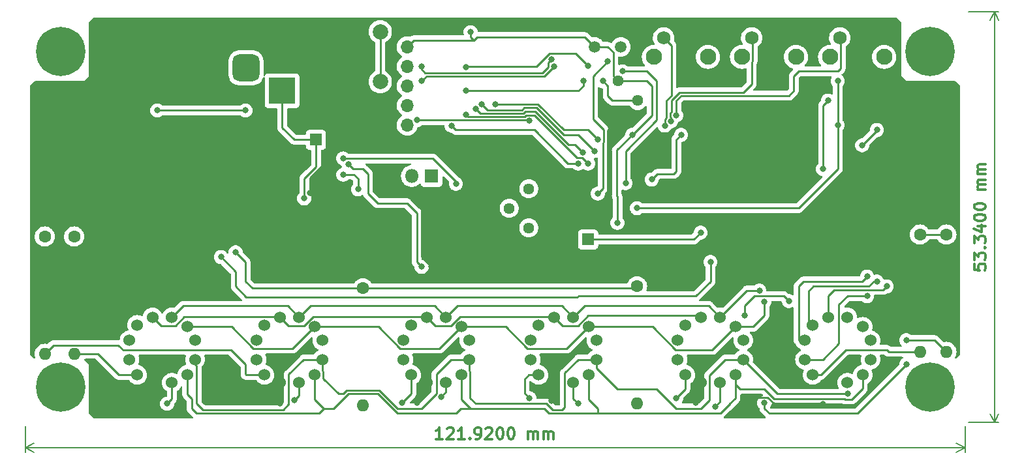
<source format=gbl>
%TF.GenerationSoftware,KiCad,Pcbnew,(6.0.4)*%
%TF.CreationDate,2023-03-05T21:30:01+09:00*%
%TF.ProjectId,VFD__esp32,56464442-0865-4737-9033-322e6b696361,rev?*%
%TF.SameCoordinates,Original*%
%TF.FileFunction,Copper,L2,Bot*%
%TF.FilePolarity,Positive*%
%FSLAX46Y46*%
G04 Gerber Fmt 4.6, Leading zero omitted, Abs format (unit mm)*
G04 Created by KiCad (PCBNEW (6.0.4)) date 2023-03-05 21:30:01*
%MOMM*%
%LPD*%
G01*
G04 APERTURE LIST*
G04 Aperture macros list*
%AMRoundRect*
0 Rectangle with rounded corners*
0 $1 Rounding radius*
0 $2 $3 $4 $5 $6 $7 $8 $9 X,Y pos of 4 corners*
0 Add a 4 corners polygon primitive as box body*
4,1,4,$2,$3,$4,$5,$6,$7,$8,$9,$2,$3,0*
0 Add four circle primitives for the rounded corners*
1,1,$1+$1,$2,$3*
1,1,$1+$1,$4,$5*
1,1,$1+$1,$6,$7*
1,1,$1+$1,$8,$9*
0 Add four rect primitives between the rounded corners*
20,1,$1+$1,$2,$3,$4,$5,0*
20,1,$1+$1,$4,$5,$6,$7,0*
20,1,$1+$1,$6,$7,$8,$9,0*
20,1,$1+$1,$8,$9,$2,$3,0*%
G04 Aperture macros list end*
%ADD10C,0.300000*%
%TA.AperFunction,NonConductor*%
%ADD11C,0.300000*%
%TD*%
%TA.AperFunction,NonConductor*%
%ADD12C,0.200000*%
%TD*%
%TA.AperFunction,ComponentPad*%
%ADD13C,1.500000*%
%TD*%
%TA.AperFunction,ComponentPad*%
%ADD14C,0.800000*%
%TD*%
%TA.AperFunction,ComponentPad*%
%ADD15C,6.400000*%
%TD*%
%TA.AperFunction,ComponentPad*%
%ADD16C,1.600000*%
%TD*%
%TA.AperFunction,ComponentPad*%
%ADD17O,1.600000X1.600000*%
%TD*%
%TA.AperFunction,ComponentPad*%
%ADD18C,1.440000*%
%TD*%
%TA.AperFunction,ComponentPad*%
%ADD19C,2.100000*%
%TD*%
%TA.AperFunction,ComponentPad*%
%ADD20C,1.750000*%
%TD*%
%TA.AperFunction,ComponentPad*%
%ADD21C,1.524000*%
%TD*%
%TA.AperFunction,ComponentPad*%
%ADD22R,1.600000X1.600000*%
%TD*%
%TA.AperFunction,ComponentPad*%
%ADD23R,3.500000X3.500000*%
%TD*%
%TA.AperFunction,ComponentPad*%
%ADD24RoundRect,0.750000X-1.000000X0.750000X-1.000000X-0.750000X1.000000X-0.750000X1.000000X0.750000X0*%
%TD*%
%TA.AperFunction,ComponentPad*%
%ADD25RoundRect,0.875000X-0.875000X0.875000X-0.875000X-0.875000X0.875000X-0.875000X0.875000X0.875000X0*%
%TD*%
%TA.AperFunction,ComponentPad*%
%ADD26R,1.800000X1.800000*%
%TD*%
%TA.AperFunction,ComponentPad*%
%ADD27O,1.800000X1.800000*%
%TD*%
%TA.AperFunction,ComponentPad*%
%ADD28R,1.700000X1.700000*%
%TD*%
%TA.AperFunction,ComponentPad*%
%ADD29O,1.700000X1.700000*%
%TD*%
%TA.AperFunction,ComponentPad*%
%ADD30C,2.000000*%
%TD*%
%TA.AperFunction,ViaPad*%
%ADD31C,0.800000*%
%TD*%
%TA.AperFunction,Conductor*%
%ADD32C,0.250000*%
%TD*%
G04 APERTURE END LIST*
D10*
D11*
X143074285Y-160803571D02*
X142217142Y-160803571D01*
X142645714Y-160803571D02*
X142645714Y-159303571D01*
X142502857Y-159517857D01*
X142360000Y-159660714D01*
X142217142Y-159732142D01*
X143645714Y-159446428D02*
X143717142Y-159375000D01*
X143860000Y-159303571D01*
X144217142Y-159303571D01*
X144360000Y-159375000D01*
X144431428Y-159446428D01*
X144502857Y-159589285D01*
X144502857Y-159732142D01*
X144431428Y-159946428D01*
X143574285Y-160803571D01*
X144502857Y-160803571D01*
X145931428Y-160803571D02*
X145074285Y-160803571D01*
X145502857Y-160803571D02*
X145502857Y-159303571D01*
X145360000Y-159517857D01*
X145217142Y-159660714D01*
X145074285Y-159732142D01*
X146574285Y-160660714D02*
X146645714Y-160732142D01*
X146574285Y-160803571D01*
X146502857Y-160732142D01*
X146574285Y-160660714D01*
X146574285Y-160803571D01*
X147360000Y-160803571D02*
X147645714Y-160803571D01*
X147788571Y-160732142D01*
X147860000Y-160660714D01*
X148002857Y-160446428D01*
X148074285Y-160160714D01*
X148074285Y-159589285D01*
X148002857Y-159446428D01*
X147931428Y-159375000D01*
X147788571Y-159303571D01*
X147502857Y-159303571D01*
X147360000Y-159375000D01*
X147288571Y-159446428D01*
X147217142Y-159589285D01*
X147217142Y-159946428D01*
X147288571Y-160089285D01*
X147360000Y-160160714D01*
X147502857Y-160232142D01*
X147788571Y-160232142D01*
X147931428Y-160160714D01*
X148002857Y-160089285D01*
X148074285Y-159946428D01*
X148645714Y-159446428D02*
X148717142Y-159375000D01*
X148860000Y-159303571D01*
X149217142Y-159303571D01*
X149360000Y-159375000D01*
X149431428Y-159446428D01*
X149502857Y-159589285D01*
X149502857Y-159732142D01*
X149431428Y-159946428D01*
X148574285Y-160803571D01*
X149502857Y-160803571D01*
X150431428Y-159303571D02*
X150574285Y-159303571D01*
X150717142Y-159375000D01*
X150788571Y-159446428D01*
X150860000Y-159589285D01*
X150931428Y-159875000D01*
X150931428Y-160232142D01*
X150860000Y-160517857D01*
X150788571Y-160660714D01*
X150717142Y-160732142D01*
X150574285Y-160803571D01*
X150431428Y-160803571D01*
X150288571Y-160732142D01*
X150217142Y-160660714D01*
X150145714Y-160517857D01*
X150074285Y-160232142D01*
X150074285Y-159875000D01*
X150145714Y-159589285D01*
X150217142Y-159446428D01*
X150288571Y-159375000D01*
X150431428Y-159303571D01*
X151860000Y-159303571D02*
X152002857Y-159303571D01*
X152145714Y-159375000D01*
X152217142Y-159446428D01*
X152288571Y-159589285D01*
X152360000Y-159875000D01*
X152360000Y-160232142D01*
X152288571Y-160517857D01*
X152217142Y-160660714D01*
X152145714Y-160732142D01*
X152002857Y-160803571D01*
X151860000Y-160803571D01*
X151717142Y-160732142D01*
X151645714Y-160660714D01*
X151574285Y-160517857D01*
X151502857Y-160232142D01*
X151502857Y-159875000D01*
X151574285Y-159589285D01*
X151645714Y-159446428D01*
X151717142Y-159375000D01*
X151860000Y-159303571D01*
X154145714Y-160803571D02*
X154145714Y-159803571D01*
X154145714Y-159946428D02*
X154217142Y-159875000D01*
X154360000Y-159803571D01*
X154574285Y-159803571D01*
X154717142Y-159875000D01*
X154788571Y-160017857D01*
X154788571Y-160803571D01*
X154788571Y-160017857D02*
X154860000Y-159875000D01*
X155002857Y-159803571D01*
X155217142Y-159803571D01*
X155360000Y-159875000D01*
X155431428Y-160017857D01*
X155431428Y-160803571D01*
X156145714Y-160803571D02*
X156145714Y-159803571D01*
X156145714Y-159946428D02*
X156217142Y-159875000D01*
X156360000Y-159803571D01*
X156574285Y-159803571D01*
X156717142Y-159875000D01*
X156788571Y-160017857D01*
X156788571Y-160803571D01*
X156788571Y-160017857D02*
X156860000Y-159875000D01*
X157002857Y-159803571D01*
X157217142Y-159803571D01*
X157360000Y-159875000D01*
X157431428Y-160017857D01*
X157431428Y-160803571D01*
D12*
X210820000Y-159123000D02*
X210820000Y-162511420D01*
X88900000Y-159123000D02*
X88900000Y-162511420D01*
X210820000Y-161925000D02*
X88900000Y-161925000D01*
X210820000Y-161925000D02*
X88900000Y-161925000D01*
X210820000Y-161925000D02*
X209693496Y-161338579D01*
X210820000Y-161925000D02*
X209693496Y-162511421D01*
X88900000Y-161925000D02*
X90026504Y-162511421D01*
X88900000Y-161925000D02*
X90026504Y-161338579D01*
D10*
D11*
X212008571Y-138095857D02*
X212008571Y-138810142D01*
X212722857Y-138881571D01*
X212651428Y-138810142D01*
X212580000Y-138667285D01*
X212580000Y-138310142D01*
X212651428Y-138167285D01*
X212722857Y-138095857D01*
X212865714Y-138024428D01*
X213222857Y-138024428D01*
X213365714Y-138095857D01*
X213437142Y-138167285D01*
X213508571Y-138310142D01*
X213508571Y-138667285D01*
X213437142Y-138810142D01*
X213365714Y-138881571D01*
X212008571Y-137524428D02*
X212008571Y-136595857D01*
X212580000Y-137095857D01*
X212580000Y-136881571D01*
X212651428Y-136738714D01*
X212722857Y-136667285D01*
X212865714Y-136595857D01*
X213222857Y-136595857D01*
X213365714Y-136667285D01*
X213437142Y-136738714D01*
X213508571Y-136881571D01*
X213508571Y-137310142D01*
X213437142Y-137453000D01*
X213365714Y-137524428D01*
X213365714Y-135953000D02*
X213437142Y-135881571D01*
X213508571Y-135953000D01*
X213437142Y-136024428D01*
X213365714Y-135953000D01*
X213508571Y-135953000D01*
X212008571Y-135381571D02*
X212008571Y-134453000D01*
X212580000Y-134953000D01*
X212580000Y-134738714D01*
X212651428Y-134595857D01*
X212722857Y-134524428D01*
X212865714Y-134453000D01*
X213222857Y-134453000D01*
X213365714Y-134524428D01*
X213437142Y-134595857D01*
X213508571Y-134738714D01*
X213508571Y-135167285D01*
X213437142Y-135310142D01*
X213365714Y-135381571D01*
X212508571Y-133167285D02*
X213508571Y-133167285D01*
X211937142Y-133524428D02*
X213008571Y-133881571D01*
X213008571Y-132953000D01*
X212008571Y-132095857D02*
X212008571Y-131953000D01*
X212080000Y-131810142D01*
X212151428Y-131738714D01*
X212294285Y-131667285D01*
X212580000Y-131595857D01*
X212937142Y-131595857D01*
X213222857Y-131667285D01*
X213365714Y-131738714D01*
X213437142Y-131810142D01*
X213508571Y-131953000D01*
X213508571Y-132095857D01*
X213437142Y-132238714D01*
X213365714Y-132310142D01*
X213222857Y-132381571D01*
X212937142Y-132453000D01*
X212580000Y-132453000D01*
X212294285Y-132381571D01*
X212151428Y-132310142D01*
X212080000Y-132238714D01*
X212008571Y-132095857D01*
X212008571Y-130667285D02*
X212008571Y-130524428D01*
X212080000Y-130381571D01*
X212151428Y-130310142D01*
X212294285Y-130238714D01*
X212580000Y-130167285D01*
X212937142Y-130167285D01*
X213222857Y-130238714D01*
X213365714Y-130310142D01*
X213437142Y-130381571D01*
X213508571Y-130524428D01*
X213508571Y-130667285D01*
X213437142Y-130810142D01*
X213365714Y-130881571D01*
X213222857Y-130953000D01*
X212937142Y-131024428D01*
X212580000Y-131024428D01*
X212294285Y-130953000D01*
X212151428Y-130881571D01*
X212080000Y-130810142D01*
X212008571Y-130667285D01*
X213508571Y-128381571D02*
X212508571Y-128381571D01*
X212651428Y-128381571D02*
X212580000Y-128310142D01*
X212508571Y-128167285D01*
X212508571Y-127953000D01*
X212580000Y-127810142D01*
X212722857Y-127738714D01*
X213508571Y-127738714D01*
X212722857Y-127738714D02*
X212580000Y-127667285D01*
X212508571Y-127524428D01*
X212508571Y-127310142D01*
X212580000Y-127167285D01*
X212722857Y-127095857D01*
X213508571Y-127095857D01*
X213508571Y-126381571D02*
X212508571Y-126381571D01*
X212651428Y-126381571D02*
X212580000Y-126310142D01*
X212508571Y-126167285D01*
X212508571Y-125953000D01*
X212580000Y-125810142D01*
X212722857Y-125738714D01*
X213508571Y-125738714D01*
X212722857Y-125738714D02*
X212580000Y-125667285D01*
X212508571Y-125524428D01*
X212508571Y-125310142D01*
X212580000Y-125167285D01*
X212722857Y-125095857D01*
X213508571Y-125095857D01*
D12*
X211320000Y-105283000D02*
X215216420Y-105283000D01*
X211320000Y-158623000D02*
X215216420Y-158623000D01*
X214630000Y-105283000D02*
X214630000Y-158623000D01*
X214630000Y-105283000D02*
X214630000Y-158623000D01*
X214630000Y-105283000D02*
X214043579Y-106409504D01*
X214630000Y-105283000D02*
X215216421Y-106409504D01*
X214630000Y-158623000D02*
X215216421Y-157496496D01*
X214630000Y-158623000D02*
X214043579Y-157496496D01*
D13*
%TO.P,R15,1*%
%TO.N,+3V3*%
X162765000Y-109855000D03*
%TO.P,R15,2*%
%TO.N,Net-(R15-Pad2)*%
X166165000Y-109855000D03*
%TD*%
D14*
%TO.P,H2,1*%
%TO.N,N/C*%
X207945056Y-112187056D03*
X203848000Y-110490000D03*
X208648000Y-110490000D03*
X204550944Y-108792944D03*
X207945056Y-108792944D03*
X206248000Y-108090000D03*
X204550944Y-112187056D03*
X206248000Y-112890000D03*
D15*
X206248000Y-110490000D03*
%TD*%
D16*
%TO.P,R21,1*%
%TO.N,Net-(C14-Pad1)*%
X91440000Y-134493000D03*
D17*
%TO.P,R21,2*%
%TO.N,hetaer5*%
X91440000Y-149733000D03*
%TD*%
D16*
%TO.P,R22,1*%
%TO.N,Net-(C14-Pad1)*%
X95250000Y-134493000D03*
D17*
%TO.P,R22,2*%
%TO.N,hetaer6*%
X95250000Y-149733000D03*
%TD*%
D14*
%TO.P,H1,1*%
%TO.N,N/C*%
X203848000Y-154051000D03*
X204550944Y-152353944D03*
X208648000Y-154051000D03*
X204550944Y-155748056D03*
X206248000Y-156451000D03*
X207945056Y-155748056D03*
X206248000Y-151651000D03*
D15*
X206248000Y-154051000D03*
D14*
X207945056Y-152353944D03*
%TD*%
D18*
%TO.P,RV2,1,1*%
%TO.N,+24V*%
X154230000Y-128285000D03*
%TO.P,RV2,2,2*%
%TO.N,Net-(R13-Pad1)*%
X151690000Y-130825000D03*
%TO.P,RV2,3,3*%
%TO.N,unconnected-(RV2-Pad3)*%
X154230000Y-133365000D03*
%TD*%
D19*
%TO.P,SW5,*%
%TO.N,*%
X200335000Y-111152500D03*
X193325000Y-111152500D03*
D20*
%TO.P,SW5,1*%
%TO.N,Net-(SW5-Pad1)*%
X194575000Y-108662500D03*
%TO.P,SW5,2*%
%TO.N,GND*%
X199075000Y-108662500D03*
%TD*%
D14*
%TO.P,H3,1*%
%TO.N,N/C*%
X95872000Y-110490000D03*
X95169056Y-108792944D03*
X93472000Y-112890000D03*
D15*
X93472000Y-110490000D03*
D14*
X93472000Y-108090000D03*
X91774944Y-108792944D03*
X91774944Y-112187056D03*
X95169056Y-112187056D03*
X91072000Y-110490000D03*
%TD*%
D16*
%TO.P,R19,1*%
%TO.N,Net-(C13-Pad1)*%
X168275000Y-140970000D03*
D17*
%TO.P,R19,2*%
%TO.N,hetaer3*%
X168275000Y-156210000D03*
%TD*%
D21*
%TO.P,U12,1,B*%
%TO.N,Net-(U12-Pad1)*%
X126440000Y-146225000D03*
%TO.P,U12,2,A*%
%TO.N,Net-(U12-Pad2)*%
X124440000Y-144975000D03*
%TO.P,U12,3,G*%
%TO.N,Net-(U12-Pad3)*%
X121940000Y-144975000D03*
%TO.P,U12,4,F*%
%TO.N,Net-(U12-Pad4)*%
X119940000Y-145975000D03*
%TO.P,U12,5,E*%
%TO.N,Net-(U12-Pad5)*%
X118940000Y-147975000D03*
%TO.P,U12,6,D*%
%TO.N,Net-(U12-Pad6)*%
X118940000Y-150475000D03*
%TO.P,U12,7,heater*%
%TO.N,hetaer5*%
X119940000Y-152475000D03*
%TO.P,U12,8,GND*%
%TO.N,GND*%
X121940000Y-153475000D03*
%TO.P,U12,9,grid*%
%TO.N,Net-(U12-Pad9)*%
X124440000Y-153475000D03*
%TO.P,U12,10,C*%
%TO.N,Net-(U12-Pad10)*%
X126440000Y-152475000D03*
%TO.P,U12,11,DP*%
%TO.N,Net-(U12-Pad11)*%
X127440000Y-150475000D03*
%TO.P,U12,12,12*%
%TO.N,unconnected-(U12-Pad12)*%
X127440000Y-147975000D03*
%TD*%
D16*
%TO.P,R18,1*%
%TO.N,Net-(C12-Pad1)*%
X208407000Y-134239000D03*
D17*
%TO.P,R18,2*%
%TO.N,hetaer2*%
X208407000Y-149479000D03*
%TD*%
D22*
%TO.P,C1,1*%
%TO.N,+12V*%
X126617349Y-121920000D03*
D16*
%TO.P,C1,2*%
%TO.N,GND*%
X130117349Y-121920000D03*
%TD*%
D18*
%TO.P,RV1,1,1*%
%TO.N,GND*%
X165810000Y-119365000D03*
%TO.P,RV1,2,2*%
%TO.N,Net-(RV1-Pad2)*%
X168350000Y-116825000D03*
%TO.P,RV1,3,3*%
%TO.N,+3V3*%
X165810000Y-114285000D03*
%TD*%
D16*
%TO.P,R8,1*%
%TO.N,Net-(C12-Pad1)*%
X204978000Y-134239000D03*
D17*
%TO.P,R8,2*%
%TO.N,hetaer1*%
X204978000Y-149479000D03*
%TD*%
D23*
%TO.P,J3,1*%
%TO.N,+12V*%
X122242500Y-115570000D03*
D24*
%TO.P,J3,2*%
%TO.N,GND*%
X122242500Y-109570000D03*
D25*
%TO.P,J3,3*%
%TO.N,N/C*%
X117542500Y-112570000D03*
%TD*%
D21*
%TO.P,U14,1,B*%
%TO.N,Net-(U12-Pad1)*%
X109930000Y-146225000D03*
%TO.P,U14,2,A*%
%TO.N,Net-(U12-Pad2)*%
X107930000Y-144975000D03*
%TO.P,U14,3,G*%
%TO.N,Net-(U12-Pad3)*%
X105430000Y-144975000D03*
%TO.P,U14,4,F*%
%TO.N,Net-(U12-Pad4)*%
X103430000Y-145975000D03*
%TO.P,U14,5,E*%
%TO.N,Net-(U12-Pad5)*%
X102430000Y-147975000D03*
%TO.P,U14,6,D*%
%TO.N,Net-(U12-Pad6)*%
X102430000Y-150475000D03*
%TO.P,U14,7,heater*%
%TO.N,hetaer6*%
X103430000Y-152475000D03*
%TO.P,U14,8,GND*%
%TO.N,GND*%
X105430000Y-153475000D03*
%TO.P,U14,9,grid*%
%TO.N,Net-(U14-Pad9)*%
X107930000Y-153475000D03*
%TO.P,U14,10,C*%
%TO.N,Net-(U12-Pad10)*%
X109930000Y-152475000D03*
%TO.P,U14,11,DP*%
%TO.N,Net-(U12-Pad11)*%
X110930000Y-150475000D03*
%TO.P,U14,12,12*%
%TO.N,unconnected-(U14-Pad12)*%
X110930000Y-147975000D03*
%TD*%
D16*
%TO.P,R20,1*%
%TO.N,Net-(C13-Pad1)*%
X132715000Y-141224000D03*
D17*
%TO.P,R20,2*%
%TO.N,hetaer4*%
X132715000Y-156464000D03*
%TD*%
D21*
%TO.P,U9,1,B*%
%TO.N,Net-(U12-Pad1)*%
X145490000Y-146225000D03*
%TO.P,U9,2,A*%
%TO.N,Net-(U12-Pad2)*%
X143490000Y-144975000D03*
%TO.P,U9,3,G*%
%TO.N,Net-(U12-Pad3)*%
X140990000Y-144975000D03*
%TO.P,U9,4,F*%
%TO.N,Net-(U12-Pad4)*%
X138990000Y-145975000D03*
%TO.P,U9,5,E*%
%TO.N,Net-(U12-Pad5)*%
X137990000Y-147975000D03*
%TO.P,U9,6,D*%
%TO.N,Net-(U12-Pad6)*%
X137990000Y-150475000D03*
%TO.P,U9,7,heater*%
%TO.N,hetaer4*%
X138990000Y-152475000D03*
%TO.P,U9,8,GND*%
%TO.N,GND*%
X140990000Y-153475000D03*
%TO.P,U9,9,grid*%
%TO.N,Net-(U4-Pad13)*%
X143490000Y-153475000D03*
%TO.P,U9,10,C*%
%TO.N,Net-(U12-Pad10)*%
X145490000Y-152475000D03*
%TO.P,U9,11,DP*%
%TO.N,Net-(U12-Pad11)*%
X146490000Y-150475000D03*
%TO.P,U9,12,12*%
%TO.N,unconnected-(U9-Pad12)*%
X146490000Y-147975000D03*
%TD*%
%TO.P,U7,1,B*%
%TO.N,Net-(U12-Pad1)*%
X181050000Y-146225000D03*
%TO.P,U7,2,A*%
%TO.N,Net-(U12-Pad2)*%
X179050000Y-144975000D03*
%TO.P,U7,3,G*%
%TO.N,Net-(U12-Pad3)*%
X176550000Y-144975000D03*
%TO.P,U7,4,F*%
%TO.N,Net-(U12-Pad4)*%
X174550000Y-145975000D03*
%TO.P,U7,5,E*%
%TO.N,Net-(U12-Pad5)*%
X173550000Y-147975000D03*
%TO.P,U7,6,D*%
%TO.N,Net-(U12-Pad6)*%
X173550000Y-150475000D03*
%TO.P,U7,7,heater*%
%TO.N,hetaer2*%
X174550000Y-152475000D03*
%TO.P,U7,8,GND*%
%TO.N,GND*%
X176550000Y-153475000D03*
%TO.P,U7,9,grid*%
%TO.N,Net-(U4-Pad15)*%
X179050000Y-153475000D03*
%TO.P,U7,10,C*%
%TO.N,Net-(U12-Pad10)*%
X181050000Y-152475000D03*
%TO.P,U7,11,DP*%
%TO.N,Net-(U12-Pad11)*%
X182050000Y-150475000D03*
%TO.P,U7,12,12*%
%TO.N,unconnected-(U7-Pad12)*%
X182050000Y-147975000D03*
%TD*%
D26*
%TO.P,Q1,1,G*%
%TO.N,Net-(Q1-Pad1)*%
X141605000Y-126625000D03*
D27*
%TO.P,Q1,2,D*%
%TO.N,Net-(D2-Pad2)*%
X139065000Y-126625000D03*
%TO.P,Q1,3,S*%
%TO.N,GND*%
X136525000Y-126625000D03*
%TD*%
D19*
%TO.P,SW4,*%
%TO.N,*%
X181895000Y-111152500D03*
X188905000Y-111152500D03*
D20*
%TO.P,SW4,1*%
%TO.N,Net-(SW4-Pad1)*%
X183145000Y-108662500D03*
%TO.P,SW4,2*%
%TO.N,GND*%
X187645000Y-108662500D03*
%TD*%
D22*
%TO.P,C9,1*%
%TO.N,+24V*%
X161925000Y-134872349D03*
D16*
%TO.P,C9,2*%
%TO.N,GND*%
X161925000Y-138372349D03*
%TD*%
D21*
%TO.P,U8,1,B*%
%TO.N,Net-(U12-Pad1)*%
X162000000Y-146225000D03*
%TO.P,U8,2,A*%
%TO.N,Net-(U12-Pad2)*%
X160000000Y-144975000D03*
%TO.P,U8,3,G*%
%TO.N,Net-(U12-Pad3)*%
X157500000Y-144975000D03*
%TO.P,U8,4,F*%
%TO.N,Net-(U12-Pad4)*%
X155500000Y-145975000D03*
%TO.P,U8,5,E*%
%TO.N,Net-(U12-Pad5)*%
X154500000Y-147975000D03*
%TO.P,U8,6,D*%
%TO.N,Net-(U12-Pad6)*%
X154500000Y-150475000D03*
%TO.P,U8,7,heater*%
%TO.N,hetaer3*%
X155500000Y-152475000D03*
%TO.P,U8,8,GND*%
%TO.N,GND*%
X157500000Y-153475000D03*
%TO.P,U8,9,grid*%
%TO.N,Net-(U4-Pad14)*%
X160000000Y-153475000D03*
%TO.P,U8,10,C*%
%TO.N,Net-(U12-Pad10)*%
X162000000Y-152475000D03*
%TO.P,U8,11,DP*%
%TO.N,Net-(U12-Pad11)*%
X163000000Y-150475000D03*
%TO.P,U8,12,12*%
%TO.N,unconnected-(U8-Pad12)*%
X163000000Y-147975000D03*
%TD*%
D28*
%TO.P,J1,1,Pin_1*%
%TO.N,GND*%
X138455000Y-122555000D03*
D29*
%TO.P,J1,2,Pin_2*%
%TO.N,Net-(J1-Pad2)*%
X138455000Y-120015000D03*
%TO.P,J1,3,Pin_3*%
%TO.N,Net-(J1-Pad3)*%
X138455000Y-117475000D03*
%TO.P,J1,4,Pin_4*%
%TO.N,Net-(J1-Pad4)*%
X138455000Y-114935000D03*
%TO.P,J1,5,Pin_5*%
%TO.N,Net-(J1-Pad5)*%
X138455000Y-112395000D03*
%TO.P,J1,6,Pin_6*%
%TO.N,+3V3*%
X138455000Y-109855000D03*
%TD*%
D30*
%TO.P,SW1,1*%
%TO.N,GND*%
X130465000Y-114375000D03*
X130465000Y-107875000D03*
%TO.P,SW1,2*%
%TO.N,Net-(J1-Pad3)*%
X134965000Y-107875000D03*
X134965000Y-114375000D03*
%TD*%
D14*
%TO.P,H4,1*%
%TO.N,N/C*%
X91072000Y-154051000D03*
X93472000Y-151651000D03*
X95169056Y-152353944D03*
X91774944Y-155748056D03*
X91774944Y-152353944D03*
X95169056Y-155748056D03*
X93472000Y-156451000D03*
D15*
X93472000Y-154051000D03*
D14*
X95872000Y-154051000D03*
%TD*%
D19*
%TO.P,SW3,*%
%TO.N,*%
X170465000Y-111152500D03*
X177475000Y-111152500D03*
D20*
%TO.P,SW3,1*%
%TO.N,Net-(SW3-Pad1)*%
X171715000Y-108662500D03*
%TO.P,SW3,2*%
%TO.N,GND*%
X176215000Y-108662500D03*
%TD*%
D21*
%TO.P,U5,1,B*%
%TO.N,Net-(U12-Pad1)*%
X197560000Y-146225000D03*
%TO.P,U5,2,A*%
%TO.N,Net-(U12-Pad2)*%
X195560000Y-144975000D03*
%TO.P,U5,3,G*%
%TO.N,Net-(U12-Pad3)*%
X193060000Y-144975000D03*
%TO.P,U5,4,F*%
%TO.N,Net-(U12-Pad4)*%
X191060000Y-145975000D03*
%TO.P,U5,5,E*%
%TO.N,Net-(U12-Pad5)*%
X190060000Y-147975000D03*
%TO.P,U5,6,D*%
%TO.N,Net-(U12-Pad6)*%
X190060000Y-150475000D03*
%TO.P,U5,7,heater*%
%TO.N,hetaer1*%
X191060000Y-152475000D03*
%TO.P,U5,8,GND*%
%TO.N,GND*%
X193060000Y-153475000D03*
%TO.P,U5,9,grid*%
%TO.N,Net-(U4-Pad16)*%
X195560000Y-153475000D03*
%TO.P,U5,10,C*%
%TO.N,Net-(U12-Pad10)*%
X197560000Y-152475000D03*
%TO.P,U5,11,DP*%
%TO.N,Net-(U12-Pad11)*%
X198560000Y-150475000D03*
%TO.P,U5,12,12*%
%TO.N,unconnected-(U5-Pad12)*%
X198560000Y-147975000D03*
%TD*%
D31*
%TO.N,Net-(R7-Pad1)*%
X163195000Y-121920000D03*
X149860000Y-117306940D03*
%TO.N,GND*%
X94615000Y-130810000D03*
X157198549Y-155856451D03*
X201295000Y-113665000D03*
X164465000Y-132080000D03*
X145415000Y-122555000D03*
X190500000Y-137160000D03*
X101600000Y-114845500D03*
X103505000Y-128905000D03*
X106045000Y-156845000D03*
X125819500Y-128833245D03*
X121920000Y-156210000D03*
X175895000Y-156120500D03*
X140335000Y-122555000D03*
X176530000Y-135890000D03*
X181610000Y-156934500D03*
X111760000Y-128905000D03*
X177165000Y-120015000D03*
X139700000Y-156120500D03*
X111760000Y-116840000D03*
X141605000Y-138430000D03*
X192405000Y-156299500D03*
X90170000Y-125730000D03*
X200660000Y-116205000D03*
X177800000Y-128270000D03*
X94615000Y-128905000D03*
X100965000Y-118110000D03*
%TO.N,Net-(R15-Pad2)*%
X146050000Y-112490980D03*
X161925000Y-112305500D03*
%TO.N,Net-(C12-Pad1)*%
X177800000Y-137795000D03*
X114300000Y-137160000D03*
%TO.N,Net-(U2-Pad8)*%
X162754799Y-123384799D03*
X148157018Y-117335270D03*
%TO.N,Net-(U2-Pad9)*%
X147334990Y-117903844D03*
X161240645Y-123557602D03*
%TO.N,Net-(U2-Pad10)*%
X146073801Y-118628344D03*
X161925000Y-125005500D03*
%TO.N,Net-(U2-Pad11)*%
X144221846Y-120104500D03*
X160655000Y-125005500D03*
%TO.N,Net-(RV1-Pad2)*%
X161290000Y-114300000D03*
X163830000Y-114300000D03*
X146050000Y-115570000D03*
%TO.N,Net-(J1-Pad2)*%
X154305000Y-119469500D03*
X139700000Y-119380000D03*
%TO.N,Net-(SW3-Pad1)*%
X171888568Y-120085500D03*
%TO.N,Net-(SW4-Pad1)*%
X172696199Y-119496656D03*
%TO.N,L.CLK ST-CP*%
X199390000Y-120650000D03*
X197485000Y-122644500D03*
%TO.N,Net-(U2-Pad33)*%
X166370000Y-113030000D03*
X166792139Y-127551611D03*
%TO.N,Net-(J1-Pad4)*%
X140335000Y-114300000D03*
X157480000Y-112395000D03*
%TO.N,Net-(J1-Pad5)*%
X140335000Y-112395000D03*
X157188291Y-111439013D03*
%TO.N,Net-(U2-Pad36)*%
X163195000Y-128905000D03*
X164465000Y-111760000D03*
%TO.N,+3V3*%
X106045000Y-118110000D03*
X146685000Y-107950000D03*
X165735000Y-132715000D03*
X117475000Y-118110000D03*
X167640000Y-121285000D03*
%TO.N,Net-(BT1-Pad1)*%
X173990000Y-121285000D03*
X170180000Y-127089500D03*
%TO.N,+12V*%
X125095000Y-129540000D03*
%TO.N,Net-(U12-Pad1)*%
X184785000Y-142964500D03*
%TO.N,Net-(U12-Pad2)*%
X184150000Y-141515500D03*
%TO.N,Net-(U12-Pad3)*%
X187960000Y-142875000D03*
X182245000Y-144780000D03*
X200660000Y-140970000D03*
%TO.N,Net-(U12-Pad4)*%
X199390000Y-140335000D03*
%TO.N,Net-(U12-Pad5)*%
X198120000Y-139700000D03*
%TO.N,Net-(U12-Pad6)*%
X198120000Y-142240000D03*
%TO.N,Net-(U4-Pad13)*%
X142875000Y-155286011D03*
%TO.N,Net-(U12-Pad11)*%
X195580000Y-154940000D03*
%TO.N,Net-(U4-Pad14)*%
X160655000Y-156210000D03*
%TO.N,Net-(U4-Pad15)*%
X178435000Y-156570020D03*
%TO.N,Net-(U1-Pad15)*%
X192405000Y-125730000D03*
X193040000Y-116840000D03*
%TO.N,+5V*%
X194310000Y-120015000D03*
X144780000Y-127635000D03*
X194310000Y-114300000D03*
X130151199Y-124343344D03*
X168275000Y-130810000D03*
%TO.N,+24V*%
X176530000Y-133985000D03*
%TO.N,Net-(U14-Pad9)*%
X107315000Y-156210000D03*
%TO.N,Net-(R13-Pad2)*%
X130810000Y-125095000D03*
X140335000Y-138430000D03*
%TO.N,Net-(R10-Pad2)*%
X130175000Y-126454500D03*
X132080000Y-128359500D03*
%TO.N,Net-(U12-Pad9)*%
X123825000Y-155735531D03*
%TO.N,Net-(SW5-Pad1)*%
X173355000Y-118745000D03*
%TO.N,Net-(C13-Pad1)*%
X116205000Y-136525000D03*
%TO.N,hetaer2*%
X203200000Y-151130000D03*
X203200000Y-147955000D03*
X173355000Y-155485500D03*
X184785000Y-156120500D03*
%TO.N,hetaer3*%
X154305000Y-155485500D03*
%TO.N,hetaer4*%
X137795000Y-156120500D03*
%TD*%
D32*
%TO.N,GND*%
X109855000Y-130810000D02*
X105410000Y-130810000D01*
X111760000Y-128905000D02*
X109855000Y-130810000D01*
X105410000Y-130810000D02*
X103505000Y-128905000D01*
X101600000Y-130810000D02*
X103505000Y-128905000D01*
X94615000Y-130810000D02*
X101600000Y-130810000D01*
%TO.N,Net-(R7-Pad1)*%
X161923923Y-120648923D02*
X163195000Y-121920000D01*
X155409094Y-117306940D02*
X158751077Y-120648923D01*
X149860000Y-117306940D02*
X155409094Y-117306940D01*
X158751077Y-120648923D02*
X161923923Y-120648923D01*
%TO.N,GND*%
X91440000Y-128905000D02*
X94615000Y-128905000D01*
X121940000Y-153475000D02*
X121940000Y-156190000D01*
X201295000Y-113665000D02*
X200660000Y-114300000D01*
X102235000Y-116840000D02*
X111760000Y-116840000D01*
X139065000Y-128905000D02*
X137160000Y-128905000D01*
X175895000Y-156120500D02*
X176550000Y-155465500D01*
X140335000Y-137160000D02*
X140335000Y-130175000D01*
X139700000Y-156120500D02*
X140990000Y-154830500D01*
X164465000Y-120710000D02*
X165810000Y-119365000D01*
X100965000Y-118110000D02*
X102235000Y-116840000D01*
X130117349Y-121920000D02*
X130117349Y-114722651D01*
X181610000Y-156934500D02*
X183148511Y-155395989D01*
X186054282Y-156210000D02*
X191770000Y-156210000D01*
X128770000Y-109570000D02*
X130465000Y-107875000D01*
X105430000Y-156230000D02*
X106045000Y-156845000D01*
X200660000Y-114300000D02*
X200660000Y-116205000D01*
X185240271Y-155395989D02*
X186054282Y-156210000D01*
X176530000Y-135890000D02*
X189230000Y-135890000D01*
X90170000Y-125730000D02*
X90170000Y-127635000D01*
X157500000Y-155555000D02*
X157198549Y-155856451D01*
X130465000Y-114375000D02*
X130465000Y-107875000D01*
X176550000Y-155465500D02*
X176550000Y-153475000D01*
X136525000Y-128270000D02*
X136525000Y-126625000D01*
X125819500Y-128833245D02*
X125819500Y-126911218D01*
X130117349Y-114722651D02*
X130465000Y-114375000D01*
X105430000Y-153475000D02*
X105430000Y-156230000D01*
X177165000Y-127635000D02*
X177800000Y-128270000D01*
X122242500Y-109570000D02*
X128770000Y-109570000D01*
X100965000Y-118110000D02*
X100965000Y-115480500D01*
X177165000Y-120015000D02*
X177165000Y-127635000D01*
X192315500Y-156210000D02*
X192405000Y-156299500D01*
X164465000Y-132080000D02*
X164465000Y-120710000D01*
X137160000Y-128905000D02*
X136525000Y-128270000D01*
X140335000Y-130175000D02*
X139065000Y-128905000D01*
X191770000Y-156210000D02*
X192315500Y-156210000D01*
X145415000Y-122555000D02*
X140335000Y-122555000D01*
X90170000Y-127635000D02*
X91440000Y-128905000D01*
X141605000Y-138430000D02*
X140335000Y-137160000D01*
X189230000Y-135890000D02*
X190500000Y-137160000D01*
X157500000Y-153475000D02*
X157500000Y-155555000D01*
X183148511Y-155395989D02*
X185240271Y-155395989D01*
X140990000Y-154830500D02*
X140990000Y-153475000D01*
X121940000Y-156190000D02*
X121920000Y-156210000D01*
X100965000Y-115480500D02*
X101600000Y-114845500D01*
X130117349Y-122613369D02*
X130117349Y-121920000D01*
X125819500Y-126911218D02*
X130117349Y-122613369D01*
%TO.N,Net-(J1-Pad3)*%
X134965000Y-107875000D02*
X134965000Y-114375000D01*
%TO.N,Net-(R15-Pad2)*%
X146050000Y-112490980D02*
X146145980Y-112395000D01*
X146145980Y-112395000D02*
X155207690Y-112395000D01*
X156888188Y-110714502D02*
X160334002Y-110714502D01*
X160334002Y-110714502D02*
X161925000Y-112305500D01*
X155207690Y-112395000D02*
X156888188Y-110714502D01*
%TO.N,Net-(C12-Pad1)*%
X175895000Y-142240000D02*
X160655000Y-142240000D01*
X116205000Y-139065000D02*
X114300000Y-137160000D01*
X116205000Y-140970000D02*
X116205000Y-139065000D01*
X117583511Y-142348511D02*
X116205000Y-140970000D01*
X177800000Y-140335000D02*
X175895000Y-142240000D01*
X177800000Y-137795000D02*
X177800000Y-140335000D01*
X160655000Y-142240000D02*
X160546489Y-142348511D01*
X160546489Y-142348511D02*
X117583511Y-142348511D01*
X208407000Y-134239000D02*
X204978000Y-134239000D01*
%TO.N,Net-(U2-Pad8)*%
X153357510Y-118031440D02*
X148853188Y-118031440D01*
X155222883Y-117756449D02*
X153632501Y-117756449D01*
X160655000Y-121285000D02*
X158751436Y-121285000D01*
X148853188Y-118031440D02*
X148157018Y-117335270D01*
X153632501Y-117756449D02*
X153357510Y-118031440D01*
X162754799Y-123384799D02*
X160655000Y-121285000D01*
X158751436Y-121285000D02*
X155222883Y-117756449D01*
%TO.N,Net-(U2-Pad9)*%
X147912106Y-118480960D02*
X147334990Y-117903844D01*
X159385718Y-122555000D02*
X155036686Y-118205969D01*
X153543708Y-118480960D02*
X147912106Y-118480960D01*
X160238043Y-122555000D02*
X159385718Y-122555000D01*
X155036686Y-118205969D02*
X153818699Y-118205969D01*
X153818699Y-118205969D02*
X153543708Y-118480960D01*
X161240645Y-123557602D02*
X160238043Y-122555000D01*
%TO.N,Net-(U2-Pad10)*%
X161200489Y-124280989D02*
X160475989Y-124280989D01*
X153729906Y-118930480D02*
X146375937Y-118930480D01*
X161925000Y-125005500D02*
X161200489Y-124280989D01*
X160475989Y-124280989D02*
X154940000Y-118745000D01*
X153915386Y-118745000D02*
X153729906Y-118930480D01*
X154940000Y-118745000D02*
X153915386Y-118745000D01*
X146375937Y-118930480D02*
X146073801Y-118628344D01*
%TO.N,Net-(U2-Pad11)*%
X144767346Y-120650000D02*
X154940000Y-120650000D01*
X159295500Y-125005500D02*
X160655000Y-125005500D01*
X144221846Y-120104500D02*
X144767346Y-120650000D01*
X154940000Y-120650000D02*
X159295500Y-125005500D01*
%TO.N,Net-(RV1-Pad2)*%
X164465000Y-114935000D02*
X164465000Y-116205000D01*
X164465000Y-116205000D02*
X165085000Y-116825000D01*
X146050000Y-115570000D02*
X160655000Y-115570000D01*
X165085000Y-116825000D02*
X168350000Y-116825000D01*
X161290000Y-114935000D02*
X161290000Y-114300000D01*
X160655000Y-115570000D02*
X161290000Y-114935000D01*
X163830000Y-114300000D02*
X164465000Y-114935000D01*
%TO.N,Net-(J1-Pad2)*%
X154305000Y-119469500D02*
X154215500Y-119380000D01*
X154215500Y-119380000D02*
X139700000Y-119380000D01*
%TO.N,Net-(SW3-Pad1)*%
X172085000Y-116838565D02*
X172720000Y-116203565D01*
X171888568Y-119279673D02*
X172085000Y-119083241D01*
X172720000Y-109667500D02*
X171715000Y-108662500D01*
X171888568Y-120085500D02*
X171888568Y-119279673D01*
X172720000Y-116203565D02*
X172720000Y-109667500D01*
X172085000Y-119083241D02*
X172085000Y-116838565D01*
%TO.N,Net-(SW4-Pad1)*%
X172696199Y-119496656D02*
X172720000Y-119472855D01*
X183145000Y-111846353D02*
X183269511Y-111721842D01*
X182059520Y-115755480D02*
X183145000Y-114670000D01*
X172720000Y-119134614D02*
X172630489Y-119045103D01*
X183269511Y-111721842D02*
X183269511Y-108787011D01*
X183269511Y-108787011D02*
X183145000Y-108662500D01*
X172720000Y-116839283D02*
X173803803Y-115755480D01*
X183145000Y-114670000D02*
X183145000Y-111846353D01*
X172720000Y-119472855D02*
X172720000Y-119134614D01*
X172720000Y-118355386D02*
X172720000Y-116839283D01*
X173803803Y-115755480D02*
X182059520Y-115755480D01*
X172630489Y-118444897D02*
X172720000Y-118355386D01*
X172630489Y-119045103D02*
X172630489Y-118444897D01*
%TO.N,L.CLK ST-CP*%
X199390000Y-120739500D02*
X199390000Y-120650000D01*
X197485000Y-122644500D02*
X199390000Y-120739500D01*
%TO.N,Net-(U2-Pad33)*%
X170815000Y-119380000D02*
X166792139Y-123402861D01*
X166370000Y-113030000D02*
X169545000Y-113030000D01*
X166792139Y-123402861D02*
X166792139Y-127551611D01*
X170815000Y-114300000D02*
X170815000Y-119380000D01*
X169545000Y-113030000D02*
X170815000Y-114300000D01*
%TO.N,Net-(J1-Pad4)*%
X156210000Y-113665000D02*
X140970000Y-113665000D01*
X140970000Y-113665000D02*
X140335000Y-114300000D01*
X157480000Y-112395000D02*
X156210000Y-113665000D01*
%TO.N,Net-(J1-Pad5)*%
X140783803Y-113215480D02*
X140335000Y-112766677D01*
X157188291Y-111439013D02*
X156755489Y-111871815D01*
X156023802Y-113215480D02*
X140783803Y-113215480D01*
X156755489Y-111871815D02*
X156755489Y-112483793D01*
X140335000Y-112766677D02*
X140335000Y-112395000D01*
X156755489Y-112483793D02*
X156023802Y-113215480D01*
%TO.N,Net-(U2-Pad36)*%
X162560000Y-113665000D02*
X164465000Y-111760000D01*
X163919511Y-120583625D02*
X162560000Y-119224114D01*
X162560000Y-119224114D02*
X162560000Y-113665000D01*
X163830000Y-122309614D02*
X163919511Y-122220103D01*
X163830000Y-128270000D02*
X163830000Y-122309614D01*
X163195000Y-128905000D02*
X163830000Y-128270000D01*
X163919511Y-122220103D02*
X163919511Y-120583625D01*
%TO.N,+3V3*%
X161495000Y-108585000D02*
X162765000Y-109855000D01*
X165645489Y-123279511D02*
X165645489Y-129205103D01*
X165735000Y-129294614D02*
X165735000Y-132715000D01*
X167640000Y-121285000D02*
X170180000Y-118745000D01*
X169544282Y-114300000D02*
X167005000Y-114300000D01*
X139305000Y-109005000D02*
X147105000Y-109005000D01*
X165189511Y-110579511D02*
X165189511Y-113664511D01*
X167640000Y-121285000D02*
X165645489Y-123279511D01*
X147105000Y-109005000D02*
X147525000Y-108585000D01*
X146685000Y-108585000D02*
X146685000Y-107950000D01*
X147525000Y-108585000D02*
X161495000Y-108585000D01*
X165645489Y-129205103D02*
X165735000Y-129294614D01*
X170180000Y-118745000D02*
X170180000Y-114935718D01*
X167640000Y-121285000D02*
X167640000Y-121196380D01*
X147105000Y-109005000D02*
X146685000Y-108585000D01*
X117475000Y-118110000D02*
X106045000Y-118110000D01*
X166990000Y-114285000D02*
X165810000Y-114285000D01*
X165189511Y-113664511D02*
X165810000Y-114285000D01*
X138455000Y-109855000D02*
X139305000Y-109005000D01*
X170180000Y-114935718D02*
X169544282Y-114300000D01*
X167005000Y-114300000D02*
X166990000Y-114285000D01*
X164465000Y-109855000D02*
X165189511Y-110579511D01*
X162765000Y-109855000D02*
X164465000Y-109855000D01*
%TO.N,Net-(BT1-Pad1)*%
X173037500Y-126365000D02*
X173355000Y-126047500D01*
X173355000Y-121920000D02*
X173990000Y-121285000D01*
X173355000Y-126047500D02*
X173355000Y-121920000D01*
X170904500Y-126365000D02*
X173037500Y-126365000D01*
X170180000Y-127089500D02*
X170904500Y-126365000D01*
%TO.N,+12V*%
X123825000Y-121920000D02*
X126617349Y-121920000D01*
X122242500Y-115570000D02*
X122242500Y-120337500D01*
X125095000Y-127000000D02*
X126617349Y-125477651D01*
X125095000Y-129540000D02*
X125095000Y-127000000D01*
X126617349Y-125477651D02*
X126617349Y-121920000D01*
X122242500Y-120337500D02*
X123825000Y-121920000D01*
%TO.N,Net-(U12-Pad1)*%
X115653440Y-146225000D02*
X118489951Y-149061511D01*
X181050000Y-146225000D02*
X183340000Y-146225000D01*
X154049951Y-149061511D02*
X159163489Y-149061511D01*
X151213440Y-146225000D02*
X154049951Y-149061511D01*
X137539951Y-149061511D02*
X142653489Y-149061511D01*
X162000000Y-146225000D02*
X170263440Y-146225000D01*
X173263440Y-149225000D02*
X178050000Y-149225000D01*
X134703440Y-146225000D02*
X137539951Y-149061511D01*
X145490000Y-146225000D02*
X151213440Y-146225000D01*
X109930000Y-146225000D02*
X115653440Y-146225000D01*
X170263440Y-146225000D02*
X173263440Y-149225000D01*
X184785000Y-144780000D02*
X184785000Y-142964500D01*
X126440000Y-146225000D02*
X134703440Y-146225000D01*
X142653489Y-149061511D02*
X145490000Y-146225000D01*
X118489951Y-149061511D02*
X123603489Y-149061511D01*
X159163489Y-149061511D02*
X162000000Y-146225000D01*
X178050000Y-149225000D02*
X181050000Y-146225000D01*
X183340000Y-146225000D02*
X184785000Y-144780000D01*
X123603489Y-149061511D02*
X126440000Y-146225000D01*
%TO.N,Net-(U12-Pad2)*%
X109395000Y-143510000D02*
X122975000Y-143510000D01*
X143490000Y-144975000D02*
X144955000Y-143510000D01*
X144955000Y-143510000D02*
X158535000Y-143510000D01*
X125905000Y-143510000D02*
X142025000Y-143510000D01*
X122975000Y-143510000D02*
X124440000Y-144975000D01*
X161465000Y-143510000D02*
X177585000Y-143510000D01*
X142025000Y-143510000D02*
X143490000Y-144975000D01*
X177585000Y-143510000D02*
X179050000Y-144975000D01*
X124440000Y-144975000D02*
X125905000Y-143510000D01*
X179050000Y-144975000D02*
X182509500Y-141515500D01*
X107930000Y-144975000D02*
X109395000Y-143510000D01*
X182509500Y-141515500D02*
X184150000Y-141515500D01*
X158535000Y-143510000D02*
X160000000Y-144975000D01*
X160000000Y-144975000D02*
X161465000Y-143510000D01*
%TO.N,Net-(U12-Pad3)*%
X123026511Y-146061511D02*
X125066929Y-146061511D01*
X140990000Y-144975000D02*
X142076511Y-146061511D01*
X193040000Y-142240000D02*
X193040000Y-144955000D01*
X200210480Y-141419520D02*
X193860480Y-141419520D01*
X140903489Y-144888489D02*
X140990000Y-144975000D01*
X193040000Y-144955000D02*
X193060000Y-144975000D01*
X126239951Y-144888489D02*
X140903489Y-144888489D01*
X182245000Y-144780000D02*
X182245000Y-143510000D01*
X121940000Y-144975000D02*
X123026511Y-146061511D01*
X157500000Y-144975000D02*
X158586511Y-146061511D01*
X109553071Y-144888489D02*
X121853489Y-144888489D01*
X183515000Y-142240000D02*
X187325000Y-142240000D01*
X182245000Y-143510000D02*
X183515000Y-142240000D01*
X161908440Y-144780000D02*
X176355000Y-144780000D01*
X200660000Y-140970000D02*
X200210480Y-141419520D01*
X105430000Y-144975000D02*
X106516511Y-146061511D01*
X160626929Y-146061511D02*
X161908440Y-144780000D01*
X108380049Y-146061511D02*
X109553071Y-144888489D01*
X125066929Y-146061511D02*
X126239951Y-144888489D01*
X121853489Y-144888489D02*
X121940000Y-144975000D01*
X157413489Y-144888489D02*
X157500000Y-144975000D01*
X176355000Y-144780000D02*
X176550000Y-144975000D01*
X193860480Y-141419520D02*
X193040000Y-142240000D01*
X106516511Y-146061511D02*
X108380049Y-146061511D01*
X187325000Y-142240000D02*
X187960000Y-142875000D01*
X142076511Y-146061511D02*
X144116929Y-146061511D01*
X145289951Y-144888489D02*
X157413489Y-144888489D01*
X158586511Y-146061511D02*
X160626929Y-146061511D01*
X144116929Y-146061511D02*
X145289951Y-144888489D01*
%TO.N,Net-(U12-Pad4)*%
X191135000Y-140970000D02*
X190500000Y-141605000D01*
X190500000Y-141605000D02*
X190500000Y-145415000D01*
X199390000Y-140335000D02*
X199000386Y-140335000D01*
X199000386Y-140335000D02*
X198365386Y-140970000D01*
X198365386Y-140970000D02*
X191135000Y-140970000D01*
X190500000Y-145415000D02*
X191060000Y-145975000D01*
%TO.N,Net-(U12-Pad5)*%
X189230000Y-140970000D02*
X189230000Y-147955000D01*
X189250000Y-147975000D02*
X190060000Y-147975000D01*
X189230000Y-147955000D02*
X189250000Y-147975000D01*
X189865000Y-140335000D02*
X189230000Y-140970000D01*
X197485000Y-140335000D02*
X189865000Y-140335000D01*
X198120000Y-139700000D02*
X197485000Y-140335000D01*
%TO.N,Net-(U12-Pad6)*%
X198120000Y-142240000D02*
X195580000Y-142240000D01*
X194473489Y-143346511D02*
X194473489Y-148426511D01*
X192425000Y-150475000D02*
X190060000Y-150475000D01*
X194473489Y-148426511D02*
X192425000Y-150475000D01*
X195580000Y-142240000D02*
X194473489Y-143346511D01*
%TO.N,Net-(U4-Pad13)*%
X142875000Y-155286011D02*
X143490000Y-154671011D01*
X143490000Y-154671011D02*
X143490000Y-153475000D01*
%TO.N,Net-(U12-Pad10)*%
X186055000Y-155575000D02*
X184785000Y-154305000D01*
X128905000Y-156845000D02*
X130810000Y-154940000D01*
X126440000Y-152475000D02*
X126440000Y-155650000D01*
X109930000Y-152475000D02*
X109930000Y-155015000D01*
X127635000Y-156845000D02*
X128905000Y-156845000D01*
X144780000Y-157480000D02*
X145415000Y-156845000D01*
X110490000Y-156845000D02*
X111125000Y-157480000D01*
X179070000Y-157480000D02*
X179890480Y-156659520D01*
X163195000Y-157480000D02*
X179070000Y-157480000D01*
X181050000Y-155500000D02*
X180250489Y-156299511D01*
X197560000Y-154230000D02*
X196125489Y-155664511D01*
X146685000Y-156845000D02*
X156210000Y-156845000D01*
X184785000Y-154305000D02*
X181610000Y-154305000D01*
X134620000Y-154940000D02*
X137160000Y-157480000D01*
X145415000Y-156845000D02*
X146685000Y-156845000D01*
X195279897Y-155664511D02*
X195190386Y-155575000D01*
X181050000Y-152475000D02*
X181050000Y-153745000D01*
X181610000Y-154305000D02*
X181050000Y-153745000D01*
X197560000Y-152475000D02*
X197560000Y-154230000D01*
X109930000Y-155015000D02*
X110490000Y-155575000D01*
X111125000Y-157480000D02*
X127000000Y-157480000D01*
X163195000Y-156845000D02*
X162000000Y-155650000D01*
X137160000Y-157480000D02*
X144780000Y-157480000D01*
X179890480Y-156659520D02*
X180340000Y-156210000D01*
X145490000Y-155650000D02*
X145490000Y-152475000D01*
X146685000Y-156845000D02*
X145490000Y-155650000D01*
X126440000Y-155650000D02*
X127635000Y-156845000D01*
X196125489Y-155664511D02*
X195279897Y-155664511D01*
X110490000Y-155575000D02*
X110490000Y-156845000D01*
X181050000Y-153745000D02*
X181050000Y-155500000D01*
X156845000Y-157480000D02*
X163195000Y-157480000D01*
X127000000Y-157480000D02*
X127635000Y-156845000D01*
X162000000Y-155650000D02*
X162000000Y-152475000D01*
X130810000Y-154940000D02*
X134620000Y-154940000D01*
X145490000Y-153011560D02*
X145490000Y-152475000D01*
X195190386Y-155575000D02*
X186055000Y-155575000D01*
X126440000Y-153011560D02*
X126440000Y-152475000D01*
X163195000Y-156845000D02*
X163195000Y-157480000D01*
X156210000Y-156845000D02*
X156845000Y-157480000D01*
%TO.N,Net-(U12-Pad11)*%
X160675000Y-150475000D02*
X163000000Y-150475000D01*
X123100489Y-152402742D02*
X125028231Y-150475000D01*
X146490000Y-150475000D02*
X146490000Y-151938440D01*
X173355718Y-156845000D02*
X176530000Y-156845000D01*
X177636511Y-152563489D02*
X179725000Y-150475000D01*
X127526511Y-152024951D02*
X127526511Y-152926511D01*
X110930000Y-150475000D02*
X110930000Y-151108440D01*
X122369520Y-157030480D02*
X123100489Y-156299511D01*
X176530000Y-156845000D02*
X177636511Y-155738489D01*
X163000000Y-151570000D02*
X165735000Y-154305000D01*
X127440000Y-151938440D02*
X127526511Y-152024951D01*
X142240000Y-154896397D02*
X142240000Y-152400000D01*
X146490000Y-151938440D02*
X146576511Y-152024951D01*
X163000000Y-150475000D02*
X163000000Y-151570000D01*
X144165000Y-150475000D02*
X146490000Y-150475000D01*
X165735000Y-154305000D02*
X170815718Y-154305000D01*
X127526511Y-152926511D02*
X129540000Y-154940000D01*
X130174282Y-154940000D02*
X130623803Y-154490480D01*
X134806198Y-154490480D02*
X137160718Y-156845000D01*
X158913489Y-156681511D02*
X158913489Y-152236511D01*
X111945480Y-157030480D02*
X122369520Y-157030480D01*
X186515000Y-154940000D02*
X182050000Y-150475000D01*
X146576511Y-155466511D02*
X147320000Y-156210000D01*
X147320000Y-156210000D02*
X156527500Y-156210000D01*
X195580000Y-154940000D02*
X186515000Y-154940000D01*
X156527500Y-156210000D02*
X157347980Y-157030480D01*
X111125000Y-151303440D02*
X111125000Y-156210000D01*
X125028231Y-150475000D02*
X127440000Y-150475000D01*
X158564520Y-157030480D02*
X158913489Y-156681511D01*
X158913489Y-152236511D02*
X160675000Y-150475000D01*
X170815718Y-154305000D02*
X173355718Y-156845000D01*
X123100489Y-156299511D02*
X123100489Y-152402742D01*
X157347980Y-157030480D02*
X158564520Y-157030480D01*
X127440000Y-150475000D02*
X127440000Y-151938440D01*
X146576511Y-152024951D02*
X146576511Y-155466511D01*
X137160718Y-156845000D02*
X140291397Y-156845000D01*
X110930000Y-151108440D02*
X111125000Y-151303440D01*
X111125000Y-156210000D02*
X111945480Y-157030480D01*
X179725000Y-150475000D02*
X182050000Y-150475000D01*
X140291397Y-156845000D02*
X142240000Y-154896397D01*
X130623803Y-154490480D02*
X134806198Y-154490480D01*
X129540000Y-154940000D02*
X130174282Y-154940000D01*
X142240000Y-152400000D02*
X144165000Y-150475000D01*
X177636511Y-155738489D02*
X177636511Y-152563489D01*
%TO.N,Net-(U4-Pad14)*%
X160655000Y-156210000D02*
X160000000Y-155555000D01*
X160000000Y-155555000D02*
X160000000Y-153475000D01*
%TO.N,Net-(U4-Pad15)*%
X178435000Y-156570020D02*
X179050000Y-155955020D01*
X179050000Y-155955020D02*
X179050000Y-153475000D01*
%TO.N,Net-(U1-Pad15)*%
X192405000Y-117475000D02*
X192405000Y-125730000D01*
X193040000Y-116840000D02*
X192405000Y-117475000D01*
%TO.N,+5V*%
X144780000Y-127635000D02*
X144780000Y-127350978D01*
X193040000Y-127000000D02*
X189230000Y-130810000D01*
X189230000Y-130810000D02*
X168275000Y-130810000D01*
X194310000Y-120015000D02*
X194310000Y-125730000D01*
X141772366Y-124343344D02*
X130151199Y-124343344D01*
X144780000Y-127350978D02*
X141772366Y-124343344D01*
X194310000Y-114300000D02*
X194310000Y-120015000D01*
X194310000Y-125730000D02*
X193040000Y-127000000D01*
%TO.N,+24V*%
X175642651Y-134872349D02*
X176530000Y-133985000D01*
X161925000Y-134872349D02*
X175642651Y-134872349D01*
%TO.N,Net-(U14-Pad9)*%
X107930000Y-155595000D02*
X107930000Y-153475000D01*
X107315000Y-156210000D02*
X107930000Y-155595000D01*
%TO.N,Net-(R13-Pad2)*%
X133350000Y-126365000D02*
X133350000Y-128905000D01*
X134620000Y-130175000D02*
X138430000Y-130175000D01*
X133350000Y-128905000D02*
X134620000Y-130175000D01*
X130810000Y-125095000D02*
X131445000Y-125730000D01*
X138430000Y-130175000D02*
X139700000Y-131445000D01*
X139700000Y-131445000D02*
X139700000Y-137795000D01*
X131445000Y-125730000D02*
X132715000Y-125730000D01*
X132715000Y-125730000D02*
X133350000Y-126365000D01*
X139700000Y-137795000D02*
X140335000Y-138430000D01*
%TO.N,Net-(R10-Pad2)*%
X131534500Y-126454500D02*
X132080000Y-127000000D01*
X130175000Y-126454500D02*
X131534500Y-126454500D01*
X132080000Y-127000000D02*
X132080000Y-128359500D01*
%TO.N,Net-(U12-Pad9)*%
X123825000Y-155735531D02*
X124440000Y-155120531D01*
X124440000Y-155120531D02*
X124440000Y-153475000D01*
%TO.N,Net-(SW5-Pad1)*%
X194310000Y-113030000D02*
X194699511Y-112640489D01*
X188595000Y-115570000D02*
X188595000Y-113665000D01*
X173355000Y-118745000D02*
X173355000Y-116840000D01*
X187960000Y-116205000D02*
X188595000Y-115570000D01*
X188595000Y-113665000D02*
X189230000Y-113030000D01*
X173355000Y-116840000D02*
X173990000Y-116205000D01*
X173990000Y-116205000D02*
X187960000Y-116205000D01*
X189230000Y-113030000D02*
X194310000Y-113030000D01*
X194699511Y-108787011D02*
X194575000Y-108662500D01*
X194699511Y-112640489D02*
X194699511Y-108787011D01*
%TO.N,Net-(C13-Pad1)*%
X132715000Y-141224000D02*
X168021000Y-141224000D01*
X168021000Y-141224000D02*
X168275000Y-140970000D01*
X117475000Y-140335000D02*
X117475000Y-137795000D01*
X117475000Y-137795000D02*
X116205000Y-136525000D01*
X118364000Y-141224000D02*
X117475000Y-140335000D01*
X132715000Y-141224000D02*
X118364000Y-141224000D01*
%TO.N,hetaer1*%
X191060000Y-152475000D02*
X192137630Y-152475000D01*
X200914000Y-149479000D02*
X204978000Y-149479000D01*
X195387630Y-149225000D02*
X200660000Y-149225000D01*
X200660000Y-149225000D02*
X200914000Y-149479000D01*
X192137630Y-152475000D02*
X195387630Y-149225000D01*
%TO.N,hetaer2*%
X184785000Y-156845000D02*
X185420000Y-157480000D01*
X174550000Y-154290500D02*
X174550000Y-152475000D01*
X206883000Y-147955000D02*
X208407000Y-149479000D01*
X173355000Y-155485500D02*
X174550000Y-154290500D01*
X184785000Y-156120500D02*
X184785000Y-156845000D01*
X185420000Y-157480000D02*
X196850000Y-157480000D01*
X201930000Y-152400000D02*
X203200000Y-151130000D01*
X196850000Y-157480000D02*
X201930000Y-152400000D01*
X203200000Y-147955000D02*
X206883000Y-147955000D01*
%TO.N,hetaer3*%
X154230000Y-152475000D02*
X155500000Y-152475000D01*
X153670000Y-153035000D02*
X154230000Y-152475000D01*
X154305000Y-155485500D02*
X153670000Y-154850500D01*
X153670000Y-154850500D02*
X153670000Y-153035000D01*
%TO.N,hetaer4*%
X137795000Y-156120500D02*
X138990000Y-154925500D01*
X138990000Y-154925500D02*
X138990000Y-152475000D01*
%TO.N,hetaer5*%
X117475000Y-152400000D02*
X117550000Y-152475000D01*
X115570000Y-149225000D02*
X117475000Y-151130000D01*
X117475000Y-151130000D02*
X117475000Y-152400000D01*
X101600000Y-149225000D02*
X115570000Y-149225000D01*
X91440000Y-149733000D02*
X92564511Y-148608489D01*
X100983489Y-148608489D02*
X101600000Y-149225000D01*
X117550000Y-152475000D02*
X119940000Y-152475000D01*
X92564511Y-148608489D02*
X100983489Y-148608489D01*
%TO.N,hetaer6*%
X101040000Y-152475000D02*
X103430000Y-152475000D01*
X95250000Y-149733000D02*
X98298000Y-149733000D01*
X98298000Y-149733000D02*
X101040000Y-152475000D01*
%TD*%
%TA.AperFunction,Conductor*%
%TO.N,GND*%
G36*
X109685977Y-149878502D02*
G01*
X109732470Y-149932158D01*
X109742574Y-150002432D01*
X109734865Y-150028321D01*
X109735766Y-150028649D01*
X109733883Y-150033822D01*
X109731560Y-150038804D01*
X109730138Y-150044111D01*
X109730137Y-150044114D01*
X109727924Y-150052373D01*
X109674022Y-150253537D01*
X109654647Y-150475000D01*
X109674022Y-150696463D01*
X109731560Y-150911196D01*
X109733882Y-150916177D01*
X109733883Y-150916178D01*
X109754694Y-150960808D01*
X109785348Y-151026543D01*
X109793260Y-151043511D01*
X109803921Y-151113702D01*
X109774941Y-151178515D01*
X109715522Y-151217372D01*
X109708640Y-151219013D01*
X109708537Y-151219022D01*
X109708015Y-151219162D01*
X109499114Y-151275137D01*
X109499112Y-151275138D01*
X109493804Y-151276560D01*
X109488823Y-151278882D01*
X109488822Y-151278883D01*
X109297311Y-151368186D01*
X109297306Y-151368189D01*
X109292324Y-151370512D01*
X109287817Y-151373668D01*
X109287815Y-151373669D01*
X109114730Y-151494864D01*
X109114727Y-151494866D01*
X109110219Y-151498023D01*
X108953023Y-151655219D01*
X108949866Y-151659727D01*
X108949864Y-151659730D01*
X108829182Y-151832083D01*
X108825512Y-151837324D01*
X108823189Y-151842306D01*
X108823186Y-151842311D01*
X108736868Y-152027421D01*
X108731560Y-152038804D01*
X108730138Y-152044112D01*
X108730137Y-152044114D01*
X108680412Y-152229688D01*
X108674022Y-152253537D01*
X108672308Y-152253078D01*
X108644334Y-152309543D01*
X108583425Y-152346022D01*
X108512464Y-152343780D01*
X108498512Y-152338260D01*
X108487432Y-152333093D01*
X108373329Y-152279886D01*
X108371178Y-152278883D01*
X108371177Y-152278882D01*
X108366196Y-152276560D01*
X108360888Y-152275138D01*
X108360886Y-152275137D01*
X108223961Y-152238448D01*
X108151463Y-152219022D01*
X107930000Y-152199647D01*
X107708537Y-152219022D01*
X107636039Y-152238448D01*
X107499114Y-152275137D01*
X107499112Y-152275138D01*
X107493804Y-152276560D01*
X107488823Y-152278882D01*
X107488822Y-152278883D01*
X107297311Y-152368186D01*
X107297306Y-152368189D01*
X107292324Y-152370512D01*
X107287817Y-152373668D01*
X107287815Y-152373669D01*
X107114730Y-152494864D01*
X107114727Y-152494866D01*
X107110219Y-152498023D01*
X106953023Y-152655219D01*
X106949866Y-152659727D01*
X106949864Y-152659730D01*
X106831224Y-152829166D01*
X106825512Y-152837324D01*
X106823189Y-152842306D01*
X106823186Y-152842311D01*
X106740442Y-153019757D01*
X106731560Y-153038804D01*
X106730138Y-153044112D01*
X106730137Y-153044114D01*
X106721540Y-153076199D01*
X106674022Y-153253537D01*
X106654647Y-153475000D01*
X106674022Y-153696463D01*
X106700115Y-153793841D01*
X106727699Y-153896785D01*
X106731560Y-153911196D01*
X106733882Y-153916177D01*
X106733883Y-153916178D01*
X106823186Y-154107689D01*
X106823189Y-154107694D01*
X106825512Y-154112676D01*
X106828668Y-154117183D01*
X106828669Y-154117185D01*
X106942574Y-154279858D01*
X106953023Y-154294781D01*
X107110219Y-154451977D01*
X107114727Y-154455134D01*
X107114730Y-154455136D01*
X107187289Y-154505942D01*
X107241636Y-154543996D01*
X107242771Y-154544791D01*
X107287099Y-154600248D01*
X107296500Y-154648004D01*
X107296500Y-155183103D01*
X107276498Y-155251224D01*
X107222842Y-155297717D01*
X107196699Y-155306349D01*
X107032712Y-155341206D01*
X107026682Y-155343891D01*
X107026681Y-155343891D01*
X106864278Y-155416197D01*
X106864276Y-155416198D01*
X106858248Y-155418882D01*
X106852907Y-155422762D01*
X106852906Y-155422763D01*
X106812518Y-155452107D01*
X106703747Y-155531134D01*
X106699326Y-155536044D01*
X106699325Y-155536045D01*
X106581949Y-155666405D01*
X106575960Y-155673056D01*
X106536152Y-155742005D01*
X106485314Y-155830060D01*
X106480473Y-155838444D01*
X106421458Y-156020072D01*
X106420768Y-156026633D01*
X106420768Y-156026635D01*
X106412414Y-156106123D01*
X106401496Y-156210000D01*
X106402186Y-156216565D01*
X106418936Y-156375928D01*
X106421458Y-156399928D01*
X106480473Y-156581556D01*
X106483776Y-156587278D01*
X106483777Y-156587279D01*
X106506585Y-156626784D01*
X106575960Y-156746944D01*
X106580378Y-156751851D01*
X106580379Y-156751852D01*
X106673216Y-156854958D01*
X106703747Y-156888866D01*
X106858248Y-157001118D01*
X106864276Y-157003802D01*
X106864278Y-157003803D01*
X107026681Y-157076109D01*
X107032712Y-157078794D01*
X107125858Y-157098593D01*
X107213056Y-157117128D01*
X107213061Y-157117128D01*
X107219513Y-157118500D01*
X107410487Y-157118500D01*
X107416939Y-157117128D01*
X107416944Y-157117128D01*
X107504142Y-157098593D01*
X107597288Y-157078794D01*
X107603319Y-157076109D01*
X107765722Y-157003803D01*
X107765724Y-157003802D01*
X107771752Y-157001118D01*
X107926253Y-156888866D01*
X107956784Y-156854958D01*
X108049621Y-156751852D01*
X108049622Y-156751851D01*
X108054040Y-156746944D01*
X108123415Y-156626784D01*
X108146223Y-156587279D01*
X108146224Y-156587278D01*
X108149527Y-156581556D01*
X108208542Y-156399928D01*
X108211065Y-156375928D01*
X108217963Y-156310292D01*
X108225907Y-156234706D01*
X108252920Y-156169050D01*
X108262122Y-156158782D01*
X108322247Y-156098657D01*
X108330537Y-156091113D01*
X108337018Y-156087000D01*
X108383659Y-156037332D01*
X108386413Y-156034491D01*
X108406134Y-156014770D01*
X108408612Y-156011575D01*
X108416318Y-156002553D01*
X108441158Y-155976101D01*
X108446586Y-155970321D01*
X108456346Y-155952568D01*
X108467199Y-155936045D01*
X108468356Y-155934553D01*
X108479613Y-155920041D01*
X108497176Y-155879457D01*
X108502383Y-155868827D01*
X108523695Y-155830060D01*
X108525666Y-155822383D01*
X108525668Y-155822378D01*
X108528732Y-155810442D01*
X108535138Y-155791730D01*
X108536450Y-155788700D01*
X108543181Y-155773145D01*
X108545226Y-155760238D01*
X108550097Y-155729481D01*
X108552504Y-155717860D01*
X108561528Y-155682711D01*
X108561528Y-155682710D01*
X108563500Y-155675030D01*
X108563500Y-155654769D01*
X108565051Y-155635058D01*
X108566979Y-155622885D01*
X108568219Y-155615057D01*
X108564059Y-155571046D01*
X108563500Y-155559189D01*
X108563500Y-154648004D01*
X108583502Y-154579883D01*
X108617229Y-154544791D01*
X108618365Y-154543996D01*
X108672711Y-154505942D01*
X108745270Y-154455136D01*
X108745273Y-154455134D01*
X108749781Y-154451977D01*
X108906977Y-154294781D01*
X108917427Y-154279858D01*
X109031331Y-154117185D01*
X109031332Y-154117183D01*
X109034488Y-154112676D01*
X109036811Y-154107694D01*
X109036814Y-154107689D01*
X109056305Y-154065889D01*
X109103222Y-154012604D01*
X109171499Y-153993143D01*
X109239459Y-154013685D01*
X109285525Y-154067707D01*
X109296500Y-154119139D01*
X109296500Y-154936233D01*
X109295973Y-154947416D01*
X109294298Y-154954909D01*
X109294547Y-154962835D01*
X109294547Y-154962836D01*
X109296438Y-155022986D01*
X109296500Y-155026945D01*
X109296500Y-155054856D01*
X109296997Y-155058790D01*
X109296997Y-155058791D01*
X109297005Y-155058856D01*
X109297938Y-155070699D01*
X109298974Y-155103645D01*
X109299327Y-155114889D01*
X109304978Y-155134339D01*
X109308987Y-155153700D01*
X109311526Y-155173797D01*
X109314445Y-155181168D01*
X109314445Y-155181170D01*
X109327804Y-155214912D01*
X109331649Y-155226142D01*
X109341771Y-155260983D01*
X109343982Y-155268593D01*
X109348015Y-155275412D01*
X109348017Y-155275417D01*
X109354293Y-155286028D01*
X109362988Y-155303776D01*
X109370448Y-155322617D01*
X109375110Y-155329033D01*
X109375110Y-155329034D01*
X109396436Y-155358387D01*
X109402952Y-155368307D01*
X109418738Y-155394999D01*
X109425458Y-155406362D01*
X109439779Y-155420683D01*
X109452619Y-155435716D01*
X109464528Y-155452107D01*
X109487720Y-155471293D01*
X109498605Y-155480298D01*
X109507384Y-155488288D01*
X109819595Y-155800499D01*
X109853621Y-155862811D01*
X109856500Y-155889594D01*
X109856500Y-156766233D01*
X109855973Y-156777416D01*
X109854298Y-156784909D01*
X109854547Y-156792835D01*
X109854547Y-156792836D01*
X109856438Y-156852986D01*
X109856500Y-156856945D01*
X109856500Y-156884856D01*
X109856997Y-156888790D01*
X109856997Y-156888791D01*
X109857005Y-156888856D01*
X109857938Y-156900693D01*
X109859327Y-156944889D01*
X109864978Y-156964339D01*
X109868987Y-156983700D01*
X109871526Y-157003797D01*
X109874445Y-157011168D01*
X109874445Y-157011170D01*
X109887804Y-157044912D01*
X109891649Y-157056142D01*
X109901771Y-157090983D01*
X109903982Y-157098593D01*
X109908015Y-157105412D01*
X109908017Y-157105417D01*
X109914293Y-157116028D01*
X109922988Y-157133776D01*
X109930448Y-157152617D01*
X109935110Y-157159033D01*
X109935110Y-157159034D01*
X109956436Y-157188387D01*
X109962952Y-157198307D01*
X109985458Y-157236362D01*
X109999779Y-157250683D01*
X110012619Y-157265716D01*
X110024528Y-157282107D01*
X110056190Y-157308300D01*
X110058605Y-157310298D01*
X110067384Y-157318288D01*
X110621343Y-157872247D01*
X110628887Y-157880537D01*
X110633000Y-157887018D01*
X110643789Y-157897149D01*
X110679755Y-157958360D01*
X110676918Y-158029300D01*
X110636179Y-158087445D01*
X110570472Y-158114334D01*
X110557537Y-158115000D01*
X97842190Y-158115000D01*
X97774069Y-158094998D01*
X97753095Y-158078095D01*
X97191905Y-157516905D01*
X97157879Y-157454593D01*
X97155000Y-157427810D01*
X97155000Y-154513784D01*
X97156551Y-154494073D01*
X97164732Y-154442424D01*
X97164733Y-154442416D01*
X97165246Y-154439176D01*
X97185589Y-154051000D01*
X97165246Y-153662824D01*
X97156551Y-153607926D01*
X97155000Y-153588216D01*
X97155000Y-151130000D01*
X96606595Y-150581595D01*
X96572569Y-150519283D01*
X96577634Y-150448468D01*
X96620181Y-150391632D01*
X96686701Y-150366821D01*
X96695690Y-150366500D01*
X97983406Y-150366500D01*
X98051527Y-150386502D01*
X98072501Y-150403405D01*
X100536343Y-152867247D01*
X100543887Y-152875537D01*
X100548000Y-152882018D01*
X100553777Y-152887443D01*
X100597667Y-152928658D01*
X100600496Y-152931400D01*
X100620231Y-152951135D01*
X100623355Y-152953558D01*
X100623359Y-152953562D01*
X100623424Y-152953612D01*
X100632445Y-152961317D01*
X100664679Y-152991586D01*
X100671627Y-152995405D01*
X100671629Y-152995407D01*
X100682432Y-153001346D01*
X100698959Y-153012202D01*
X100708698Y-153019757D01*
X100708700Y-153019758D01*
X100714960Y-153024614D01*
X100755540Y-153042174D01*
X100766188Y-153047391D01*
X100790976Y-153061018D01*
X100804940Y-153068695D01*
X100812616Y-153070666D01*
X100812619Y-153070667D01*
X100824562Y-153073733D01*
X100843267Y-153080137D01*
X100861855Y-153088181D01*
X100869678Y-153089420D01*
X100869688Y-153089423D01*
X100905524Y-153095099D01*
X100917144Y-153097505D01*
X100948959Y-153105673D01*
X100959970Y-153108500D01*
X100980224Y-153108500D01*
X100999934Y-153110051D01*
X101019943Y-153113220D01*
X101027835Y-153112474D01*
X101063961Y-153109059D01*
X101075819Y-153108500D01*
X102256996Y-153108500D01*
X102325117Y-153128502D01*
X102360209Y-153162229D01*
X102449861Y-153290265D01*
X102453023Y-153294781D01*
X102610219Y-153451977D01*
X102614727Y-153455134D01*
X102614730Y-153455136D01*
X102625944Y-153462988D01*
X102792323Y-153579488D01*
X102797305Y-153581811D01*
X102797310Y-153581814D01*
X102988445Y-153670941D01*
X102993804Y-153673440D01*
X102999112Y-153674862D01*
X102999114Y-153674863D01*
X103057760Y-153690577D01*
X103208537Y-153730978D01*
X103430000Y-153750353D01*
X103651463Y-153730978D01*
X103802240Y-153690577D01*
X103860886Y-153674863D01*
X103860888Y-153674862D01*
X103866196Y-153673440D01*
X103871555Y-153670941D01*
X104062690Y-153581814D01*
X104062695Y-153581811D01*
X104067677Y-153579488D01*
X104234056Y-153462988D01*
X104245270Y-153455136D01*
X104245273Y-153455134D01*
X104249781Y-153451977D01*
X104406977Y-153294781D01*
X104410140Y-153290265D01*
X104531331Y-153117185D01*
X104531332Y-153117183D01*
X104534488Y-153112676D01*
X104536811Y-153107694D01*
X104536814Y-153107689D01*
X104626117Y-152916178D01*
X104626118Y-152916177D01*
X104628440Y-152911196D01*
X104630951Y-152901827D01*
X104656194Y-152807616D01*
X104685978Y-152696463D01*
X104705353Y-152475000D01*
X104685978Y-152253537D01*
X104638746Y-152077266D01*
X104629863Y-152044114D01*
X104629862Y-152044112D01*
X104628440Y-152038804D01*
X104623132Y-152027421D01*
X104536814Y-151842311D01*
X104536811Y-151842306D01*
X104534488Y-151837324D01*
X104530818Y-151832083D01*
X104410136Y-151659730D01*
X104410134Y-151659727D01*
X104406977Y-151655219D01*
X104249781Y-151498023D01*
X104245273Y-151494866D01*
X104245270Y-151494864D01*
X104098943Y-151392405D01*
X104067677Y-151370512D01*
X104062695Y-151368189D01*
X104062690Y-151368186D01*
X103871178Y-151278883D01*
X103871177Y-151278882D01*
X103866196Y-151276560D01*
X103860888Y-151275138D01*
X103860886Y-151275137D01*
X103651463Y-151219022D01*
X103651920Y-151217315D01*
X103595428Y-151189306D01*
X103558968Y-151128386D01*
X103561232Y-151057426D01*
X103566740Y-151043511D01*
X103574653Y-151026543D01*
X103605306Y-150960808D01*
X103626117Y-150916178D01*
X103626118Y-150916177D01*
X103628440Y-150911196D01*
X103685978Y-150696463D01*
X103705353Y-150475000D01*
X103685978Y-150253537D01*
X103632076Y-150052373D01*
X103629863Y-150044114D01*
X103629862Y-150044111D01*
X103628440Y-150038804D01*
X103626117Y-150033822D01*
X103624234Y-150028649D01*
X103626436Y-150027848D01*
X103617295Y-149967511D01*
X103646299Y-149902709D01*
X103705734Y-149863875D01*
X103742144Y-149858500D01*
X109617856Y-149858500D01*
X109685977Y-149878502D01*
G37*
%TD.AperFunction*%
%TA.AperFunction,Conductor*%
G36*
X184538527Y-154958502D02*
G01*
X184559501Y-154975405D01*
X184613319Y-155029223D01*
X184647345Y-155091535D01*
X184642280Y-155162350D01*
X184599733Y-155219186D01*
X184550421Y-155241565D01*
X184502712Y-155251706D01*
X184496682Y-155254391D01*
X184496681Y-155254391D01*
X184334278Y-155326697D01*
X184334276Y-155326698D01*
X184328248Y-155329382D01*
X184322907Y-155333262D01*
X184322906Y-155333263D01*
X184283095Y-155362188D01*
X184173747Y-155441634D01*
X184169326Y-155446544D01*
X184169325Y-155446545D01*
X184050538Y-155578472D01*
X184045960Y-155583556D01*
X183998127Y-155666405D01*
X183975441Y-155705699D01*
X183950473Y-155748944D01*
X183891458Y-155930572D01*
X183890768Y-155937133D01*
X183890768Y-155937135D01*
X183878308Y-156055683D01*
X183871496Y-156120500D01*
X183872186Y-156127065D01*
X183890571Y-156301985D01*
X183891458Y-156310428D01*
X183950473Y-156492056D01*
X183953776Y-156497778D01*
X183953777Y-156497779D01*
X183976643Y-156537383D01*
X184045960Y-156657444D01*
X184050378Y-156662351D01*
X184050379Y-156662352D01*
X184118031Y-156737487D01*
X184148749Y-156801494D01*
X184150333Y-156817838D01*
X184151438Y-156852986D01*
X184151500Y-156856945D01*
X184151500Y-156884856D01*
X184151997Y-156888790D01*
X184151997Y-156888791D01*
X184152005Y-156888856D01*
X184152938Y-156900693D01*
X184154327Y-156944889D01*
X184159978Y-156964339D01*
X184163987Y-156983700D01*
X184166526Y-157003797D01*
X184169445Y-157011168D01*
X184169445Y-157011170D01*
X184182804Y-157044912D01*
X184186649Y-157056142D01*
X184196771Y-157090983D01*
X184198982Y-157098593D01*
X184203015Y-157105412D01*
X184203017Y-157105417D01*
X184209293Y-157116028D01*
X184217988Y-157133776D01*
X184225448Y-157152617D01*
X184230110Y-157159033D01*
X184230110Y-157159034D01*
X184251436Y-157188387D01*
X184257952Y-157198307D01*
X184280458Y-157236362D01*
X184294779Y-157250683D01*
X184307619Y-157265716D01*
X184319528Y-157282107D01*
X184351190Y-157308300D01*
X184353605Y-157310298D01*
X184362384Y-157318288D01*
X184916343Y-157872247D01*
X184923887Y-157880537D01*
X184928000Y-157887018D01*
X184938789Y-157897149D01*
X184974755Y-157958360D01*
X184971918Y-158029300D01*
X184931179Y-158087445D01*
X184865472Y-158114334D01*
X184852537Y-158115000D01*
X179635095Y-158115000D01*
X179566974Y-158094998D01*
X179520481Y-158041342D01*
X179510377Y-157971068D01*
X179539871Y-157906488D01*
X179546000Y-157899905D01*
X180366615Y-157079290D01*
X180366618Y-157079286D01*
X181442247Y-156003657D01*
X181450537Y-155996113D01*
X181457018Y-155992000D01*
X181503659Y-155942332D01*
X181506413Y-155939491D01*
X181526134Y-155919770D01*
X181528612Y-155916575D01*
X181536318Y-155907553D01*
X181561158Y-155881101D01*
X181566586Y-155875321D01*
X181576346Y-155857568D01*
X181587199Y-155841045D01*
X181590333Y-155837005D01*
X181599613Y-155825041D01*
X181617176Y-155784457D01*
X181622383Y-155773827D01*
X181643695Y-155735060D01*
X181645666Y-155727383D01*
X181645668Y-155727378D01*
X181648732Y-155715442D01*
X181655138Y-155696730D01*
X181660033Y-155685419D01*
X181663181Y-155678145D01*
X181664421Y-155670317D01*
X181664423Y-155670310D01*
X181670099Y-155634476D01*
X181672505Y-155622856D01*
X181681528Y-155587711D01*
X181681528Y-155587710D01*
X181683500Y-155580030D01*
X181683500Y-155559776D01*
X181685051Y-155540065D01*
X181686980Y-155527886D01*
X181688220Y-155520057D01*
X181684059Y-155476038D01*
X181683500Y-155464181D01*
X181683500Y-155064500D01*
X181703502Y-154996379D01*
X181757158Y-154949886D01*
X181809500Y-154938500D01*
X184470406Y-154938500D01*
X184538527Y-154958502D01*
G37*
%TD.AperFunction*%
%TA.AperFunction,Conductor*%
G36*
X200410930Y-149878502D02*
G01*
X200429061Y-149892649D01*
X200471666Y-149932657D01*
X200474509Y-149935413D01*
X200494230Y-149955134D01*
X200497425Y-149957612D01*
X200506447Y-149965318D01*
X200538679Y-149995586D01*
X200545628Y-149999406D01*
X200556432Y-150005346D01*
X200572956Y-150016199D01*
X200588959Y-150028613D01*
X200629543Y-150046176D01*
X200640173Y-150051383D01*
X200678940Y-150072695D01*
X200686617Y-150074666D01*
X200686622Y-150074668D01*
X200698558Y-150077732D01*
X200717266Y-150084137D01*
X200735855Y-150092181D01*
X200743683Y-150093421D01*
X200743690Y-150093423D01*
X200779524Y-150099099D01*
X200791144Y-150101505D01*
X200826289Y-150110528D01*
X200833970Y-150112500D01*
X200854224Y-150112500D01*
X200873934Y-150114051D01*
X200893943Y-150117220D01*
X200901835Y-150116474D01*
X200937961Y-150113059D01*
X200949819Y-150112500D01*
X202667048Y-150112500D01*
X202735169Y-150132502D01*
X202781662Y-150186158D01*
X202791766Y-150256432D01*
X202762272Y-150321012D01*
X202741109Y-150340436D01*
X202588747Y-150451134D01*
X202584326Y-150456044D01*
X202584325Y-150456045D01*
X202471280Y-150581595D01*
X202460960Y-150593056D01*
X202365473Y-150758444D01*
X202306458Y-150940072D01*
X202289938Y-151097256D01*
X202289093Y-151105292D01*
X202262080Y-151170949D01*
X202252878Y-151181217D01*
X201453865Y-151980230D01*
X201453862Y-151980234D01*
X196624500Y-156809595D01*
X196562188Y-156843621D01*
X196535405Y-156846500D01*
X185734595Y-156846500D01*
X185666474Y-156826498D01*
X185645499Y-156809595D01*
X185581171Y-156745266D01*
X185547146Y-156682953D01*
X185552212Y-156612138D01*
X185561148Y-156593171D01*
X185562167Y-156591407D01*
X185593357Y-156537383D01*
X185616223Y-156497779D01*
X185616224Y-156497778D01*
X185619527Y-156492056D01*
X185678542Y-156310428D01*
X185679430Y-156301985D01*
X185680738Y-156289533D01*
X185681504Y-156282242D01*
X185708516Y-156216586D01*
X185766737Y-156175956D01*
X185838105Y-156173359D01*
X185838522Y-156173466D01*
X185839521Y-156173722D01*
X185858266Y-156180137D01*
X185876855Y-156188181D01*
X185884683Y-156189421D01*
X185884690Y-156189423D01*
X185920524Y-156195099D01*
X185932144Y-156197505D01*
X185967289Y-156206528D01*
X185974970Y-156208500D01*
X185995224Y-156208500D01*
X186014934Y-156210051D01*
X186034943Y-156213220D01*
X186042835Y-156212474D01*
X186078961Y-156209059D01*
X186090819Y-156208500D01*
X194915766Y-156208500D01*
X194965802Y-156218861D01*
X194995437Y-156231685D01*
X195006085Y-156236902D01*
X195030873Y-156250529D01*
X195044837Y-156258206D01*
X195052513Y-156260177D01*
X195052516Y-156260178D01*
X195064459Y-156263244D01*
X195083163Y-156269648D01*
X195094011Y-156274342D01*
X195101752Y-156277692D01*
X195109575Y-156278931D01*
X195109585Y-156278934D01*
X195145421Y-156284610D01*
X195157041Y-156287016D01*
X195188856Y-156295184D01*
X195199867Y-156298011D01*
X195220121Y-156298011D01*
X195239831Y-156299562D01*
X195259840Y-156302731D01*
X195267732Y-156301985D01*
X195286477Y-156300213D01*
X195303859Y-156298570D01*
X195315716Y-156298011D01*
X196046722Y-156298011D01*
X196057905Y-156298538D01*
X196065398Y-156300213D01*
X196073324Y-156299964D01*
X196073325Y-156299964D01*
X196133475Y-156298073D01*
X196137434Y-156298011D01*
X196165345Y-156298011D01*
X196169280Y-156297514D01*
X196169345Y-156297506D01*
X196181182Y-156296573D01*
X196213440Y-156295559D01*
X196217459Y-156295433D01*
X196225378Y-156295184D01*
X196244832Y-156289532D01*
X196264189Y-156285524D01*
X196276419Y-156283979D01*
X196276420Y-156283979D01*
X196284286Y-156282985D01*
X196291657Y-156280066D01*
X196291659Y-156280066D01*
X196325401Y-156266707D01*
X196336631Y-156262862D01*
X196371472Y-156252740D01*
X196371473Y-156252740D01*
X196379082Y-156250529D01*
X196385901Y-156246496D01*
X196385906Y-156246494D01*
X196396517Y-156240218D01*
X196414265Y-156231523D01*
X196433106Y-156224063D01*
X196443398Y-156216586D01*
X196468876Y-156198075D01*
X196478796Y-156191559D01*
X196510024Y-156173091D01*
X196510027Y-156173089D01*
X196516851Y-156169053D01*
X196531172Y-156154732D01*
X196546206Y-156141891D01*
X196556183Y-156134642D01*
X196562596Y-156129983D01*
X196590787Y-156095906D01*
X196598777Y-156087127D01*
X197952253Y-154733652D01*
X197960539Y-154726112D01*
X197967018Y-154722000D01*
X198013644Y-154672348D01*
X198016398Y-154669507D01*
X198036135Y-154649770D01*
X198038615Y-154646573D01*
X198046320Y-154637551D01*
X198051960Y-154631545D01*
X198076586Y-154605321D01*
X198080405Y-154598375D01*
X198080407Y-154598372D01*
X198086348Y-154587566D01*
X198097199Y-154571047D01*
X198104758Y-154561301D01*
X198109614Y-154555041D01*
X198112759Y-154547772D01*
X198112762Y-154547768D01*
X198127174Y-154514463D01*
X198132391Y-154503813D01*
X198153695Y-154465060D01*
X198158733Y-154445437D01*
X198165137Y-154426734D01*
X198170033Y-154415420D01*
X198170033Y-154415419D01*
X198173181Y-154408145D01*
X198174420Y-154400322D01*
X198174423Y-154400312D01*
X198180099Y-154364476D01*
X198182505Y-154352856D01*
X198191528Y-154317711D01*
X198191528Y-154317710D01*
X198193500Y-154310030D01*
X198193500Y-154289776D01*
X198195051Y-154270065D01*
X198195610Y-154266539D01*
X198198220Y-154250057D01*
X198194059Y-154206038D01*
X198193500Y-154194181D01*
X198193500Y-153648004D01*
X198213502Y-153579883D01*
X198247229Y-153544791D01*
X198375270Y-153455136D01*
X198375273Y-153455134D01*
X198379781Y-153451977D01*
X198536977Y-153294781D01*
X198540140Y-153290265D01*
X198661331Y-153117185D01*
X198661332Y-153117183D01*
X198664488Y-153112676D01*
X198666811Y-153107694D01*
X198666814Y-153107689D01*
X198756117Y-152916178D01*
X198756118Y-152916177D01*
X198758440Y-152911196D01*
X198760951Y-152901827D01*
X198786194Y-152807616D01*
X198815978Y-152696463D01*
X198835353Y-152475000D01*
X198815978Y-152253537D01*
X198768746Y-152077266D01*
X198759863Y-152044114D01*
X198759862Y-152044112D01*
X198758440Y-152038804D01*
X198751854Y-152024679D01*
X198721263Y-151959079D01*
X198696740Y-151906488D01*
X198686079Y-151836298D01*
X198715059Y-151771485D01*
X198774478Y-151732628D01*
X198781360Y-151730987D01*
X198781463Y-151730978D01*
X198952050Y-151685269D01*
X198990886Y-151674863D01*
X198990888Y-151674862D01*
X198996196Y-151673440D01*
X199001178Y-151671117D01*
X199192690Y-151581814D01*
X199192695Y-151581811D01*
X199197677Y-151579488D01*
X199308455Y-151501920D01*
X199375270Y-151455136D01*
X199375273Y-151455134D01*
X199379781Y-151451977D01*
X199536977Y-151294781D01*
X199549736Y-151276560D01*
X199661331Y-151117185D01*
X199661332Y-151117183D01*
X199664488Y-151112676D01*
X199666811Y-151107694D01*
X199666814Y-151107689D01*
X199756117Y-150916178D01*
X199756118Y-150916177D01*
X199758440Y-150911196D01*
X199815978Y-150696463D01*
X199835353Y-150475000D01*
X199815978Y-150253537D01*
X199762076Y-150052373D01*
X199759863Y-150044114D01*
X199759862Y-150044111D01*
X199758440Y-150038804D01*
X199756117Y-150033822D01*
X199754234Y-150028649D01*
X199756436Y-150027848D01*
X199747295Y-149967511D01*
X199776299Y-149902709D01*
X199835734Y-149863875D01*
X199872144Y-149858500D01*
X200342809Y-149858500D01*
X200410930Y-149878502D01*
G37*
%TD.AperFunction*%
%TA.AperFunction,Conductor*%
G36*
X161682506Y-147542564D02*
G01*
X161739342Y-147585111D01*
X161764153Y-147651631D01*
X161760181Y-147693231D01*
X161744022Y-147753537D01*
X161724647Y-147975000D01*
X161744022Y-148196463D01*
X161763565Y-148269399D01*
X161797800Y-148397162D01*
X161801560Y-148411196D01*
X161803882Y-148416177D01*
X161803883Y-148416178D01*
X161893186Y-148607689D01*
X161893189Y-148607694D01*
X161895512Y-148612676D01*
X161898668Y-148617183D01*
X161898669Y-148617185D01*
X162017414Y-148786770D01*
X162023023Y-148794781D01*
X162180219Y-148951977D01*
X162184727Y-148955134D01*
X162184730Y-148955136D01*
X162260495Y-149008187D01*
X162362323Y-149079488D01*
X162367305Y-149081811D01*
X162367310Y-149081814D01*
X162429483Y-149110805D01*
X162482768Y-149157722D01*
X162502229Y-149225999D01*
X162481687Y-149293959D01*
X162429483Y-149339195D01*
X162367311Y-149368186D01*
X162367306Y-149368189D01*
X162362324Y-149370512D01*
X162357817Y-149373668D01*
X162357815Y-149373669D01*
X162184730Y-149494864D01*
X162184727Y-149494866D01*
X162180219Y-149498023D01*
X162023023Y-149655219D01*
X162019866Y-149659727D01*
X162019864Y-149659730D01*
X161930209Y-149787771D01*
X161874752Y-149832099D01*
X161826996Y-149841500D01*
X160753768Y-149841500D01*
X160742585Y-149840973D01*
X160735092Y-149839298D01*
X160727166Y-149839547D01*
X160727165Y-149839547D01*
X160667002Y-149841438D01*
X160663044Y-149841500D01*
X160635144Y-149841500D01*
X160631154Y-149842004D01*
X160619320Y-149842936D01*
X160575111Y-149844326D01*
X160567497Y-149846538D01*
X160567492Y-149846539D01*
X160555659Y-149849977D01*
X160536296Y-149853988D01*
X160516203Y-149856526D01*
X160508836Y-149859443D01*
X160508831Y-149859444D01*
X160475092Y-149872802D01*
X160463865Y-149876646D01*
X160460943Y-149877495D01*
X160421407Y-149888982D01*
X160414583Y-149893018D01*
X160414581Y-149893019D01*
X160403972Y-149899293D01*
X160386224Y-149907988D01*
X160367383Y-149915448D01*
X160360967Y-149920110D01*
X160360966Y-149920110D01*
X160331613Y-149941436D01*
X160321693Y-149947952D01*
X160290465Y-149966420D01*
X160290462Y-149966422D01*
X160283638Y-149970458D01*
X160269317Y-149984779D01*
X160254284Y-149997619D01*
X160237893Y-150009528D01*
X160222075Y-150028649D01*
X160209702Y-150043605D01*
X160201712Y-150052384D01*
X158521236Y-151732859D01*
X158512950Y-151740399D01*
X158506471Y-151744511D01*
X158501046Y-151750288D01*
X158459846Y-151794162D01*
X158457091Y-151797004D01*
X158437354Y-151816741D01*
X158434874Y-151819938D01*
X158427171Y-151828958D01*
X158396903Y-151861190D01*
X158393084Y-151868136D01*
X158393082Y-151868139D01*
X158387141Y-151878945D01*
X158376290Y-151895464D01*
X158363875Y-151911470D01*
X158360730Y-151918739D01*
X158360727Y-151918743D01*
X158346315Y-151952048D01*
X158341098Y-151962698D01*
X158319794Y-152001451D01*
X158317823Y-152009126D01*
X158317823Y-152009127D01*
X158314756Y-152021073D01*
X158308352Y-152039777D01*
X158300308Y-152058366D01*
X158299069Y-152066189D01*
X158299066Y-152066199D01*
X158293390Y-152102035D01*
X158290984Y-152113655D01*
X158282463Y-152146845D01*
X158279989Y-152156481D01*
X158279989Y-152176735D01*
X158278438Y-152196445D01*
X158275269Y-152216454D01*
X158276015Y-152224346D01*
X158279430Y-152260472D01*
X158279989Y-152272330D01*
X158279989Y-156270980D01*
X158259987Y-156339101D01*
X158206331Y-156385594D01*
X158153989Y-156396980D01*
X157662575Y-156396980D01*
X157594454Y-156376978D01*
X157573479Y-156360075D01*
X157314207Y-156100802D01*
X157031147Y-155817742D01*
X157023613Y-155809463D01*
X157019500Y-155802982D01*
X156969848Y-155756356D01*
X156967007Y-155753602D01*
X156947270Y-155733865D01*
X156944073Y-155731385D01*
X156935051Y-155723680D01*
X156928398Y-155717432D01*
X156902821Y-155693414D01*
X156895875Y-155689595D01*
X156895872Y-155689593D01*
X156885066Y-155683652D01*
X156868547Y-155672801D01*
X156863786Y-155669108D01*
X156852541Y-155660386D01*
X156845272Y-155657241D01*
X156845268Y-155657238D01*
X156811963Y-155642826D01*
X156801313Y-155637609D01*
X156762560Y-155616305D01*
X156742937Y-155611267D01*
X156724234Y-155604863D01*
X156712920Y-155599967D01*
X156712919Y-155599967D01*
X156705645Y-155596819D01*
X156697822Y-155595580D01*
X156697812Y-155595577D01*
X156661976Y-155589901D01*
X156650356Y-155587495D01*
X156615211Y-155578472D01*
X156615210Y-155578472D01*
X156607530Y-155576500D01*
X156587276Y-155576500D01*
X156567565Y-155574949D01*
X156555386Y-155573020D01*
X156547557Y-155571780D01*
X156539665Y-155572526D01*
X156503539Y-155575941D01*
X156491681Y-155576500D01*
X155341520Y-155576500D01*
X155273399Y-155556498D01*
X155226906Y-155502842D01*
X155216210Y-155463671D01*
X155199232Y-155302135D01*
X155199232Y-155302133D01*
X155198542Y-155295572D01*
X155139527Y-155113944D01*
X155122655Y-155084720D01*
X155074567Y-155001430D01*
X155044040Y-154948556D01*
X155039236Y-154943220D01*
X154920675Y-154811545D01*
X154920674Y-154811544D01*
X154916253Y-154806634D01*
X154793493Y-154717443D01*
X154767094Y-154698263D01*
X154767093Y-154698262D01*
X154761752Y-154694382D01*
X154755724Y-154691698D01*
X154755722Y-154691697D01*
X154593319Y-154619391D01*
X154593318Y-154619391D01*
X154587288Y-154616706D01*
X154403302Y-154577598D01*
X154340830Y-154543871D01*
X154306508Y-154481721D01*
X154303500Y-154454352D01*
X154303500Y-153378599D01*
X154323502Y-153310478D01*
X154377158Y-153263985D01*
X154447432Y-153253881D01*
X154512012Y-153283375D01*
X154522490Y-153294020D01*
X154523023Y-153294781D01*
X154680219Y-153451977D01*
X154684727Y-153455134D01*
X154684730Y-153455136D01*
X154695944Y-153462988D01*
X154862323Y-153579488D01*
X154867305Y-153581811D01*
X154867310Y-153581814D01*
X155058445Y-153670941D01*
X155063804Y-153673440D01*
X155069112Y-153674862D01*
X155069114Y-153674863D01*
X155127760Y-153690577D01*
X155278537Y-153730978D01*
X155500000Y-153750353D01*
X155721463Y-153730978D01*
X155872240Y-153690577D01*
X155930886Y-153674863D01*
X155930888Y-153674862D01*
X155936196Y-153673440D01*
X155941555Y-153670941D01*
X156132690Y-153581814D01*
X156132695Y-153581811D01*
X156137677Y-153579488D01*
X156304056Y-153462988D01*
X156315270Y-153455136D01*
X156315273Y-153455134D01*
X156319781Y-153451977D01*
X156476977Y-153294781D01*
X156480140Y-153290265D01*
X156601331Y-153117185D01*
X156601332Y-153117183D01*
X156604488Y-153112676D01*
X156606811Y-153107694D01*
X156606814Y-153107689D01*
X156696117Y-152916178D01*
X156696118Y-152916177D01*
X156698440Y-152911196D01*
X156700951Y-152901827D01*
X156726194Y-152807616D01*
X156755978Y-152696463D01*
X156775353Y-152475000D01*
X156755978Y-152253537D01*
X156708746Y-152077266D01*
X156699863Y-152044114D01*
X156699862Y-152044112D01*
X156698440Y-152038804D01*
X156693132Y-152027421D01*
X156606814Y-151842311D01*
X156606811Y-151842306D01*
X156604488Y-151837324D01*
X156600818Y-151832083D01*
X156480136Y-151659730D01*
X156480134Y-151659727D01*
X156476977Y-151655219D01*
X156319781Y-151498023D01*
X156315273Y-151494866D01*
X156315270Y-151494864D01*
X156168943Y-151392405D01*
X156137677Y-151370512D01*
X156132695Y-151368189D01*
X156132690Y-151368186D01*
X155941178Y-151278883D01*
X155941177Y-151278882D01*
X155936196Y-151276560D01*
X155930888Y-151275138D01*
X155930886Y-151275137D01*
X155721463Y-151219022D01*
X155721920Y-151217315D01*
X155665428Y-151189306D01*
X155628968Y-151128386D01*
X155631232Y-151057426D01*
X155636740Y-151043511D01*
X155644653Y-151026543D01*
X155675306Y-150960808D01*
X155696117Y-150916178D01*
X155696118Y-150916177D01*
X155698440Y-150911196D01*
X155755978Y-150696463D01*
X155775353Y-150475000D01*
X155755978Y-150253537D01*
X155702076Y-150052373D01*
X155699863Y-150044114D01*
X155699862Y-150044111D01*
X155698440Y-150038804D01*
X155681480Y-150002432D01*
X155628577Y-149888982D01*
X155621712Y-149874261D01*
X155611051Y-149804070D01*
X155640031Y-149739257D01*
X155699451Y-149700400D01*
X155735907Y-149695011D01*
X159084722Y-149695011D01*
X159095905Y-149695538D01*
X159103398Y-149697213D01*
X159111324Y-149696964D01*
X159111325Y-149696964D01*
X159171475Y-149695073D01*
X159175434Y-149695011D01*
X159203345Y-149695011D01*
X159207280Y-149694514D01*
X159207345Y-149694506D01*
X159219182Y-149693573D01*
X159251440Y-149692559D01*
X159255459Y-149692433D01*
X159263378Y-149692184D01*
X159282832Y-149686532D01*
X159302189Y-149682524D01*
X159314419Y-149680979D01*
X159314420Y-149680979D01*
X159322286Y-149679985D01*
X159329657Y-149677066D01*
X159329659Y-149677066D01*
X159363401Y-149663707D01*
X159374631Y-149659862D01*
X159409472Y-149649740D01*
X159409473Y-149649740D01*
X159417082Y-149647529D01*
X159423901Y-149643496D01*
X159423906Y-149643494D01*
X159434517Y-149637218D01*
X159452265Y-149628523D01*
X159471106Y-149621063D01*
X159506876Y-149595075D01*
X159516796Y-149588559D01*
X159548024Y-149570091D01*
X159548027Y-149570089D01*
X159554851Y-149566053D01*
X159569172Y-149551732D01*
X159584206Y-149538891D01*
X159594183Y-149531642D01*
X159600596Y-149526983D01*
X159628787Y-149492906D01*
X159636777Y-149484127D01*
X161549379Y-147571525D01*
X161611691Y-147537499D01*
X161682506Y-147542564D01*
G37*
%TD.AperFunction*%
%TA.AperFunction,Conductor*%
G36*
X126122506Y-147542564D02*
G01*
X126179342Y-147585111D01*
X126204153Y-147651631D01*
X126200181Y-147693231D01*
X126184022Y-147753537D01*
X126164647Y-147975000D01*
X126184022Y-148196463D01*
X126203565Y-148269399D01*
X126237800Y-148397162D01*
X126241560Y-148411196D01*
X126243882Y-148416177D01*
X126243883Y-148416178D01*
X126333186Y-148607689D01*
X126333189Y-148607694D01*
X126335512Y-148612676D01*
X126338668Y-148617183D01*
X126338669Y-148617185D01*
X126457414Y-148786770D01*
X126463023Y-148794781D01*
X126620219Y-148951977D01*
X126624727Y-148955134D01*
X126624730Y-148955136D01*
X126700495Y-149008187D01*
X126802323Y-149079488D01*
X126807305Y-149081811D01*
X126807310Y-149081814D01*
X126869483Y-149110805D01*
X126922768Y-149157722D01*
X126942229Y-149225999D01*
X126921687Y-149293959D01*
X126869483Y-149339195D01*
X126807311Y-149368186D01*
X126807306Y-149368189D01*
X126802324Y-149370512D01*
X126797817Y-149373668D01*
X126797815Y-149373669D01*
X126624730Y-149494864D01*
X126624727Y-149494866D01*
X126620219Y-149498023D01*
X126463023Y-149655219D01*
X126459866Y-149659727D01*
X126459864Y-149659730D01*
X126370209Y-149787771D01*
X126314752Y-149832099D01*
X126266996Y-149841500D01*
X125106998Y-149841500D01*
X125095815Y-149840973D01*
X125088322Y-149839298D01*
X125080396Y-149839547D01*
X125080395Y-149839547D01*
X125020232Y-149841438D01*
X125016274Y-149841500D01*
X124988375Y-149841500D01*
X124984385Y-149842004D01*
X124972551Y-149842936D01*
X124928342Y-149844326D01*
X124920728Y-149846538D01*
X124920723Y-149846539D01*
X124908890Y-149849977D01*
X124889527Y-149853988D01*
X124869434Y-149856526D01*
X124862067Y-149859443D01*
X124862062Y-149859444D01*
X124828323Y-149872802D01*
X124817096Y-149876646D01*
X124814174Y-149877495D01*
X124774638Y-149888982D01*
X124767814Y-149893018D01*
X124767812Y-149893019D01*
X124757203Y-149899293D01*
X124739455Y-149907988D01*
X124720614Y-149915448D01*
X124714198Y-149920110D01*
X124714197Y-149920110D01*
X124684844Y-149941436D01*
X124674924Y-149947952D01*
X124643696Y-149966420D01*
X124643693Y-149966422D01*
X124636869Y-149970458D01*
X124622548Y-149984779D01*
X124607515Y-149997619D01*
X124591124Y-150009528D01*
X124575306Y-150028649D01*
X124562933Y-150043605D01*
X124554943Y-150052384D01*
X122708236Y-151899090D01*
X122699950Y-151906630D01*
X122693471Y-151910742D01*
X122688046Y-151916519D01*
X122646846Y-151960393D01*
X122644091Y-151963235D01*
X122624354Y-151982972D01*
X122621874Y-151986169D01*
X122614171Y-151995189D01*
X122583903Y-152027421D01*
X122580084Y-152034367D01*
X122580082Y-152034370D01*
X122574141Y-152045176D01*
X122563290Y-152061695D01*
X122550875Y-152077701D01*
X122547730Y-152084970D01*
X122547727Y-152084974D01*
X122533315Y-152118279D01*
X122528098Y-152128929D01*
X122506794Y-152167682D01*
X122504823Y-152175357D01*
X122504823Y-152175358D01*
X122501756Y-152187304D01*
X122495352Y-152206008D01*
X122487308Y-152224597D01*
X122486069Y-152232420D01*
X122486066Y-152232430D01*
X122480390Y-152268266D01*
X122477984Y-152279886D01*
X122466989Y-152322712D01*
X122466989Y-152342966D01*
X122465438Y-152362676D01*
X122462269Y-152382685D01*
X122463015Y-152390577D01*
X122466430Y-152426703D01*
X122466989Y-152438561D01*
X122466989Y-155984916D01*
X122446987Y-156053037D01*
X122430084Y-156074011D01*
X122144020Y-156360075D01*
X122081708Y-156394101D01*
X122054925Y-156396980D01*
X112260075Y-156396980D01*
X112191954Y-156376978D01*
X112170979Y-156360075D01*
X111795404Y-155984499D01*
X111761379Y-155922187D01*
X111758500Y-155895404D01*
X111758500Y-151495448D01*
X111778502Y-151427327D01*
X111795405Y-151406353D01*
X111906977Y-151294781D01*
X111919736Y-151276560D01*
X112031331Y-151117185D01*
X112031332Y-151117183D01*
X112034488Y-151112676D01*
X112036811Y-151107694D01*
X112036814Y-151107689D01*
X112126117Y-150916178D01*
X112126118Y-150916177D01*
X112128440Y-150911196D01*
X112185978Y-150696463D01*
X112205353Y-150475000D01*
X112185978Y-150253537D01*
X112132076Y-150052373D01*
X112129863Y-150044114D01*
X112129862Y-150044111D01*
X112128440Y-150038804D01*
X112126117Y-150033822D01*
X112124234Y-150028649D01*
X112126436Y-150027848D01*
X112117295Y-149967511D01*
X112146299Y-149902709D01*
X112205734Y-149863875D01*
X112242144Y-149858500D01*
X115255406Y-149858500D01*
X115323527Y-149878502D01*
X115344501Y-149895405D01*
X116804595Y-151355500D01*
X116838621Y-151417812D01*
X116841500Y-151444595D01*
X116841500Y-152321233D01*
X116840973Y-152332416D01*
X116839298Y-152339909D01*
X116839547Y-152347835D01*
X116839547Y-152347836D01*
X116841438Y-152407986D01*
X116841500Y-152411945D01*
X116841500Y-152439856D01*
X116841997Y-152443790D01*
X116841997Y-152443791D01*
X116842005Y-152443856D01*
X116842938Y-152455693D01*
X116844327Y-152499889D01*
X116849978Y-152519339D01*
X116853987Y-152538700D01*
X116856526Y-152558797D01*
X116859445Y-152566168D01*
X116859445Y-152566170D01*
X116872804Y-152599912D01*
X116876649Y-152611142D01*
X116888982Y-152653593D01*
X116893015Y-152660412D01*
X116893017Y-152660417D01*
X116899293Y-152671028D01*
X116907988Y-152688776D01*
X116915448Y-152707617D01*
X116920110Y-152714033D01*
X116920110Y-152714034D01*
X116941436Y-152743387D01*
X116947952Y-152753307D01*
X116970458Y-152791362D01*
X116984782Y-152805686D01*
X116997617Y-152820713D01*
X117009528Y-152837107D01*
X117040301Y-152862565D01*
X117054953Y-152877217D01*
X117058000Y-152882018D01*
X117094377Y-152916178D01*
X117107653Y-152928645D01*
X117110495Y-152931400D01*
X117130230Y-152951135D01*
X117133427Y-152953615D01*
X117142447Y-152961318D01*
X117174679Y-152991586D01*
X117181625Y-152995405D01*
X117181628Y-152995407D01*
X117192434Y-153001348D01*
X117208953Y-153012199D01*
X117224959Y-153024614D01*
X117232228Y-153027759D01*
X117232232Y-153027762D01*
X117265537Y-153042174D01*
X117276187Y-153047391D01*
X117314940Y-153068695D01*
X117322615Y-153070666D01*
X117322616Y-153070666D01*
X117334562Y-153073733D01*
X117353267Y-153080137D01*
X117371855Y-153088181D01*
X117379678Y-153089420D01*
X117379688Y-153089423D01*
X117415524Y-153095099D01*
X117427144Y-153097505D01*
X117458959Y-153105673D01*
X117469970Y-153108500D01*
X117490224Y-153108500D01*
X117509934Y-153110051D01*
X117529943Y-153113220D01*
X117537835Y-153112474D01*
X117573961Y-153109059D01*
X117585819Y-153108500D01*
X118766996Y-153108500D01*
X118835117Y-153128502D01*
X118870209Y-153162229D01*
X118959861Y-153290265D01*
X118963023Y-153294781D01*
X119120219Y-153451977D01*
X119124727Y-153455134D01*
X119124730Y-153455136D01*
X119135944Y-153462988D01*
X119302323Y-153579488D01*
X119307305Y-153581811D01*
X119307310Y-153581814D01*
X119498445Y-153670941D01*
X119503804Y-153673440D01*
X119509112Y-153674862D01*
X119509114Y-153674863D01*
X119567760Y-153690577D01*
X119718537Y-153730978D01*
X119940000Y-153750353D01*
X120161463Y-153730978D01*
X120312240Y-153690577D01*
X120370886Y-153674863D01*
X120370888Y-153674862D01*
X120376196Y-153673440D01*
X120381555Y-153670941D01*
X120572690Y-153581814D01*
X120572695Y-153581811D01*
X120577677Y-153579488D01*
X120744056Y-153462988D01*
X120755270Y-153455136D01*
X120755273Y-153455134D01*
X120759781Y-153451977D01*
X120916977Y-153294781D01*
X120920140Y-153290265D01*
X121041331Y-153117185D01*
X121041332Y-153117183D01*
X121044488Y-153112676D01*
X121046811Y-153107694D01*
X121046814Y-153107689D01*
X121136117Y-152916178D01*
X121136118Y-152916177D01*
X121138440Y-152911196D01*
X121140951Y-152901827D01*
X121166194Y-152807616D01*
X121195978Y-152696463D01*
X121215353Y-152475000D01*
X121195978Y-152253537D01*
X121148746Y-152077266D01*
X121139863Y-152044114D01*
X121139862Y-152044112D01*
X121138440Y-152038804D01*
X121133132Y-152027421D01*
X121046814Y-151842311D01*
X121046811Y-151842306D01*
X121044488Y-151837324D01*
X121040818Y-151832083D01*
X120920136Y-151659730D01*
X120920134Y-151659727D01*
X120916977Y-151655219D01*
X120759781Y-151498023D01*
X120755273Y-151494866D01*
X120755270Y-151494864D01*
X120608943Y-151392405D01*
X120577677Y-151370512D01*
X120572695Y-151368189D01*
X120572690Y-151368186D01*
X120381178Y-151278883D01*
X120381177Y-151278882D01*
X120376196Y-151276560D01*
X120370888Y-151275138D01*
X120370886Y-151275137D01*
X120161463Y-151219022D01*
X120161920Y-151217315D01*
X120105428Y-151189306D01*
X120068968Y-151128386D01*
X120071232Y-151057426D01*
X120076740Y-151043511D01*
X120084653Y-151026543D01*
X120115306Y-150960808D01*
X120136117Y-150916178D01*
X120136118Y-150916177D01*
X120138440Y-150911196D01*
X120195978Y-150696463D01*
X120215353Y-150475000D01*
X120195978Y-150253537D01*
X120142076Y-150052373D01*
X120139863Y-150044114D01*
X120139862Y-150044111D01*
X120138440Y-150038804D01*
X120121480Y-150002432D01*
X120068577Y-149888982D01*
X120061712Y-149874261D01*
X120051051Y-149804070D01*
X120080031Y-149739257D01*
X120139451Y-149700400D01*
X120175907Y-149695011D01*
X123524722Y-149695011D01*
X123535905Y-149695538D01*
X123543398Y-149697213D01*
X123551324Y-149696964D01*
X123551325Y-149696964D01*
X123611475Y-149695073D01*
X123615434Y-149695011D01*
X123643345Y-149695011D01*
X123647280Y-149694514D01*
X123647345Y-149694506D01*
X123659182Y-149693573D01*
X123691440Y-149692559D01*
X123695459Y-149692433D01*
X123703378Y-149692184D01*
X123722832Y-149686532D01*
X123742189Y-149682524D01*
X123754419Y-149680979D01*
X123754420Y-149680979D01*
X123762286Y-149679985D01*
X123769657Y-149677066D01*
X123769659Y-149677066D01*
X123803401Y-149663707D01*
X123814631Y-149659862D01*
X123849472Y-149649740D01*
X123849473Y-149649740D01*
X123857082Y-149647529D01*
X123863901Y-149643496D01*
X123863906Y-149643494D01*
X123874517Y-149637218D01*
X123892265Y-149628523D01*
X123911106Y-149621063D01*
X123946876Y-149595075D01*
X123956796Y-149588559D01*
X123988024Y-149570091D01*
X123988027Y-149570089D01*
X123994851Y-149566053D01*
X124009172Y-149551732D01*
X124024206Y-149538891D01*
X124034183Y-149531642D01*
X124040596Y-149526983D01*
X124068787Y-149492906D01*
X124076777Y-149484127D01*
X125989379Y-147571525D01*
X126051691Y-147537499D01*
X126122506Y-147542564D01*
G37*
%TD.AperFunction*%
%TA.AperFunction,Conductor*%
G36*
X180732506Y-147542564D02*
G01*
X180789342Y-147585111D01*
X180814153Y-147651631D01*
X180810181Y-147693231D01*
X180794022Y-147753537D01*
X180774647Y-147975000D01*
X180794022Y-148196463D01*
X180813565Y-148269399D01*
X180847800Y-148397162D01*
X180851560Y-148411196D01*
X180853882Y-148416177D01*
X180853883Y-148416178D01*
X180943186Y-148607689D01*
X180943189Y-148607694D01*
X180945512Y-148612676D01*
X180948668Y-148617183D01*
X180948669Y-148617185D01*
X181067414Y-148786770D01*
X181073023Y-148794781D01*
X181230219Y-148951977D01*
X181234727Y-148955134D01*
X181234730Y-148955136D01*
X181310495Y-149008187D01*
X181412323Y-149079488D01*
X181417305Y-149081811D01*
X181417310Y-149081814D01*
X181479483Y-149110805D01*
X181532768Y-149157722D01*
X181552229Y-149225999D01*
X181531687Y-149293959D01*
X181479483Y-149339195D01*
X181417311Y-149368186D01*
X181417306Y-149368189D01*
X181412324Y-149370512D01*
X181407817Y-149373668D01*
X181407815Y-149373669D01*
X181234730Y-149494864D01*
X181234727Y-149494866D01*
X181230219Y-149498023D01*
X181073023Y-149655219D01*
X181069866Y-149659727D01*
X181069864Y-149659730D01*
X180980209Y-149787771D01*
X180924752Y-149832099D01*
X180876996Y-149841500D01*
X179803763Y-149841500D01*
X179792579Y-149840973D01*
X179785091Y-149839299D01*
X179777168Y-149839548D01*
X179717033Y-149841438D01*
X179713075Y-149841500D01*
X179685144Y-149841500D01*
X179681229Y-149841995D01*
X179681225Y-149841995D01*
X179681167Y-149842003D01*
X179681138Y-149842006D01*
X179669296Y-149842939D01*
X179625110Y-149844327D01*
X179615028Y-149847256D01*
X179605658Y-149849978D01*
X179586306Y-149853986D01*
X179574068Y-149855532D01*
X179574066Y-149855533D01*
X179566203Y-149856526D01*
X179525086Y-149872806D01*
X179513885Y-149876641D01*
X179471406Y-149888982D01*
X179464587Y-149893015D01*
X179464582Y-149893017D01*
X179453971Y-149899293D01*
X179436221Y-149907990D01*
X179417383Y-149915448D01*
X179410967Y-149920109D01*
X179410966Y-149920110D01*
X179381625Y-149941428D01*
X179371701Y-149947947D01*
X179340460Y-149966422D01*
X179340455Y-149966426D01*
X179333637Y-149970458D01*
X179319313Y-149984782D01*
X179304283Y-149997620D01*
X179287893Y-150009528D01*
X179263674Y-150038804D01*
X179259712Y-150043593D01*
X179251722Y-150052373D01*
X177244258Y-152059837D01*
X177235972Y-152067377D01*
X177229493Y-152071489D01*
X177188130Y-152115537D01*
X177182868Y-152121140D01*
X177180113Y-152123982D01*
X177160376Y-152143719D01*
X177157896Y-152146916D01*
X177150193Y-152155936D01*
X177119925Y-152188168D01*
X177116106Y-152195114D01*
X177116104Y-152195117D01*
X177110163Y-152205923D01*
X177099312Y-152222442D01*
X177086897Y-152238448D01*
X177083752Y-152245717D01*
X177083749Y-152245721D01*
X177069337Y-152279026D01*
X177064120Y-152289676D01*
X177042816Y-152328429D01*
X177040845Y-152336104D01*
X177040845Y-152336105D01*
X177037778Y-152348051D01*
X177031374Y-152366755D01*
X177027869Y-152374856D01*
X177023330Y-152385344D01*
X177022091Y-152393167D01*
X177022088Y-152393177D01*
X177016412Y-152429013D01*
X177014006Y-152440633D01*
X177005183Y-152475000D01*
X177003011Y-152483459D01*
X177003011Y-152503713D01*
X177001460Y-152523423D01*
X176998291Y-152543432D01*
X176999037Y-152551324D01*
X177002452Y-152587450D01*
X177003011Y-152599308D01*
X177003011Y-155423894D01*
X176983009Y-155492015D01*
X176966106Y-155512990D01*
X176304499Y-156174596D01*
X176242187Y-156208621D01*
X176215404Y-156211500D01*
X174203118Y-156211500D01*
X174134997Y-156191498D01*
X174088504Y-156137842D01*
X174078400Y-156067568D01*
X174096283Y-156023739D01*
X174094040Y-156022444D01*
X174186223Y-155862779D01*
X174186224Y-155862778D01*
X174189527Y-155857056D01*
X174248542Y-155675428D01*
X174249491Y-155666405D01*
X174260523Y-155561436D01*
X174265907Y-155510206D01*
X174292920Y-155444550D01*
X174302122Y-155434282D01*
X174942247Y-154794157D01*
X174950537Y-154786613D01*
X174957018Y-154782500D01*
X175003659Y-154732832D01*
X175006413Y-154729991D01*
X175026134Y-154710270D01*
X175028612Y-154707075D01*
X175036318Y-154698053D01*
X175050288Y-154683176D01*
X175066586Y-154665821D01*
X175073869Y-154652574D01*
X175076346Y-154648068D01*
X175087199Y-154631545D01*
X175094753Y-154621806D01*
X175099613Y-154615541D01*
X175117176Y-154574957D01*
X175122383Y-154564327D01*
X175143695Y-154525560D01*
X175145666Y-154517883D01*
X175145668Y-154517878D01*
X175148732Y-154505942D01*
X175155138Y-154487230D01*
X175160033Y-154475919D01*
X175163181Y-154468645D01*
X175164421Y-154460817D01*
X175164423Y-154460810D01*
X175170099Y-154424976D01*
X175172505Y-154413356D01*
X175181528Y-154378211D01*
X175181528Y-154378210D01*
X175183500Y-154370530D01*
X175183500Y-154350276D01*
X175185051Y-154330565D01*
X175186980Y-154318386D01*
X175188220Y-154310557D01*
X175184059Y-154266538D01*
X175183500Y-154254681D01*
X175183500Y-153648004D01*
X175203502Y-153579883D01*
X175237229Y-153544791D01*
X175365270Y-153455136D01*
X175365273Y-153455134D01*
X175369781Y-153451977D01*
X175526977Y-153294781D01*
X175530140Y-153290265D01*
X175651331Y-153117185D01*
X175651332Y-153117183D01*
X175654488Y-153112676D01*
X175656811Y-153107694D01*
X175656814Y-153107689D01*
X175746117Y-152916178D01*
X175746118Y-152916177D01*
X175748440Y-152911196D01*
X175750951Y-152901827D01*
X175776194Y-152807616D01*
X175805978Y-152696463D01*
X175825353Y-152475000D01*
X175805978Y-152253537D01*
X175758746Y-152077266D01*
X175749863Y-152044114D01*
X175749862Y-152044112D01*
X175748440Y-152038804D01*
X175743132Y-152027421D01*
X175656814Y-151842311D01*
X175656811Y-151842306D01*
X175654488Y-151837324D01*
X175650818Y-151832083D01*
X175530136Y-151659730D01*
X175530134Y-151659727D01*
X175526977Y-151655219D01*
X175369781Y-151498023D01*
X175365273Y-151494866D01*
X175365270Y-151494864D01*
X175218943Y-151392405D01*
X175187677Y-151370512D01*
X175182695Y-151368189D01*
X175182690Y-151368186D01*
X174991178Y-151278883D01*
X174991177Y-151278882D01*
X174986196Y-151276560D01*
X174980888Y-151275138D01*
X174980886Y-151275137D01*
X174771463Y-151219022D01*
X174771920Y-151217315D01*
X174715428Y-151189306D01*
X174678968Y-151128386D01*
X174681232Y-151057426D01*
X174686740Y-151043511D01*
X174694653Y-151026543D01*
X174725306Y-150960808D01*
X174746117Y-150916178D01*
X174746118Y-150916177D01*
X174748440Y-150911196D01*
X174805978Y-150696463D01*
X174825353Y-150475000D01*
X174805978Y-150253537D01*
X174752076Y-150052373D01*
X174749863Y-150044114D01*
X174749862Y-150044111D01*
X174748440Y-150038804D01*
X174746117Y-150033822D01*
X174744234Y-150028649D01*
X174746436Y-150027848D01*
X174737295Y-149967511D01*
X174766299Y-149902709D01*
X174825734Y-149863875D01*
X174862144Y-149858500D01*
X177971233Y-149858500D01*
X177982416Y-149859027D01*
X177989909Y-149860702D01*
X177997835Y-149860453D01*
X177997836Y-149860453D01*
X178057986Y-149858562D01*
X178061945Y-149858500D01*
X178089856Y-149858500D01*
X178093791Y-149858003D01*
X178093856Y-149857995D01*
X178105693Y-149857062D01*
X178137951Y-149856048D01*
X178141970Y-149855922D01*
X178149889Y-149855673D01*
X178169343Y-149850021D01*
X178188700Y-149846013D01*
X178200930Y-149844468D01*
X178200931Y-149844468D01*
X178208797Y-149843474D01*
X178216168Y-149840555D01*
X178216170Y-149840555D01*
X178249912Y-149827196D01*
X178261142Y-149823351D01*
X178295983Y-149813229D01*
X178295984Y-149813229D01*
X178303593Y-149811018D01*
X178310412Y-149806985D01*
X178310417Y-149806983D01*
X178321028Y-149800707D01*
X178338776Y-149792012D01*
X178357617Y-149784552D01*
X178393387Y-149758564D01*
X178403307Y-149752048D01*
X178434535Y-149733580D01*
X178434538Y-149733578D01*
X178441362Y-149729542D01*
X178455683Y-149715221D01*
X178470717Y-149702380D01*
X178473442Y-149700400D01*
X178487107Y-149690472D01*
X178515298Y-149656395D01*
X178523288Y-149647616D01*
X180599379Y-147571525D01*
X180661691Y-147537499D01*
X180732506Y-147542564D01*
G37*
%TD.AperFunction*%
%TA.AperFunction,Conductor*%
G36*
X145172506Y-147542564D02*
G01*
X145229342Y-147585111D01*
X145254153Y-147651631D01*
X145250181Y-147693231D01*
X145234022Y-147753537D01*
X145214647Y-147975000D01*
X145234022Y-148196463D01*
X145253565Y-148269399D01*
X145287800Y-148397162D01*
X145291560Y-148411196D01*
X145293882Y-148416177D01*
X145293883Y-148416178D01*
X145383186Y-148607689D01*
X145383189Y-148607694D01*
X145385512Y-148612676D01*
X145388668Y-148617183D01*
X145388669Y-148617185D01*
X145507414Y-148786770D01*
X145513023Y-148794781D01*
X145670219Y-148951977D01*
X145674727Y-148955134D01*
X145674730Y-148955136D01*
X145750495Y-149008187D01*
X145852323Y-149079488D01*
X145857305Y-149081811D01*
X145857310Y-149081814D01*
X145919483Y-149110805D01*
X145972768Y-149157722D01*
X145992229Y-149225999D01*
X145971687Y-149293959D01*
X145919483Y-149339195D01*
X145857311Y-149368186D01*
X145857306Y-149368189D01*
X145852324Y-149370512D01*
X145847817Y-149373668D01*
X145847815Y-149373669D01*
X145674730Y-149494864D01*
X145674727Y-149494866D01*
X145670219Y-149498023D01*
X145513023Y-149655219D01*
X145509866Y-149659727D01*
X145509864Y-149659730D01*
X145420209Y-149787771D01*
X145364752Y-149832099D01*
X145316996Y-149841500D01*
X144243767Y-149841500D01*
X144232584Y-149840973D01*
X144225091Y-149839298D01*
X144217165Y-149839547D01*
X144217164Y-149839547D01*
X144157014Y-149841438D01*
X144153055Y-149841500D01*
X144125144Y-149841500D01*
X144121210Y-149841997D01*
X144121209Y-149841997D01*
X144121144Y-149842005D01*
X144109307Y-149842938D01*
X144077490Y-149843938D01*
X144073029Y-149844078D01*
X144065110Y-149844327D01*
X144055028Y-149847256D01*
X144045658Y-149849978D01*
X144026306Y-149853986D01*
X144019235Y-149854880D01*
X144006203Y-149856526D01*
X143998834Y-149859443D01*
X143998832Y-149859444D01*
X143965097Y-149872800D01*
X143953869Y-149876645D01*
X143911407Y-149888982D01*
X143904584Y-149893017D01*
X143904582Y-149893018D01*
X143893972Y-149899293D01*
X143876224Y-149907988D01*
X143857383Y-149915448D01*
X143850967Y-149920110D01*
X143850966Y-149920110D01*
X143821613Y-149941436D01*
X143811693Y-149947952D01*
X143780465Y-149966420D01*
X143780462Y-149966422D01*
X143773638Y-149970458D01*
X143759317Y-149984779D01*
X143744284Y-149997619D01*
X143727893Y-150009528D01*
X143712075Y-150028649D01*
X143699702Y-150043605D01*
X143691712Y-150052384D01*
X141847747Y-151896348D01*
X141839461Y-151903888D01*
X141832982Y-151908000D01*
X141791619Y-151952048D01*
X141786357Y-151957651D01*
X141783602Y-151960493D01*
X141763865Y-151980230D01*
X141761385Y-151983427D01*
X141753682Y-151992447D01*
X141723414Y-152024679D01*
X141719595Y-152031625D01*
X141719593Y-152031628D01*
X141713652Y-152042434D01*
X141702801Y-152058953D01*
X141690386Y-152074959D01*
X141687241Y-152082228D01*
X141687238Y-152082232D01*
X141672826Y-152115537D01*
X141667609Y-152126187D01*
X141646305Y-152164940D01*
X141644334Y-152172615D01*
X141644334Y-152172616D01*
X141641267Y-152184562D01*
X141634863Y-152203266D01*
X141633677Y-152206008D01*
X141626819Y-152221855D01*
X141625580Y-152229678D01*
X141625577Y-152229688D01*
X141619901Y-152265524D01*
X141617495Y-152277144D01*
X141606500Y-152319970D01*
X141606500Y-152340224D01*
X141604949Y-152359934D01*
X141601780Y-152379943D01*
X141602526Y-152387835D01*
X141605941Y-152423961D01*
X141606500Y-152435819D01*
X141606500Y-154581803D01*
X141586498Y-154649924D01*
X141569595Y-154670898D01*
X140065897Y-156174595D01*
X140003585Y-156208621D01*
X139976802Y-156211500D01*
X138904094Y-156211500D01*
X138835973Y-156191498D01*
X138789480Y-156137842D01*
X138779376Y-156067568D01*
X138808870Y-156002988D01*
X138814999Y-155996405D01*
X139382247Y-155429157D01*
X139390537Y-155421613D01*
X139397018Y-155417500D01*
X139443659Y-155367832D01*
X139446413Y-155364991D01*
X139466134Y-155345270D01*
X139468612Y-155342075D01*
X139476318Y-155333053D01*
X139491148Y-155317261D01*
X139506586Y-155300821D01*
X139513850Y-155287607D01*
X139516346Y-155283068D01*
X139527199Y-155266545D01*
X139534753Y-155256806D01*
X139539613Y-155250541D01*
X139557176Y-155209957D01*
X139562383Y-155199327D01*
X139583695Y-155160560D01*
X139585666Y-155152883D01*
X139585668Y-155152878D01*
X139588732Y-155140942D01*
X139595138Y-155122230D01*
X139599455Y-155112256D01*
X139603181Y-155103645D01*
X139604421Y-155095817D01*
X139604423Y-155095810D01*
X139610099Y-155059976D01*
X139612505Y-155048356D01*
X139621528Y-155013211D01*
X139621528Y-155013210D01*
X139623500Y-155005530D01*
X139623500Y-154985276D01*
X139625051Y-154965565D01*
X139626980Y-154953386D01*
X139628220Y-154945557D01*
X139624059Y-154901538D01*
X139623500Y-154889681D01*
X139623500Y-153648004D01*
X139643502Y-153579883D01*
X139677229Y-153544791D01*
X139805270Y-153455136D01*
X139805273Y-153455134D01*
X139809781Y-153451977D01*
X139966977Y-153294781D01*
X139970140Y-153290265D01*
X140091331Y-153117185D01*
X140091332Y-153117183D01*
X140094488Y-153112676D01*
X140096811Y-153107694D01*
X140096814Y-153107689D01*
X140186117Y-152916178D01*
X140186118Y-152916177D01*
X140188440Y-152911196D01*
X140190951Y-152901827D01*
X140216194Y-152807616D01*
X140245978Y-152696463D01*
X140265353Y-152475000D01*
X140245978Y-152253537D01*
X140198746Y-152077266D01*
X140189863Y-152044114D01*
X140189862Y-152044112D01*
X140188440Y-152038804D01*
X140183132Y-152027421D01*
X140096814Y-151842311D01*
X140096811Y-151842306D01*
X140094488Y-151837324D01*
X140090818Y-151832083D01*
X139970136Y-151659730D01*
X139970134Y-151659727D01*
X139966977Y-151655219D01*
X139809781Y-151498023D01*
X139805273Y-151494866D01*
X139805270Y-151494864D01*
X139658943Y-151392405D01*
X139627677Y-151370512D01*
X139622695Y-151368189D01*
X139622690Y-151368186D01*
X139431178Y-151278883D01*
X139431177Y-151278882D01*
X139426196Y-151276560D01*
X139420888Y-151275138D01*
X139420886Y-151275137D01*
X139211463Y-151219022D01*
X139211920Y-151217315D01*
X139155428Y-151189306D01*
X139118968Y-151128386D01*
X139121232Y-151057426D01*
X139126740Y-151043511D01*
X139134653Y-151026543D01*
X139165306Y-150960808D01*
X139186117Y-150916178D01*
X139186118Y-150916177D01*
X139188440Y-150911196D01*
X139245978Y-150696463D01*
X139265353Y-150475000D01*
X139245978Y-150253537D01*
X139192076Y-150052373D01*
X139189863Y-150044114D01*
X139189862Y-150044111D01*
X139188440Y-150038804D01*
X139171480Y-150002432D01*
X139118577Y-149888982D01*
X139111712Y-149874261D01*
X139101051Y-149804070D01*
X139130031Y-149739257D01*
X139189451Y-149700400D01*
X139225907Y-149695011D01*
X142574722Y-149695011D01*
X142585905Y-149695538D01*
X142593398Y-149697213D01*
X142601324Y-149696964D01*
X142601325Y-149696964D01*
X142661475Y-149695073D01*
X142665434Y-149695011D01*
X142693345Y-149695011D01*
X142697280Y-149694514D01*
X142697345Y-149694506D01*
X142709182Y-149693573D01*
X142741440Y-149692559D01*
X142745459Y-149692433D01*
X142753378Y-149692184D01*
X142772832Y-149686532D01*
X142792189Y-149682524D01*
X142804419Y-149680979D01*
X142804420Y-149680979D01*
X142812286Y-149679985D01*
X142819657Y-149677066D01*
X142819659Y-149677066D01*
X142853401Y-149663707D01*
X142864631Y-149659862D01*
X142899472Y-149649740D01*
X142899473Y-149649740D01*
X142907082Y-149647529D01*
X142913901Y-149643496D01*
X142913906Y-149643494D01*
X142924517Y-149637218D01*
X142942265Y-149628523D01*
X142961106Y-149621063D01*
X142996876Y-149595075D01*
X143006796Y-149588559D01*
X143038024Y-149570091D01*
X143038027Y-149570089D01*
X143044851Y-149566053D01*
X143059172Y-149551732D01*
X143074206Y-149538891D01*
X143084183Y-149531642D01*
X143090596Y-149526983D01*
X143118787Y-149492906D01*
X143126777Y-149484127D01*
X145039379Y-147571525D01*
X145101691Y-147537499D01*
X145172506Y-147542564D01*
G37*
%TD.AperFunction*%
%TA.AperFunction,Conductor*%
G36*
X187001008Y-142893502D02*
G01*
X187047501Y-142947158D01*
X187058197Y-142986329D01*
X187065268Y-143053602D01*
X187066458Y-143064928D01*
X187125473Y-143246556D01*
X187128776Y-143252278D01*
X187128777Y-143252279D01*
X187154397Y-143296653D01*
X187220960Y-143411944D01*
X187225378Y-143416851D01*
X187225379Y-143416852D01*
X187301546Y-143501444D01*
X187348747Y-143553866D01*
X187503248Y-143666118D01*
X187509276Y-143668802D01*
X187509278Y-143668803D01*
X187659081Y-143735499D01*
X187677712Y-143743794D01*
X187771112Y-143763647D01*
X187858056Y-143782128D01*
X187858061Y-143782128D01*
X187864513Y-143783500D01*
X188055487Y-143783500D01*
X188061939Y-143782128D01*
X188061944Y-143782128D01*
X188148888Y-143763647D01*
X188242288Y-143743794D01*
X188266656Y-143732945D01*
X188416752Y-143666118D01*
X188417677Y-143668196D01*
X188476488Y-143653924D01*
X188543581Y-143677141D01*
X188587472Y-143732945D01*
X188596500Y-143779782D01*
X188596500Y-147876233D01*
X188595973Y-147887416D01*
X188594298Y-147894909D01*
X188594547Y-147902835D01*
X188594547Y-147902836D01*
X188596438Y-147962986D01*
X188596500Y-147966945D01*
X188596500Y-147994856D01*
X188596997Y-147998790D01*
X188596997Y-147998791D01*
X188597005Y-147998856D01*
X188597938Y-148010693D01*
X188599327Y-148054889D01*
X188604978Y-148074339D01*
X188608987Y-148093700D01*
X188610282Y-148103947D01*
X188611526Y-148113797D01*
X188614445Y-148121168D01*
X188614445Y-148121170D01*
X188627804Y-148154912D01*
X188631649Y-148166142D01*
X188637381Y-148185873D01*
X188643982Y-148208593D01*
X188648015Y-148215412D01*
X188648017Y-148215417D01*
X188654293Y-148226028D01*
X188662988Y-148243776D01*
X188670448Y-148262617D01*
X188675110Y-148269033D01*
X188675110Y-148269034D01*
X188696436Y-148298387D01*
X188702952Y-148308307D01*
X188713745Y-148326556D01*
X188725458Y-148346362D01*
X188739779Y-148360683D01*
X188752619Y-148375716D01*
X188764528Y-148392107D01*
X188770637Y-148397161D01*
X188770638Y-148397162D01*
X188796892Y-148418882D01*
X188802818Y-148424106D01*
X188807660Y-148428652D01*
X188810512Y-148431416D01*
X188830230Y-148451134D01*
X188833425Y-148453612D01*
X188842447Y-148461318D01*
X188874679Y-148491586D01*
X188881628Y-148495406D01*
X188884302Y-148497349D01*
X188924437Y-148546036D01*
X188953186Y-148607689D01*
X188953189Y-148607694D01*
X188955512Y-148612676D01*
X188958668Y-148617183D01*
X188958669Y-148617185D01*
X189077414Y-148786770D01*
X189083023Y-148794781D01*
X189240219Y-148951977D01*
X189244727Y-148955134D01*
X189244730Y-148955136D01*
X189320495Y-149008187D01*
X189422323Y-149079488D01*
X189427305Y-149081811D01*
X189427310Y-149081814D01*
X189489483Y-149110805D01*
X189542768Y-149157722D01*
X189562229Y-149225999D01*
X189541687Y-149293959D01*
X189489483Y-149339195D01*
X189427311Y-149368186D01*
X189427306Y-149368189D01*
X189422324Y-149370512D01*
X189417817Y-149373668D01*
X189417815Y-149373669D01*
X189244730Y-149494864D01*
X189244727Y-149494866D01*
X189240219Y-149498023D01*
X189083023Y-149655219D01*
X189079866Y-149659727D01*
X189079864Y-149659730D01*
X188958669Y-149832815D01*
X188955512Y-149837324D01*
X188953189Y-149842306D01*
X188953186Y-149842311D01*
X188874934Y-150010123D01*
X188861560Y-150038804D01*
X188860138Y-150044111D01*
X188860137Y-150044114D01*
X188857924Y-150052373D01*
X188804022Y-150253537D01*
X188784647Y-150475000D01*
X188804022Y-150696463D01*
X188861560Y-150911196D01*
X188863882Y-150916177D01*
X188863883Y-150916178D01*
X188953186Y-151107689D01*
X188953189Y-151107694D01*
X188955512Y-151112676D01*
X188958668Y-151117183D01*
X188958669Y-151117185D01*
X189070265Y-151276560D01*
X189083023Y-151294781D01*
X189240219Y-151451977D01*
X189244727Y-151455134D01*
X189244730Y-151455136D01*
X189311545Y-151501920D01*
X189422323Y-151579488D01*
X189427305Y-151581811D01*
X189427310Y-151581814D01*
X189618822Y-151671117D01*
X189623804Y-151673440D01*
X189629112Y-151674862D01*
X189629114Y-151674863D01*
X189838537Y-151730978D01*
X189838080Y-151732685D01*
X189894572Y-151760694D01*
X189931032Y-151821614D01*
X189928768Y-151892574D01*
X189923262Y-151906485D01*
X189898737Y-151959079D01*
X189868147Y-152024679D01*
X189861560Y-152038804D01*
X189860138Y-152044112D01*
X189860137Y-152044114D01*
X189851254Y-152077266D01*
X189804022Y-152253537D01*
X189784647Y-152475000D01*
X189804022Y-152696463D01*
X189833806Y-152807616D01*
X189859050Y-152901827D01*
X189861560Y-152911196D01*
X189863882Y-152916177D01*
X189863883Y-152916178D01*
X189953186Y-153107689D01*
X189953189Y-153107694D01*
X189955512Y-153112676D01*
X189958668Y-153117183D01*
X189958669Y-153117185D01*
X190079861Y-153290265D01*
X190083023Y-153294781D01*
X190240219Y-153451977D01*
X190244727Y-153455134D01*
X190244730Y-153455136D01*
X190255944Y-153462988D01*
X190422323Y-153579488D01*
X190427305Y-153581811D01*
X190427310Y-153581814D01*
X190618445Y-153670941D01*
X190623804Y-153673440D01*
X190629112Y-153674862D01*
X190629114Y-153674863D01*
X190687760Y-153690577D01*
X190838537Y-153730978D01*
X191060000Y-153750353D01*
X191281463Y-153730978D01*
X191432240Y-153690577D01*
X191490886Y-153674863D01*
X191490888Y-153674862D01*
X191496196Y-153673440D01*
X191501555Y-153670941D01*
X191692690Y-153581814D01*
X191692695Y-153581811D01*
X191697677Y-153579488D01*
X191864056Y-153462988D01*
X191875270Y-153455136D01*
X191875273Y-153455134D01*
X191879781Y-153451977D01*
X192036977Y-153294781D01*
X192040136Y-153290270D01*
X192040140Y-153290265D01*
X192131668Y-153159548D01*
X192187125Y-153115219D01*
X192221868Y-153107812D01*
X192221765Y-153107163D01*
X192229599Y-153105922D01*
X192237519Y-153105673D01*
X192256973Y-153100021D01*
X192276330Y-153096013D01*
X192288560Y-153094468D01*
X192288561Y-153094468D01*
X192296427Y-153093474D01*
X192303798Y-153090555D01*
X192303800Y-153090555D01*
X192337542Y-153077196D01*
X192348772Y-153073351D01*
X192383613Y-153063229D01*
X192383614Y-153063229D01*
X192391223Y-153061018D01*
X192398042Y-153056985D01*
X192398047Y-153056983D01*
X192408658Y-153050707D01*
X192426406Y-153042012D01*
X192445247Y-153034552D01*
X192481017Y-153008564D01*
X192490937Y-153002048D01*
X192522165Y-152983580D01*
X192522168Y-152983578D01*
X192528992Y-152979542D01*
X192543313Y-152965221D01*
X192558347Y-152952380D01*
X192560061Y-152951135D01*
X192574737Y-152940472D01*
X192602933Y-152906389D01*
X192610918Y-152897616D01*
X195613130Y-149895405D01*
X195675442Y-149861379D01*
X195702225Y-149858500D01*
X197247856Y-149858500D01*
X197315977Y-149878502D01*
X197362470Y-149932158D01*
X197372574Y-150002432D01*
X197364865Y-150028321D01*
X197365766Y-150028649D01*
X197363883Y-150033822D01*
X197361560Y-150038804D01*
X197360138Y-150044111D01*
X197360137Y-150044114D01*
X197357924Y-150052373D01*
X197304022Y-150253537D01*
X197284647Y-150475000D01*
X197304022Y-150696463D01*
X197361560Y-150911196D01*
X197363882Y-150916177D01*
X197363883Y-150916178D01*
X197384694Y-150960808D01*
X197415348Y-151026543D01*
X197423260Y-151043511D01*
X197433921Y-151113702D01*
X197404941Y-151178515D01*
X197345522Y-151217372D01*
X197338640Y-151219013D01*
X197338537Y-151219022D01*
X197338015Y-151219162D01*
X197129114Y-151275137D01*
X197129112Y-151275138D01*
X197123804Y-151276560D01*
X197118823Y-151278882D01*
X197118822Y-151278883D01*
X196927311Y-151368186D01*
X196927306Y-151368189D01*
X196922324Y-151370512D01*
X196917817Y-151373668D01*
X196917815Y-151373669D01*
X196744730Y-151494864D01*
X196744727Y-151494866D01*
X196740219Y-151498023D01*
X196583023Y-151655219D01*
X196579866Y-151659727D01*
X196579864Y-151659730D01*
X196459182Y-151832083D01*
X196455512Y-151837324D01*
X196453189Y-151842306D01*
X196453186Y-151842311D01*
X196366868Y-152027421D01*
X196361560Y-152038804D01*
X196360138Y-152044112D01*
X196360137Y-152044114D01*
X196310412Y-152229688D01*
X196304022Y-152253537D01*
X196302308Y-152253078D01*
X196274334Y-152309543D01*
X196213425Y-152346022D01*
X196142464Y-152343780D01*
X196128512Y-152338260D01*
X196117432Y-152333093D01*
X196003329Y-152279886D01*
X196001178Y-152278883D01*
X196001177Y-152278882D01*
X195996196Y-152276560D01*
X195990888Y-152275138D01*
X195990886Y-152275137D01*
X195853961Y-152238448D01*
X195781463Y-152219022D01*
X195560000Y-152199647D01*
X195338537Y-152219022D01*
X195266039Y-152238448D01*
X195129114Y-152275137D01*
X195129112Y-152275138D01*
X195123804Y-152276560D01*
X195118823Y-152278882D01*
X195118822Y-152278883D01*
X194927311Y-152368186D01*
X194927306Y-152368189D01*
X194922324Y-152370512D01*
X194917817Y-152373668D01*
X194917815Y-152373669D01*
X194744730Y-152494864D01*
X194744727Y-152494866D01*
X194740219Y-152498023D01*
X194583023Y-152655219D01*
X194579866Y-152659727D01*
X194579864Y-152659730D01*
X194461224Y-152829166D01*
X194455512Y-152837324D01*
X194453189Y-152842306D01*
X194453186Y-152842311D01*
X194370442Y-153019757D01*
X194361560Y-153038804D01*
X194360138Y-153044112D01*
X194360137Y-153044114D01*
X194351540Y-153076199D01*
X194304022Y-153253537D01*
X194284647Y-153475000D01*
X194304022Y-153696463D01*
X194330115Y-153793841D01*
X194357699Y-153896785D01*
X194361560Y-153911196D01*
X194363882Y-153916177D01*
X194363883Y-153916178D01*
X194453187Y-154107689D01*
X194455512Y-154112676D01*
X194458662Y-154117175D01*
X194458851Y-154117502D01*
X194475588Y-154186497D01*
X194452366Y-154253589D01*
X194396559Y-154297475D01*
X194349731Y-154306500D01*
X186829594Y-154306500D01*
X186761473Y-154286498D01*
X186740499Y-154269595D01*
X183328126Y-150857221D01*
X183294100Y-150794909D01*
X183295515Y-150735514D01*
X183304553Y-150701783D01*
X183304554Y-150701776D01*
X183305978Y-150696463D01*
X183325353Y-150475000D01*
X183305978Y-150253537D01*
X183252076Y-150052373D01*
X183249863Y-150044114D01*
X183249862Y-150044111D01*
X183248440Y-150038804D01*
X183235066Y-150010123D01*
X183156814Y-149842311D01*
X183156811Y-149842306D01*
X183154488Y-149837324D01*
X183151331Y-149832815D01*
X183030136Y-149659730D01*
X183030134Y-149659727D01*
X183026977Y-149655219D01*
X182869781Y-149498023D01*
X182865273Y-149494866D01*
X182865270Y-149494864D01*
X182730648Y-149400601D01*
X182687677Y-149370512D01*
X182682695Y-149368189D01*
X182682690Y-149368186D01*
X182620517Y-149339195D01*
X182567232Y-149292278D01*
X182547771Y-149224001D01*
X182568313Y-149156041D01*
X182620517Y-149110805D01*
X182682690Y-149081814D01*
X182682695Y-149081811D01*
X182687677Y-149079488D01*
X182789505Y-149008187D01*
X182865270Y-148955136D01*
X182865273Y-148955134D01*
X182869781Y-148951977D01*
X183026977Y-148794781D01*
X183032587Y-148786770D01*
X183151331Y-148617185D01*
X183151332Y-148617183D01*
X183154488Y-148612676D01*
X183156811Y-148607694D01*
X183156814Y-148607689D01*
X183246117Y-148416178D01*
X183246118Y-148416177D01*
X183248440Y-148411196D01*
X183252201Y-148397162D01*
X183286435Y-148269399D01*
X183305978Y-148196463D01*
X183325353Y-147975000D01*
X183305978Y-147753537D01*
X183254856Y-147562747D01*
X183249863Y-147544114D01*
X183249862Y-147544112D01*
X183248440Y-147538804D01*
X183230353Y-147500016D01*
X183156814Y-147342311D01*
X183156811Y-147342306D01*
X183154488Y-147337324D01*
X183140971Y-147318020D01*
X183030136Y-147159730D01*
X183030134Y-147159727D01*
X183026977Y-147155219D01*
X182945353Y-147073595D01*
X182911327Y-147011283D01*
X182916392Y-146940468D01*
X182958939Y-146883632D01*
X183025459Y-146858821D01*
X183034448Y-146858500D01*
X183261233Y-146858500D01*
X183272416Y-146859027D01*
X183279909Y-146860702D01*
X183287835Y-146860453D01*
X183287836Y-146860453D01*
X183347986Y-146858562D01*
X183351945Y-146858500D01*
X183379856Y-146858500D01*
X183383791Y-146858003D01*
X183383856Y-146857995D01*
X183395693Y-146857062D01*
X183427951Y-146856048D01*
X183431970Y-146855922D01*
X183439889Y-146855673D01*
X183459343Y-146850021D01*
X183478700Y-146846013D01*
X183490930Y-146844468D01*
X183490931Y-146844468D01*
X183498797Y-146843474D01*
X183506168Y-146840555D01*
X183506170Y-146840555D01*
X183539912Y-146827196D01*
X183551142Y-146823351D01*
X183585983Y-146813229D01*
X183585984Y-146813229D01*
X183593593Y-146811018D01*
X183600412Y-146806985D01*
X183600417Y-146806983D01*
X183611028Y-146800707D01*
X183628776Y-146792012D01*
X183647617Y-146784552D01*
X183660575Y-146775138D01*
X183683387Y-146758564D01*
X183693307Y-146752048D01*
X183724535Y-146733580D01*
X183724538Y-146733578D01*
X183731362Y-146729542D01*
X183745683Y-146715221D01*
X183760717Y-146702380D01*
X183766070Y-146698491D01*
X183777107Y-146690472D01*
X183805298Y-146656395D01*
X183813288Y-146647616D01*
X185177247Y-145283657D01*
X185185537Y-145276113D01*
X185192018Y-145272000D01*
X185238659Y-145222332D01*
X185241413Y-145219491D01*
X185261135Y-145199769D01*
X185263612Y-145196576D01*
X185271317Y-145187555D01*
X185296159Y-145161100D01*
X185301586Y-145155321D01*
X185307111Y-145145271D01*
X185311346Y-145137568D01*
X185322202Y-145121041D01*
X185329757Y-145111302D01*
X185329758Y-145111300D01*
X185334614Y-145105040D01*
X185352174Y-145064460D01*
X185357391Y-145053812D01*
X185374875Y-145022009D01*
X185374876Y-145022007D01*
X185378695Y-145015060D01*
X185383733Y-144995437D01*
X185390137Y-144976734D01*
X185395033Y-144965420D01*
X185395033Y-144965419D01*
X185398181Y-144958145D01*
X185399420Y-144950322D01*
X185399423Y-144950312D01*
X185405099Y-144914476D01*
X185407505Y-144902856D01*
X185416528Y-144867711D01*
X185416528Y-144867710D01*
X185418500Y-144860030D01*
X185418500Y-144839776D01*
X185420051Y-144820065D01*
X185421980Y-144807886D01*
X185423220Y-144800057D01*
X185419059Y-144756038D01*
X185418500Y-144744181D01*
X185418500Y-143667024D01*
X185438502Y-143598903D01*
X185450858Y-143582721D01*
X185524040Y-143501444D01*
X185619527Y-143336056D01*
X185678542Y-143154428D01*
X185681536Y-143125943D01*
X185696210Y-142986329D01*
X185723223Y-142920673D01*
X185781445Y-142880043D01*
X185821520Y-142873500D01*
X186932887Y-142873500D01*
X187001008Y-142893502D01*
G37*
%TD.AperFunction*%
%TA.AperFunction,Conductor*%
G36*
X201945931Y-106065002D02*
G01*
X201966905Y-106081905D01*
X202528095Y-106643095D01*
X202562121Y-106705407D01*
X202565000Y-106732190D01*
X202565000Y-110027216D01*
X202563449Y-110046927D01*
X202555311Y-110098310D01*
X202554754Y-110101824D01*
X202534411Y-110490000D01*
X202554754Y-110878176D01*
X202555267Y-110881416D01*
X202555268Y-110881424D01*
X202563449Y-110933073D01*
X202565000Y-110952784D01*
X202565000Y-113665000D01*
X203200000Y-114300000D01*
X209497810Y-114300000D01*
X209565931Y-114320002D01*
X209586905Y-114336905D01*
X210148095Y-114898095D01*
X210182121Y-114960407D01*
X210185000Y-114987190D01*
X210185000Y-149807810D01*
X210164998Y-149875931D01*
X210148095Y-149896905D01*
X209711013Y-150333987D01*
X209648701Y-150368013D01*
X209577886Y-150362948D01*
X209521050Y-150320401D01*
X209496239Y-150253881D01*
X209511330Y-150184507D01*
X209518705Y-150172621D01*
X209541366Y-150140258D01*
X209541367Y-150140256D01*
X209544523Y-150135749D01*
X209546846Y-150130767D01*
X209546849Y-150130762D01*
X209638961Y-149933225D01*
X209638961Y-149933224D01*
X209641284Y-149928243D01*
X209644713Y-149915448D01*
X209699119Y-149712402D01*
X209699119Y-149712400D01*
X209700543Y-149707087D01*
X209720498Y-149479000D01*
X209700543Y-149250913D01*
X209693332Y-149224001D01*
X209642707Y-149035067D01*
X209642706Y-149035065D01*
X209641284Y-149029757D01*
X209577612Y-148893211D01*
X209546849Y-148827238D01*
X209546846Y-148827233D01*
X209544523Y-148822251D01*
X209450380Y-148687801D01*
X209416357Y-148639211D01*
X209416355Y-148639208D01*
X209413198Y-148634700D01*
X209251300Y-148472802D01*
X209246792Y-148469645D01*
X209246789Y-148469643D01*
X209126896Y-148385693D01*
X209063749Y-148341477D01*
X209058767Y-148339154D01*
X209058762Y-148339151D01*
X208861225Y-148247039D01*
X208861224Y-148247039D01*
X208856243Y-148244716D01*
X208850935Y-148243294D01*
X208850933Y-148243293D01*
X208640402Y-148186881D01*
X208640400Y-148186881D01*
X208635087Y-148185457D01*
X208407000Y-148165502D01*
X208178913Y-148185457D01*
X208115458Y-148202460D01*
X208044482Y-148200770D01*
X207993753Y-148169848D01*
X207386652Y-147562747D01*
X207379112Y-147554461D01*
X207375000Y-147547982D01*
X207325348Y-147501356D01*
X207322507Y-147498602D01*
X207302770Y-147478865D01*
X207299573Y-147476385D01*
X207290551Y-147468680D01*
X207276924Y-147455883D01*
X207258321Y-147438414D01*
X207251375Y-147434595D01*
X207251372Y-147434593D01*
X207240566Y-147428652D01*
X207224047Y-147417801D01*
X207218048Y-147413148D01*
X207208041Y-147405386D01*
X207200772Y-147402241D01*
X207200768Y-147402238D01*
X207167463Y-147387826D01*
X207156813Y-147382609D01*
X207118060Y-147361305D01*
X207098437Y-147356267D01*
X207079734Y-147349863D01*
X207068420Y-147344967D01*
X207068419Y-147344967D01*
X207061145Y-147341819D01*
X207053322Y-147340580D01*
X207053312Y-147340577D01*
X207017476Y-147334901D01*
X207005856Y-147332495D01*
X206970711Y-147323472D01*
X206970710Y-147323472D01*
X206963030Y-147321500D01*
X206942776Y-147321500D01*
X206923065Y-147319949D01*
X206910886Y-147318020D01*
X206903057Y-147316780D01*
X206895165Y-147317526D01*
X206859039Y-147320941D01*
X206847181Y-147321500D01*
X203908200Y-147321500D01*
X203840079Y-147301498D01*
X203820853Y-147285157D01*
X203820580Y-147285460D01*
X203815668Y-147281037D01*
X203811253Y-147276134D01*
X203709185Y-147201977D01*
X203662094Y-147167763D01*
X203662093Y-147167762D01*
X203656752Y-147163882D01*
X203650724Y-147161198D01*
X203650722Y-147161197D01*
X203488319Y-147088891D01*
X203488318Y-147088891D01*
X203482288Y-147086206D01*
X203388887Y-147066353D01*
X203301944Y-147047872D01*
X203301939Y-147047872D01*
X203295487Y-147046500D01*
X203104513Y-147046500D01*
X203098061Y-147047872D01*
X203098056Y-147047872D01*
X203011113Y-147066353D01*
X202917712Y-147086206D01*
X202911682Y-147088891D01*
X202911681Y-147088891D01*
X202749278Y-147161197D01*
X202749276Y-147161198D01*
X202743248Y-147163882D01*
X202737907Y-147167762D01*
X202737906Y-147167763D01*
X202728134Y-147174863D01*
X202588747Y-147276134D01*
X202584326Y-147281044D01*
X202584325Y-147281045D01*
X202475203Y-147402238D01*
X202460960Y-147418056D01*
X202365473Y-147583444D01*
X202306458Y-147765072D01*
X202286496Y-147955000D01*
X202287186Y-147961565D01*
X202305006Y-148131109D01*
X202306458Y-148144928D01*
X202365473Y-148326556D01*
X202368776Y-148332278D01*
X202368777Y-148332279D01*
X202381522Y-148354353D01*
X202460960Y-148491944D01*
X202465378Y-148496851D01*
X202465379Y-148496852D01*
X202588747Y-148633866D01*
X202586868Y-148635558D01*
X202618136Y-148686328D01*
X202616774Y-148757312D01*
X202577251Y-148816290D01*
X202512116Y-148844539D01*
X202496581Y-148845500D01*
X201231191Y-148845500D01*
X201163070Y-148825498D01*
X201144939Y-148811351D01*
X201102350Y-148771358D01*
X201099507Y-148768602D01*
X201079770Y-148748865D01*
X201076573Y-148746385D01*
X201067551Y-148738680D01*
X201041100Y-148713841D01*
X201035321Y-148708414D01*
X201028375Y-148704595D01*
X201028372Y-148704593D01*
X201017566Y-148698652D01*
X201001047Y-148687801D01*
X200995561Y-148683546D01*
X200985041Y-148675386D01*
X200977772Y-148672241D01*
X200977768Y-148672238D01*
X200944463Y-148657826D01*
X200933813Y-148652609D01*
X200895060Y-148631305D01*
X200875437Y-148626267D01*
X200856734Y-148619863D01*
X200845420Y-148614967D01*
X200845419Y-148614967D01*
X200838145Y-148611819D01*
X200830322Y-148610580D01*
X200830312Y-148610577D01*
X200794476Y-148604901D01*
X200782856Y-148602495D01*
X200747711Y-148593472D01*
X200747710Y-148593472D01*
X200740030Y-148591500D01*
X200719776Y-148591500D01*
X200700065Y-148589949D01*
X200691681Y-148588621D01*
X200680057Y-148586780D01*
X200650786Y-148589547D01*
X200636039Y-148590941D01*
X200624181Y-148591500D01*
X199872144Y-148591500D01*
X199804023Y-148571498D01*
X199757530Y-148517842D01*
X199747426Y-148447568D01*
X199755135Y-148421679D01*
X199754234Y-148421351D01*
X199756117Y-148416178D01*
X199758440Y-148411196D01*
X199762201Y-148397162D01*
X199796435Y-148269399D01*
X199815978Y-148196463D01*
X199835353Y-147975000D01*
X199815978Y-147753537D01*
X199764856Y-147562747D01*
X199759863Y-147544114D01*
X199759862Y-147544112D01*
X199758440Y-147538804D01*
X199740353Y-147500016D01*
X199666814Y-147342311D01*
X199666811Y-147342306D01*
X199664488Y-147337324D01*
X199650971Y-147318020D01*
X199540136Y-147159730D01*
X199540134Y-147159727D01*
X199536977Y-147155219D01*
X199379781Y-146998023D01*
X199375273Y-146994866D01*
X199375270Y-146994864D01*
X199244821Y-146903523D01*
X199197677Y-146870512D01*
X199192695Y-146868189D01*
X199192690Y-146868186D01*
X199001178Y-146778883D01*
X199001177Y-146778882D01*
X198996196Y-146776560D01*
X198867232Y-146742004D01*
X198806610Y-146705052D01*
X198775588Y-146641191D01*
X198778137Y-146587685D01*
X198779683Y-146581918D01*
X198815978Y-146446463D01*
X198835353Y-146225000D01*
X198815978Y-146003537D01*
X198758440Y-145788804D01*
X198739517Y-145748224D01*
X198666814Y-145592311D01*
X198666811Y-145592306D01*
X198664488Y-145587324D01*
X198653407Y-145571498D01*
X198540136Y-145409730D01*
X198540134Y-145409727D01*
X198536977Y-145405219D01*
X198379781Y-145248023D01*
X198375273Y-145244866D01*
X198375270Y-145244864D01*
X198253686Y-145159730D01*
X198197677Y-145120512D01*
X198192695Y-145118189D01*
X198192690Y-145118186D01*
X198001178Y-145028883D01*
X198001177Y-145028882D01*
X197996196Y-145026560D01*
X197990888Y-145025138D01*
X197990886Y-145025137D01*
X197880048Y-144995438D01*
X197781463Y-144969022D01*
X197560000Y-144949647D01*
X197338537Y-144969022D01*
X197239952Y-144995438D01*
X197129114Y-145025137D01*
X197129112Y-145025138D01*
X197123804Y-145026560D01*
X197118823Y-145028882D01*
X197118822Y-145028883D01*
X197014081Y-145077725D01*
X196943890Y-145088386D01*
X196879077Y-145059406D01*
X196840220Y-144999987D01*
X196835310Y-144974511D01*
X196815978Y-144753537D01*
X196758440Y-144538804D01*
X196695805Y-144404483D01*
X196666814Y-144342311D01*
X196666811Y-144342306D01*
X196664488Y-144337324D01*
X196617358Y-144270015D01*
X196540136Y-144159730D01*
X196540134Y-144159727D01*
X196536977Y-144155219D01*
X196379781Y-143998023D01*
X196375273Y-143994866D01*
X196375270Y-143994864D01*
X196267229Y-143919213D01*
X196197677Y-143870512D01*
X196192695Y-143868189D01*
X196192690Y-143868186D01*
X196001178Y-143778883D01*
X196001177Y-143778882D01*
X195996196Y-143776560D01*
X195990888Y-143775138D01*
X195990886Y-143775137D01*
X195890781Y-143748314D01*
X195781463Y-143719022D01*
X195560000Y-143699647D01*
X195338537Y-143719022D01*
X195333228Y-143720445D01*
X195333220Y-143720446D01*
X195326045Y-143722369D01*
X195255069Y-143720681D01*
X195196272Y-143680888D01*
X195168323Y-143615624D01*
X195180095Y-143545610D01*
X195204337Y-143511567D01*
X195475634Y-143240271D01*
X195805501Y-142910404D01*
X195867813Y-142876379D01*
X195894596Y-142873500D01*
X197411800Y-142873500D01*
X197479921Y-142893502D01*
X197499147Y-142909843D01*
X197499420Y-142909540D01*
X197504332Y-142913963D01*
X197508747Y-142918866D01*
X197515060Y-142923453D01*
X197653011Y-143023680D01*
X197663248Y-143031118D01*
X197669276Y-143033802D01*
X197669278Y-143033803D01*
X197809506Y-143096236D01*
X197837712Y-143108794D01*
X197931112Y-143128647D01*
X198018056Y-143147128D01*
X198018061Y-143147128D01*
X198024513Y-143148500D01*
X198215487Y-143148500D01*
X198221939Y-143147128D01*
X198221944Y-143147128D01*
X198308888Y-143128647D01*
X198402288Y-143108794D01*
X198430494Y-143096236D01*
X198570722Y-143033803D01*
X198570724Y-143033802D01*
X198576752Y-143031118D01*
X198586990Y-143023680D01*
X198634798Y-142988945D01*
X198731253Y-142918866D01*
X198751104Y-142896819D01*
X198854621Y-142781852D01*
X198854622Y-142781851D01*
X198859040Y-142776944D01*
X198954527Y-142611556D01*
X199013542Y-142429928D01*
X199033504Y-142240000D01*
X199028479Y-142192190D01*
X199041251Y-142122352D01*
X199089753Y-142070505D01*
X199153789Y-142053020D01*
X200131713Y-142053020D01*
X200142896Y-142053547D01*
X200150389Y-142055222D01*
X200158315Y-142054973D01*
X200158316Y-142054973D01*
X200218466Y-142053082D01*
X200222425Y-142053020D01*
X200250336Y-142053020D01*
X200254271Y-142052523D01*
X200254336Y-142052515D01*
X200266173Y-142051582D01*
X200298431Y-142050568D01*
X200302450Y-142050442D01*
X200310369Y-142050193D01*
X200329823Y-142044541D01*
X200349180Y-142040533D01*
X200361410Y-142038988D01*
X200361411Y-142038988D01*
X200369277Y-142037994D01*
X200376648Y-142035075D01*
X200376650Y-142035075D01*
X200410392Y-142021716D01*
X200421622Y-142017871D01*
X200456463Y-142007749D01*
X200456464Y-142007749D01*
X200464073Y-142005538D01*
X200470892Y-142001505D01*
X200470897Y-142001503D01*
X200481508Y-141995227D01*
X200499256Y-141986532D01*
X200518097Y-141979072D01*
X200553867Y-141953084D01*
X200563787Y-141946568D01*
X200595015Y-141928100D01*
X200595018Y-141928098D01*
X200601842Y-141924062D01*
X200610499Y-141915405D01*
X200613474Y-141913780D01*
X200613708Y-141913599D01*
X200613737Y-141913637D01*
X200672811Y-141881379D01*
X200699594Y-141878500D01*
X200755487Y-141878500D01*
X200761939Y-141877128D01*
X200761944Y-141877128D01*
X200848888Y-141858647D01*
X200942288Y-141838794D01*
X200955342Y-141832982D01*
X201110722Y-141763803D01*
X201110724Y-141763802D01*
X201116752Y-141761118D01*
X201126990Y-141753680D01*
X201182083Y-141713652D01*
X201271253Y-141648866D01*
X201283861Y-141634863D01*
X201394621Y-141511852D01*
X201394622Y-141511851D01*
X201399040Y-141506944D01*
X201474824Y-141375683D01*
X201491223Y-141347279D01*
X201491224Y-141347278D01*
X201494527Y-141341556D01*
X201553542Y-141159928D01*
X201554562Y-141150229D01*
X201572814Y-140976565D01*
X201573504Y-140970000D01*
X201565730Y-140896033D01*
X201554232Y-140786635D01*
X201554232Y-140786633D01*
X201553542Y-140780072D01*
X201494527Y-140598444D01*
X201478140Y-140570060D01*
X201402341Y-140438774D01*
X201399040Y-140433056D01*
X201389726Y-140422711D01*
X201275675Y-140296045D01*
X201275674Y-140296044D01*
X201271253Y-140291134D01*
X201116752Y-140178882D01*
X201110724Y-140176198D01*
X201110722Y-140176197D01*
X200948319Y-140103891D01*
X200948318Y-140103891D01*
X200942288Y-140101206D01*
X200848887Y-140081353D01*
X200761944Y-140062872D01*
X200761939Y-140062872D01*
X200755487Y-140061500D01*
X200564513Y-140061500D01*
X200558061Y-140062872D01*
X200558056Y-140062872D01*
X200387265Y-140099175D01*
X200316474Y-140093773D01*
X200259841Y-140050956D01*
X200241235Y-140014865D01*
X200226568Y-139969725D01*
X200226567Y-139969724D01*
X200224527Y-139963444D01*
X200129040Y-139798056D01*
X200112881Y-139780109D01*
X200005675Y-139661045D01*
X200005674Y-139661044D01*
X200001253Y-139656134D01*
X199846752Y-139543882D01*
X199840724Y-139541198D01*
X199840722Y-139541197D01*
X199678319Y-139468891D01*
X199678318Y-139468891D01*
X199672288Y-139466206D01*
X199578887Y-139446353D01*
X199491944Y-139427872D01*
X199491939Y-139427872D01*
X199485487Y-139426500D01*
X199294513Y-139426500D01*
X199288061Y-139427872D01*
X199288056Y-139427872D01*
X199117265Y-139464175D01*
X199046474Y-139458773D01*
X198989841Y-139415956D01*
X198971235Y-139379865D01*
X198956568Y-139334725D01*
X198956567Y-139334724D01*
X198954527Y-139328444D01*
X198859040Y-139163056D01*
X198813744Y-139112749D01*
X198735675Y-139026045D01*
X198735674Y-139026044D01*
X198731253Y-139021134D01*
X198576752Y-138908882D01*
X198570724Y-138906198D01*
X198570722Y-138906197D01*
X198408319Y-138833891D01*
X198408318Y-138833891D01*
X198402288Y-138831206D01*
X198289721Y-138807279D01*
X198221944Y-138792872D01*
X198221939Y-138792872D01*
X198215487Y-138791500D01*
X198024513Y-138791500D01*
X198018061Y-138792872D01*
X198018056Y-138792872D01*
X197950279Y-138807279D01*
X197837712Y-138831206D01*
X197831682Y-138833891D01*
X197831681Y-138833891D01*
X197669278Y-138906197D01*
X197669276Y-138906198D01*
X197663248Y-138908882D01*
X197508747Y-139021134D01*
X197504326Y-139026044D01*
X197504325Y-139026045D01*
X197426257Y-139112749D01*
X197380960Y-139163056D01*
X197285473Y-139328444D01*
X197226458Y-139510072D01*
X197225769Y-139516631D01*
X197225768Y-139516634D01*
X197218197Y-139588671D01*
X197191184Y-139654327D01*
X197132962Y-139694957D01*
X197092887Y-139701500D01*
X189943768Y-139701500D01*
X189932585Y-139700973D01*
X189925092Y-139699298D01*
X189917166Y-139699547D01*
X189917165Y-139699547D01*
X189857002Y-139701438D01*
X189853044Y-139701500D01*
X189825144Y-139701500D01*
X189821154Y-139702004D01*
X189809320Y-139702936D01*
X189765111Y-139704326D01*
X189757495Y-139706539D01*
X189757493Y-139706539D01*
X189745652Y-139709979D01*
X189726293Y-139713988D01*
X189724983Y-139714154D01*
X189706203Y-139716526D01*
X189698837Y-139719442D01*
X189698831Y-139719444D01*
X189665098Y-139732800D01*
X189653868Y-139736645D01*
X189649070Y-139738039D01*
X189611407Y-139748981D01*
X189604584Y-139753016D01*
X189593966Y-139759295D01*
X189576213Y-139767992D01*
X189568568Y-139771019D01*
X189557383Y-139775448D01*
X189550968Y-139780109D01*
X189521612Y-139801437D01*
X189511695Y-139807951D01*
X189473638Y-139830458D01*
X189459317Y-139844779D01*
X189444284Y-139857619D01*
X189427893Y-139869528D01*
X189401516Y-139901413D01*
X189399712Y-139903593D01*
X189391722Y-139912374D01*
X188837742Y-140466353D01*
X188829463Y-140473887D01*
X188822982Y-140478000D01*
X188808148Y-140493797D01*
X188776357Y-140527651D01*
X188773602Y-140530493D01*
X188753865Y-140550230D01*
X188751385Y-140553427D01*
X188743682Y-140562447D01*
X188713414Y-140594679D01*
X188709595Y-140601625D01*
X188709593Y-140601628D01*
X188703652Y-140612434D01*
X188692801Y-140628953D01*
X188680386Y-140644959D01*
X188677241Y-140652228D01*
X188677238Y-140652232D01*
X188662826Y-140685537D01*
X188657609Y-140696187D01*
X188636305Y-140734940D01*
X188634334Y-140742615D01*
X188634334Y-140742616D01*
X188631267Y-140754562D01*
X188624863Y-140773266D01*
X188616819Y-140791855D01*
X188615580Y-140799678D01*
X188615577Y-140799688D01*
X188609901Y-140835524D01*
X188607495Y-140847144D01*
X188599112Y-140879798D01*
X188596500Y-140889970D01*
X188596500Y-140910224D01*
X188594949Y-140929934D01*
X188591780Y-140949943D01*
X188592526Y-140957835D01*
X188595941Y-140993961D01*
X188596500Y-141005819D01*
X188596500Y-141970218D01*
X188576498Y-142038339D01*
X188522842Y-142084832D01*
X188452568Y-142094936D01*
X188417270Y-142082718D01*
X188416752Y-142083882D01*
X188248319Y-142008891D01*
X188248318Y-142008891D01*
X188242288Y-142006206D01*
X188128357Y-141981989D01*
X188061944Y-141967872D01*
X188061939Y-141967872D01*
X188055487Y-141966500D01*
X187999595Y-141966500D01*
X187931474Y-141946498D01*
X187910500Y-141929595D01*
X187828652Y-141847747D01*
X187821112Y-141839461D01*
X187817000Y-141832982D01*
X187767348Y-141786356D01*
X187764507Y-141783602D01*
X187744770Y-141763865D01*
X187741573Y-141761385D01*
X187732551Y-141753680D01*
X187700321Y-141723414D01*
X187693375Y-141719595D01*
X187693372Y-141719593D01*
X187682566Y-141713652D01*
X187666047Y-141702801D01*
X187662610Y-141700135D01*
X187650041Y-141690386D01*
X187642772Y-141687241D01*
X187642768Y-141687238D01*
X187609463Y-141672826D01*
X187598813Y-141667609D01*
X187560060Y-141646305D01*
X187550908Y-141643955D01*
X187540438Y-141641267D01*
X187521734Y-141634863D01*
X187510420Y-141629967D01*
X187510419Y-141629967D01*
X187503145Y-141626819D01*
X187495322Y-141625580D01*
X187495312Y-141625577D01*
X187459476Y-141619901D01*
X187447856Y-141617495D01*
X187412711Y-141608472D01*
X187412710Y-141608472D01*
X187405030Y-141606500D01*
X187384776Y-141606500D01*
X187365065Y-141604949D01*
X187356681Y-141603621D01*
X187345057Y-141601780D01*
X187337165Y-141602526D01*
X187301039Y-141605941D01*
X187289181Y-141606500D01*
X185186520Y-141606500D01*
X185118399Y-141586498D01*
X185071906Y-141532842D01*
X185061210Y-141493671D01*
X185044232Y-141332135D01*
X185044232Y-141332133D01*
X185043542Y-141325572D01*
X184984527Y-141143944D01*
X184966662Y-141113000D01*
X184930304Y-141050028D01*
X184889040Y-140978556D01*
X184876407Y-140964525D01*
X184765675Y-140841545D01*
X184765674Y-140841544D01*
X184761253Y-140836634D01*
X184631849Y-140742616D01*
X184612094Y-140728263D01*
X184612093Y-140728262D01*
X184606752Y-140724382D01*
X184600724Y-140721698D01*
X184600722Y-140721697D01*
X184438319Y-140649391D01*
X184438318Y-140649391D01*
X184432288Y-140646706D01*
X184338888Y-140626853D01*
X184251944Y-140608372D01*
X184251939Y-140608372D01*
X184245487Y-140607000D01*
X184054513Y-140607000D01*
X184048061Y-140608372D01*
X184048056Y-140608372D01*
X183961112Y-140626853D01*
X183867712Y-140646706D01*
X183861682Y-140649391D01*
X183861681Y-140649391D01*
X183699278Y-140721697D01*
X183699276Y-140721698D01*
X183693248Y-140724382D01*
X183687907Y-140728262D01*
X183687906Y-140728263D01*
X183610393Y-140784580D01*
X183538747Y-140836634D01*
X183534332Y-140841537D01*
X183529420Y-140845960D01*
X183528295Y-140844711D01*
X183474986Y-140877551D01*
X183441800Y-140882000D01*
X182588267Y-140882000D01*
X182577084Y-140881473D01*
X182569591Y-140879798D01*
X182561665Y-140880047D01*
X182561664Y-140880047D01*
X182501501Y-140881938D01*
X182497543Y-140882000D01*
X182469644Y-140882000D01*
X182465654Y-140882504D01*
X182453820Y-140883436D01*
X182409611Y-140884826D01*
X182401997Y-140887038D01*
X182401992Y-140887039D01*
X182390159Y-140890477D01*
X182370796Y-140894488D01*
X182350703Y-140897026D01*
X182343336Y-140899943D01*
X182343331Y-140899944D01*
X182309592Y-140913302D01*
X182298365Y-140917146D01*
X182291061Y-140919268D01*
X182255907Y-140929482D01*
X182249081Y-140933519D01*
X182238472Y-140939793D01*
X182220724Y-140948488D01*
X182201883Y-140955948D01*
X182195467Y-140960610D01*
X182195466Y-140960610D01*
X182166113Y-140981936D01*
X182156193Y-140988452D01*
X182124965Y-141006920D01*
X182124962Y-141006922D01*
X182118138Y-141010958D01*
X182103817Y-141025279D01*
X182088784Y-141038119D01*
X182072393Y-141050028D01*
X182067342Y-141056134D01*
X182044202Y-141084105D01*
X182036212Y-141092884D01*
X179432221Y-143696874D01*
X179369909Y-143730900D01*
X179310514Y-143729485D01*
X179276783Y-143720447D01*
X179276777Y-143720446D01*
X179271463Y-143719022D01*
X179050000Y-143699647D01*
X178828537Y-143719022D01*
X178823223Y-143720446D01*
X178823217Y-143720447D01*
X178789486Y-143729485D01*
X178718510Y-143727796D01*
X178667779Y-143696874D01*
X178088652Y-143117747D01*
X178081112Y-143109461D01*
X178077000Y-143102982D01*
X178051034Y-143078598D01*
X178027349Y-143056357D01*
X178024507Y-143053602D01*
X178004770Y-143033865D01*
X178001573Y-143031385D01*
X177992551Y-143023680D01*
X177988397Y-143019779D01*
X177960321Y-142993414D01*
X177953375Y-142989595D01*
X177953372Y-142989593D01*
X177942566Y-142983652D01*
X177926047Y-142972801D01*
X177919830Y-142967979D01*
X177910041Y-142960386D01*
X177902772Y-142957241D01*
X177902768Y-142957238D01*
X177869463Y-142942826D01*
X177858813Y-142937609D01*
X177820060Y-142916305D01*
X177810908Y-142913955D01*
X177800438Y-142911267D01*
X177781734Y-142904863D01*
X177770420Y-142899967D01*
X177770419Y-142899967D01*
X177763145Y-142896819D01*
X177755322Y-142895580D01*
X177755312Y-142895577D01*
X177719476Y-142889901D01*
X177707856Y-142887495D01*
X177672711Y-142878472D01*
X177672710Y-142878472D01*
X177665030Y-142876500D01*
X177644776Y-142876500D01*
X177625065Y-142874949D01*
X177612886Y-142873020D01*
X177605057Y-142871780D01*
X177575786Y-142874547D01*
X177561039Y-142875941D01*
X177549181Y-142876500D01*
X176458594Y-142876500D01*
X176390473Y-142856498D01*
X176343980Y-142802842D01*
X176333876Y-142732568D01*
X176363370Y-142667988D01*
X176369499Y-142661405D01*
X178192253Y-140838652D01*
X178200539Y-140831112D01*
X178207018Y-140827000D01*
X178232666Y-140799688D01*
X178253643Y-140777349D01*
X178256398Y-140774507D01*
X178276135Y-140754770D01*
X178278615Y-140751573D01*
X178286320Y-140742551D01*
X178299985Y-140727999D01*
X178316586Y-140710321D01*
X178320405Y-140703375D01*
X178320407Y-140703372D01*
X178326348Y-140692566D01*
X178337199Y-140676047D01*
X178344758Y-140666301D01*
X178349614Y-140660041D01*
X178352759Y-140652772D01*
X178352762Y-140652768D01*
X178367174Y-140619463D01*
X178372391Y-140608813D01*
X178393695Y-140570060D01*
X178398733Y-140550437D01*
X178405137Y-140531734D01*
X178410033Y-140520420D01*
X178410033Y-140520419D01*
X178413181Y-140513145D01*
X178414420Y-140505322D01*
X178414423Y-140505312D01*
X178420099Y-140469476D01*
X178422505Y-140457856D01*
X178431528Y-140422711D01*
X178431528Y-140422710D01*
X178433500Y-140415030D01*
X178433500Y-140394776D01*
X178435051Y-140375065D01*
X178436980Y-140362886D01*
X178438220Y-140355057D01*
X178434059Y-140311038D01*
X178433500Y-140299181D01*
X178433500Y-138497524D01*
X178453502Y-138429403D01*
X178465858Y-138413221D01*
X178539040Y-138331944D01*
X178614824Y-138200683D01*
X178631223Y-138172279D01*
X178631224Y-138172278D01*
X178634527Y-138166556D01*
X178693542Y-137984928D01*
X178696814Y-137953803D01*
X178712814Y-137801565D01*
X178713504Y-137795000D01*
X178702597Y-137691226D01*
X178694232Y-137611635D01*
X178694232Y-137611633D01*
X178693542Y-137605072D01*
X178634527Y-137423444D01*
X178623092Y-137403637D01*
X178595707Y-137356206D01*
X178539040Y-137258056D01*
X178490752Y-137204426D01*
X178415675Y-137121045D01*
X178415674Y-137121044D01*
X178411253Y-137116134D01*
X178256752Y-137003882D01*
X178250724Y-137001198D01*
X178250722Y-137001197D01*
X178088319Y-136928891D01*
X178088318Y-136928891D01*
X178082288Y-136926206D01*
X177988888Y-136906353D01*
X177901944Y-136887872D01*
X177901939Y-136887872D01*
X177895487Y-136886500D01*
X177704513Y-136886500D01*
X177698061Y-136887872D01*
X177698056Y-136887872D01*
X177611112Y-136906353D01*
X177517712Y-136926206D01*
X177511682Y-136928891D01*
X177511681Y-136928891D01*
X177349278Y-137001197D01*
X177349276Y-137001198D01*
X177343248Y-137003882D01*
X177188747Y-137116134D01*
X177184326Y-137121044D01*
X177184325Y-137121045D01*
X177109249Y-137204426D01*
X177060960Y-137258056D01*
X177004293Y-137356206D01*
X176976909Y-137403637D01*
X176965473Y-137423444D01*
X176906458Y-137605072D01*
X176905768Y-137611633D01*
X176905768Y-137611635D01*
X176897403Y-137691226D01*
X176886496Y-137795000D01*
X176887186Y-137801565D01*
X176903187Y-137953803D01*
X176906458Y-137984928D01*
X176965473Y-138166556D01*
X176968776Y-138172278D01*
X176968777Y-138172279D01*
X176985176Y-138200683D01*
X177060960Y-138331944D01*
X177134137Y-138413215D01*
X177164853Y-138477221D01*
X177166500Y-138497524D01*
X177166500Y-140020406D01*
X177146498Y-140088527D01*
X177129595Y-140109501D01*
X175669500Y-141569595D01*
X175607188Y-141603621D01*
X175580405Y-141606500D01*
X169619745Y-141606500D01*
X169551624Y-141586498D01*
X169505131Y-141532842D01*
X169495027Y-141462568D01*
X169505552Y-141427247D01*
X169506959Y-141424230D01*
X169506961Y-141424225D01*
X169509284Y-141419243D01*
X169511183Y-141412158D01*
X169567119Y-141203402D01*
X169567119Y-141203400D01*
X169568543Y-141198087D01*
X169588498Y-140970000D01*
X169568543Y-140741913D01*
X169566675Y-140734940D01*
X169510707Y-140526067D01*
X169510706Y-140526065D01*
X169509284Y-140520757D01*
X169506961Y-140515775D01*
X169414849Y-140318238D01*
X169414846Y-140318233D01*
X169412523Y-140313251D01*
X169318437Y-140178882D01*
X169284357Y-140130211D01*
X169284355Y-140130208D01*
X169281198Y-140125700D01*
X169119300Y-139963802D01*
X169114792Y-139960645D01*
X169114789Y-139960643D01*
X169033313Y-139903593D01*
X168931749Y-139832477D01*
X168926767Y-139830154D01*
X168926762Y-139830151D01*
X168729225Y-139738039D01*
X168729224Y-139738039D01*
X168724243Y-139735716D01*
X168718935Y-139734294D01*
X168718933Y-139734293D01*
X168508402Y-139677881D01*
X168508400Y-139677881D01*
X168503087Y-139676457D01*
X168275000Y-139656502D01*
X168046913Y-139676457D01*
X168041600Y-139677881D01*
X168041598Y-139677881D01*
X167831067Y-139734293D01*
X167831065Y-139734294D01*
X167825757Y-139735716D01*
X167820776Y-139738039D01*
X167820775Y-139738039D01*
X167623238Y-139830151D01*
X167623233Y-139830154D01*
X167618251Y-139832477D01*
X167516687Y-139903593D01*
X167435211Y-139960643D01*
X167435208Y-139960645D01*
X167430700Y-139963802D01*
X167268802Y-140125700D01*
X167265645Y-140130208D01*
X167265643Y-140130211D01*
X167231563Y-140178882D01*
X167137477Y-140313251D01*
X167135154Y-140318233D01*
X167135151Y-140318238D01*
X167042118Y-140517750D01*
X166995201Y-140571035D01*
X166927923Y-140590500D01*
X133934394Y-140590500D01*
X133866273Y-140570498D01*
X133831181Y-140536771D01*
X133724357Y-140384211D01*
X133724355Y-140384208D01*
X133721198Y-140379700D01*
X133559300Y-140217802D01*
X133554792Y-140214645D01*
X133554789Y-140214643D01*
X133427765Y-140125700D01*
X133371749Y-140086477D01*
X133366767Y-140084154D01*
X133366762Y-140084151D01*
X133169225Y-139992039D01*
X133169224Y-139992039D01*
X133164243Y-139989716D01*
X133158935Y-139988294D01*
X133158933Y-139988293D01*
X132948402Y-139931881D01*
X132948400Y-139931881D01*
X132943087Y-139930457D01*
X132715000Y-139910502D01*
X132486913Y-139930457D01*
X132481600Y-139931881D01*
X132481598Y-139931881D01*
X132271067Y-139988293D01*
X132271065Y-139988294D01*
X132265757Y-139989716D01*
X132260776Y-139992039D01*
X132260775Y-139992039D01*
X132063238Y-140084151D01*
X132063233Y-140084154D01*
X132058251Y-140086477D01*
X132002235Y-140125700D01*
X131875211Y-140214643D01*
X131875208Y-140214645D01*
X131870700Y-140217802D01*
X131708802Y-140379700D01*
X131705645Y-140384208D01*
X131705643Y-140384211D01*
X131598819Y-140536771D01*
X131543362Y-140581099D01*
X131495606Y-140590500D01*
X118678595Y-140590500D01*
X118610474Y-140570498D01*
X118589499Y-140553595D01*
X118145404Y-140109499D01*
X118111379Y-140047187D01*
X118108500Y-140020404D01*
X118108500Y-137873767D01*
X118109027Y-137862584D01*
X118110702Y-137855091D01*
X118108562Y-137787014D01*
X118108500Y-137783055D01*
X118108500Y-137755144D01*
X118107995Y-137751144D01*
X118107062Y-137739301D01*
X118106615Y-137725058D01*
X118105673Y-137695110D01*
X118100022Y-137675658D01*
X118096014Y-137656306D01*
X118094467Y-137644063D01*
X118093474Y-137636203D01*
X118090556Y-137628832D01*
X118077200Y-137595097D01*
X118073355Y-137583870D01*
X118066770Y-137561206D01*
X118061018Y-137541407D01*
X118056984Y-137534585D01*
X118056981Y-137534579D01*
X118050706Y-137523968D01*
X118042010Y-137506218D01*
X118037472Y-137494756D01*
X118037469Y-137494751D01*
X118034552Y-137487383D01*
X118021901Y-137469970D01*
X118008573Y-137451625D01*
X118002057Y-137441707D01*
X117983575Y-137410457D01*
X117979542Y-137403637D01*
X117965218Y-137389313D01*
X117952376Y-137374278D01*
X117952004Y-137373766D01*
X117940472Y-137357893D01*
X117906406Y-137329711D01*
X117897627Y-137321722D01*
X117152122Y-136576217D01*
X117118096Y-136513905D01*
X117115907Y-136500292D01*
X117113894Y-136481134D01*
X117109977Y-136443866D01*
X117099232Y-136341635D01*
X117099232Y-136341633D01*
X117098542Y-136335072D01*
X117039527Y-136153444D01*
X116944040Y-135988056D01*
X116881911Y-135919054D01*
X116820675Y-135851045D01*
X116820674Y-135851044D01*
X116816253Y-135846134D01*
X116661752Y-135733882D01*
X116655724Y-135731198D01*
X116655722Y-135731197D01*
X116493319Y-135658891D01*
X116493318Y-135658891D01*
X116487288Y-135656206D01*
X116377403Y-135632849D01*
X116306944Y-135617872D01*
X116306939Y-135617872D01*
X116300487Y-135616500D01*
X116109513Y-135616500D01*
X116103061Y-135617872D01*
X116103056Y-135617872D01*
X116032597Y-135632849D01*
X115922712Y-135656206D01*
X115916682Y-135658891D01*
X115916681Y-135658891D01*
X115754278Y-135731197D01*
X115754276Y-135731198D01*
X115748248Y-135733882D01*
X115593747Y-135846134D01*
X115589326Y-135851044D01*
X115589325Y-135851045D01*
X115528090Y-135919054D01*
X115465960Y-135988056D01*
X115370473Y-136153444D01*
X115311458Y-136335072D01*
X115310768Y-136341633D01*
X115310768Y-136341635D01*
X115296515Y-136477251D01*
X115291496Y-136525000D01*
X115292186Y-136531565D01*
X115298320Y-136589930D01*
X115285547Y-136659768D01*
X115237045Y-136711615D01*
X115168212Y-136729009D01*
X115100903Y-136706427D01*
X115063893Y-136666102D01*
X115039040Y-136623056D01*
X114911253Y-136481134D01*
X114756752Y-136368882D01*
X114750724Y-136366198D01*
X114750722Y-136366197D01*
X114588319Y-136293891D01*
X114588318Y-136293891D01*
X114582288Y-136291206D01*
X114488888Y-136271353D01*
X114401944Y-136252872D01*
X114401939Y-136252872D01*
X114395487Y-136251500D01*
X114204513Y-136251500D01*
X114198061Y-136252872D01*
X114198056Y-136252872D01*
X114111112Y-136271353D01*
X114017712Y-136291206D01*
X114011682Y-136293891D01*
X114011681Y-136293891D01*
X113849278Y-136366197D01*
X113849276Y-136366198D01*
X113843248Y-136368882D01*
X113688747Y-136481134D01*
X113560960Y-136623056D01*
X113465473Y-136788444D01*
X113406458Y-136970072D01*
X113405768Y-136976633D01*
X113405768Y-136976635D01*
X113397403Y-137056229D01*
X113386496Y-137160000D01*
X113387186Y-137166565D01*
X113403936Y-137325928D01*
X113406458Y-137349928D01*
X113465473Y-137531556D01*
X113468776Y-137537278D01*
X113468777Y-137537279D01*
X113481799Y-137559834D01*
X113560960Y-137696944D01*
X113565378Y-137701851D01*
X113565379Y-137701852D01*
X113658216Y-137804958D01*
X113688747Y-137838866D01*
X113843248Y-137951118D01*
X113849276Y-137953802D01*
X113849278Y-137953803D01*
X113999081Y-138020499D01*
X114017712Y-138028794D01*
X114110858Y-138048593D01*
X114198056Y-138067128D01*
X114198061Y-138067128D01*
X114204513Y-138068500D01*
X114260406Y-138068500D01*
X114328527Y-138088502D01*
X114349501Y-138105405D01*
X115534595Y-139290500D01*
X115568621Y-139352812D01*
X115571500Y-139379595D01*
X115571500Y-140891233D01*
X115570973Y-140902416D01*
X115569298Y-140909909D01*
X115569547Y-140917835D01*
X115569547Y-140917836D01*
X115571438Y-140977986D01*
X115571500Y-140981936D01*
X115571500Y-141009856D01*
X115571997Y-141013790D01*
X115571997Y-141013791D01*
X115572005Y-141013856D01*
X115572938Y-141025693D01*
X115574327Y-141069889D01*
X115579978Y-141089339D01*
X115583987Y-141108700D01*
X115586526Y-141128797D01*
X115589445Y-141136168D01*
X115589445Y-141136170D01*
X115602804Y-141169912D01*
X115606649Y-141181142D01*
X115618982Y-141223593D01*
X115623015Y-141230412D01*
X115623017Y-141230417D01*
X115629293Y-141241028D01*
X115637988Y-141258776D01*
X115645448Y-141277617D01*
X115650110Y-141284033D01*
X115650110Y-141284034D01*
X115671436Y-141313387D01*
X115677952Y-141323307D01*
X115688745Y-141341556D01*
X115700458Y-141361362D01*
X115714779Y-141375683D01*
X115727619Y-141390716D01*
X115739528Y-141407107D01*
X115754198Y-141419243D01*
X115773605Y-141435298D01*
X115782384Y-141443288D01*
X117000500Y-142661405D01*
X117034526Y-142723717D01*
X117029461Y-142794533D01*
X116986914Y-142851368D01*
X116920394Y-142876179D01*
X116911405Y-142876500D01*
X109473767Y-142876500D01*
X109462584Y-142875973D01*
X109455091Y-142874298D01*
X109447165Y-142874547D01*
X109447164Y-142874547D01*
X109387001Y-142876438D01*
X109383043Y-142876500D01*
X109355144Y-142876500D01*
X109351154Y-142877004D01*
X109339320Y-142877936D01*
X109295111Y-142879326D01*
X109287497Y-142881538D01*
X109287492Y-142881539D01*
X109275659Y-142884977D01*
X109256296Y-142888988D01*
X109236203Y-142891526D01*
X109228836Y-142894443D01*
X109228831Y-142894444D01*
X109195092Y-142907802D01*
X109183865Y-142911646D01*
X109141407Y-142923982D01*
X109134581Y-142928019D01*
X109123972Y-142934293D01*
X109106224Y-142942988D01*
X109087383Y-142950448D01*
X109080967Y-142955110D01*
X109080966Y-142955110D01*
X109051613Y-142976436D01*
X109041693Y-142982952D01*
X109010465Y-143001420D01*
X109010462Y-143001422D01*
X109003638Y-143005458D01*
X108989317Y-143019779D01*
X108974284Y-143032619D01*
X108957893Y-143044528D01*
X108952843Y-143050632D01*
X108952838Y-143050637D01*
X108929707Y-143078598D01*
X108921717Y-143087379D01*
X108312220Y-143696875D01*
X108249908Y-143730900D01*
X108190512Y-143729485D01*
X108156780Y-143720446D01*
X108156772Y-143720445D01*
X108151463Y-143719022D01*
X107930000Y-143699647D01*
X107708537Y-143719022D01*
X107599219Y-143748314D01*
X107499114Y-143775137D01*
X107499112Y-143775138D01*
X107493804Y-143776560D01*
X107488823Y-143778882D01*
X107488822Y-143778883D01*
X107297311Y-143868186D01*
X107297306Y-143868189D01*
X107292324Y-143870512D01*
X107287817Y-143873668D01*
X107287815Y-143873669D01*
X107114730Y-143994864D01*
X107114727Y-143994866D01*
X107110219Y-143998023D01*
X106953023Y-144155219D01*
X106949866Y-144159727D01*
X106949864Y-144159730D01*
X106872642Y-144270015D01*
X106825512Y-144337324D01*
X106823189Y-144342306D01*
X106823186Y-144342311D01*
X106794195Y-144404483D01*
X106747277Y-144457768D01*
X106679000Y-144477229D01*
X106611040Y-144456687D01*
X106565805Y-144404483D01*
X106536814Y-144342311D01*
X106536811Y-144342306D01*
X106534488Y-144337324D01*
X106487358Y-144270015D01*
X106410136Y-144159730D01*
X106410134Y-144159727D01*
X106406977Y-144155219D01*
X106249781Y-143998023D01*
X106245273Y-143994866D01*
X106245270Y-143994864D01*
X106137229Y-143919213D01*
X106067677Y-143870512D01*
X106062695Y-143868189D01*
X106062690Y-143868186D01*
X105871178Y-143778883D01*
X105871177Y-143778882D01*
X105866196Y-143776560D01*
X105860888Y-143775138D01*
X105860886Y-143775137D01*
X105760781Y-143748314D01*
X105651463Y-143719022D01*
X105430000Y-143699647D01*
X105208537Y-143719022D01*
X105099219Y-143748314D01*
X104999114Y-143775137D01*
X104999112Y-143775138D01*
X104993804Y-143776560D01*
X104988823Y-143778882D01*
X104988822Y-143778883D01*
X104797311Y-143868186D01*
X104797306Y-143868189D01*
X104792324Y-143870512D01*
X104787817Y-143873668D01*
X104787815Y-143873669D01*
X104614730Y-143994864D01*
X104614727Y-143994866D01*
X104610219Y-143998023D01*
X104453023Y-144155219D01*
X104449866Y-144159727D01*
X104449864Y-144159730D01*
X104372642Y-144270015D01*
X104325512Y-144337324D01*
X104323189Y-144342306D01*
X104323186Y-144342311D01*
X104294195Y-144404483D01*
X104231560Y-144538804D01*
X104230138Y-144544112D01*
X104230137Y-144544114D01*
X104216064Y-144596635D01*
X104174022Y-144753537D01*
X104172308Y-144753078D01*
X104144334Y-144809543D01*
X104083425Y-144846022D01*
X104012464Y-144843780D01*
X103998512Y-144838260D01*
X103871178Y-144778883D01*
X103871177Y-144778882D01*
X103866196Y-144776560D01*
X103860888Y-144775138D01*
X103860886Y-144775137D01*
X103760445Y-144748224D01*
X103651463Y-144719022D01*
X103430000Y-144699647D01*
X103208537Y-144719022D01*
X103099555Y-144748224D01*
X102999114Y-144775137D01*
X102999112Y-144775138D01*
X102993804Y-144776560D01*
X102988823Y-144778882D01*
X102988822Y-144778883D01*
X102797311Y-144868186D01*
X102797306Y-144868189D01*
X102792324Y-144870512D01*
X102787817Y-144873668D01*
X102787815Y-144873669D01*
X102614730Y-144994864D01*
X102614727Y-144994866D01*
X102610219Y-144998023D01*
X102453023Y-145155219D01*
X102449866Y-145159727D01*
X102449864Y-145159730D01*
X102419866Y-145202572D01*
X102325512Y-145337324D01*
X102323189Y-145342306D01*
X102323186Y-145342311D01*
X102268836Y-145458866D01*
X102231560Y-145538804D01*
X102230138Y-145544112D01*
X102230137Y-145544114D01*
X102222635Y-145572111D01*
X102174022Y-145753537D01*
X102154647Y-145975000D01*
X102174022Y-146196463D01*
X102231560Y-146411196D01*
X102233882Y-146416177D01*
X102233883Y-146416178D01*
X102293260Y-146543511D01*
X102303921Y-146613702D01*
X102274941Y-146678515D01*
X102215522Y-146717372D01*
X102208640Y-146719013D01*
X102208537Y-146719022D01*
X102190217Y-146723931D01*
X101999114Y-146775137D01*
X101999112Y-146775138D01*
X101993804Y-146776560D01*
X101988823Y-146778882D01*
X101988822Y-146778883D01*
X101797311Y-146868186D01*
X101797306Y-146868189D01*
X101792324Y-146870512D01*
X101787817Y-146873668D01*
X101787815Y-146873669D01*
X101614730Y-146994864D01*
X101614727Y-146994866D01*
X101610219Y-146998023D01*
X101453023Y-147155219D01*
X101449866Y-147159727D01*
X101449864Y-147159730D01*
X101339029Y-147318020D01*
X101325512Y-147337324D01*
X101323189Y-147342306D01*
X101323186Y-147342311D01*
X101249647Y-147500016D01*
X101231560Y-147538804D01*
X101230138Y-147544112D01*
X101230137Y-147544114D01*
X101225144Y-147562747D01*
X101174022Y-147753537D01*
X101173543Y-147759016D01*
X101164766Y-147859334D01*
X101138902Y-147925452D01*
X101081399Y-147967091D01*
X101019536Y-147972801D01*
X101011378Y-147971509D01*
X101011374Y-147971509D01*
X101003546Y-147970269D01*
X100974275Y-147973036D01*
X100959528Y-147974430D01*
X100947670Y-147974989D01*
X92643279Y-147974989D01*
X92632096Y-147974462D01*
X92624603Y-147972787D01*
X92616677Y-147973036D01*
X92616676Y-147973036D01*
X92556513Y-147974927D01*
X92552555Y-147974989D01*
X92524655Y-147974989D01*
X92520665Y-147975493D01*
X92508831Y-147976425D01*
X92464622Y-147977815D01*
X92457008Y-147980027D01*
X92457003Y-147980028D01*
X92445170Y-147983466D01*
X92425807Y-147987477D01*
X92405714Y-147990015D01*
X92398347Y-147992932D01*
X92398342Y-147992933D01*
X92364603Y-148006291D01*
X92353376Y-148010135D01*
X92310918Y-148022471D01*
X92304092Y-148026508D01*
X92293483Y-148032782D01*
X92275735Y-148041477D01*
X92256894Y-148048937D01*
X92250478Y-148053599D01*
X92250477Y-148053599D01*
X92221124Y-148074925D01*
X92211204Y-148081441D01*
X92179976Y-148099909D01*
X92179973Y-148099911D01*
X92173149Y-148103947D01*
X92158828Y-148118268D01*
X92143795Y-148131108D01*
X92127404Y-148143017D01*
X92099213Y-148177094D01*
X92091223Y-148185873D01*
X91853248Y-148423848D01*
X91790936Y-148457874D01*
X91731541Y-148456459D01*
X91673409Y-148440882D01*
X91673398Y-148440880D01*
X91668087Y-148439457D01*
X91440000Y-148419502D01*
X91211913Y-148439457D01*
X91206600Y-148440881D01*
X91206598Y-148440881D01*
X90996067Y-148497293D01*
X90996065Y-148497294D01*
X90990757Y-148498716D01*
X90985776Y-148501039D01*
X90985775Y-148501039D01*
X90788238Y-148593151D01*
X90788233Y-148593154D01*
X90783251Y-148595477D01*
X90699185Y-148654341D01*
X90600211Y-148723643D01*
X90600208Y-148723645D01*
X90595700Y-148726802D01*
X90433802Y-148888700D01*
X90430645Y-148893208D01*
X90430643Y-148893211D01*
X90389495Y-148951977D01*
X90302477Y-149076251D01*
X90300154Y-149081233D01*
X90300151Y-149081238D01*
X90213473Y-149267121D01*
X90205716Y-149283757D01*
X90204294Y-149289065D01*
X90204293Y-149289067D01*
X90148303Y-149498023D01*
X90146457Y-149504913D01*
X90126502Y-149733000D01*
X90146457Y-149961087D01*
X90147881Y-149966400D01*
X90147881Y-149966402D01*
X90191922Y-150130762D01*
X90205716Y-150182243D01*
X90208039Y-150187225D01*
X90208041Y-150187230D01*
X90208194Y-150187558D01*
X90208218Y-150187717D01*
X90209922Y-150192398D01*
X90208981Y-150192740D01*
X90218857Y-150257749D01*
X90189879Y-150322563D01*
X90130461Y-150361421D01*
X90059466Y-150361986D01*
X90004906Y-150329906D01*
X89571905Y-149896905D01*
X89537879Y-149834593D01*
X89535000Y-149807810D01*
X89535000Y-134493000D01*
X90126502Y-134493000D01*
X90146457Y-134721087D01*
X90147881Y-134726400D01*
X90147881Y-134726402D01*
X90192288Y-134892128D01*
X90205716Y-134942243D01*
X90208039Y-134947224D01*
X90208039Y-134947225D01*
X90300151Y-135144762D01*
X90300154Y-135144767D01*
X90302477Y-135149749D01*
X90305634Y-135154257D01*
X90429889Y-135331711D01*
X90433802Y-135337300D01*
X90595700Y-135499198D01*
X90600208Y-135502355D01*
X90600211Y-135502357D01*
X90671136Y-135552019D01*
X90783251Y-135630523D01*
X90788233Y-135632846D01*
X90788238Y-135632849D01*
X90968844Y-135717066D01*
X90990757Y-135727284D01*
X90996065Y-135728706D01*
X90996067Y-135728707D01*
X91206598Y-135785119D01*
X91206600Y-135785119D01*
X91211913Y-135786543D01*
X91440000Y-135806498D01*
X91668087Y-135786543D01*
X91673400Y-135785119D01*
X91673402Y-135785119D01*
X91883933Y-135728707D01*
X91883935Y-135728706D01*
X91889243Y-135727284D01*
X91911156Y-135717066D01*
X92091762Y-135632849D01*
X92091767Y-135632846D01*
X92096749Y-135630523D01*
X92208864Y-135552019D01*
X92279789Y-135502357D01*
X92279792Y-135502355D01*
X92284300Y-135499198D01*
X92446198Y-135337300D01*
X92450112Y-135331711D01*
X92574366Y-135154257D01*
X92577523Y-135149749D01*
X92579846Y-135144767D01*
X92579849Y-135144762D01*
X92671961Y-134947225D01*
X92671961Y-134947224D01*
X92674284Y-134942243D01*
X92687713Y-134892128D01*
X92732119Y-134726402D01*
X92732119Y-134726400D01*
X92733543Y-134721087D01*
X92753498Y-134493000D01*
X93936502Y-134493000D01*
X93956457Y-134721087D01*
X93957881Y-134726400D01*
X93957881Y-134726402D01*
X94002288Y-134892128D01*
X94015716Y-134942243D01*
X94018039Y-134947224D01*
X94018039Y-134947225D01*
X94110151Y-135144762D01*
X94110154Y-135144767D01*
X94112477Y-135149749D01*
X94115634Y-135154257D01*
X94239889Y-135331711D01*
X94243802Y-135337300D01*
X94405700Y-135499198D01*
X94410208Y-135502355D01*
X94410211Y-135502357D01*
X94481136Y-135552019D01*
X94593251Y-135630523D01*
X94598233Y-135632846D01*
X94598238Y-135632849D01*
X94778844Y-135717066D01*
X94800757Y-135727284D01*
X94806065Y-135728706D01*
X94806067Y-135728707D01*
X95016598Y-135785119D01*
X95016600Y-135785119D01*
X95021913Y-135786543D01*
X95250000Y-135806498D01*
X95478087Y-135786543D01*
X95483400Y-135785119D01*
X95483402Y-135785119D01*
X95693933Y-135728707D01*
X95693935Y-135728706D01*
X95699243Y-135727284D01*
X95721156Y-135717066D01*
X95901762Y-135632849D01*
X95901767Y-135632846D01*
X95906749Y-135630523D01*
X96018864Y-135552019D01*
X96089789Y-135502357D01*
X96089792Y-135502355D01*
X96094300Y-135499198D01*
X96256198Y-135337300D01*
X96260112Y-135331711D01*
X96384366Y-135154257D01*
X96387523Y-135149749D01*
X96389846Y-135144767D01*
X96389849Y-135144762D01*
X96481961Y-134947225D01*
X96481961Y-134947224D01*
X96484284Y-134942243D01*
X96497713Y-134892128D01*
X96542119Y-134726402D01*
X96542119Y-134726400D01*
X96543543Y-134721087D01*
X96563498Y-134493000D01*
X96543543Y-134264913D01*
X96521114Y-134181206D01*
X96485707Y-134049067D01*
X96485706Y-134049065D01*
X96484284Y-134043757D01*
X96475980Y-134025949D01*
X96389849Y-133841238D01*
X96389846Y-133841233D01*
X96387523Y-133836251D01*
X96298482Y-133709088D01*
X96259357Y-133653211D01*
X96259355Y-133653208D01*
X96256198Y-133648700D01*
X96094300Y-133486802D01*
X96089792Y-133483645D01*
X96089789Y-133483643D01*
X95961574Y-133393866D01*
X95906749Y-133355477D01*
X95901767Y-133353154D01*
X95901762Y-133353151D01*
X95704225Y-133261039D01*
X95704224Y-133261039D01*
X95699243Y-133258716D01*
X95693935Y-133257294D01*
X95693933Y-133257293D01*
X95483402Y-133200881D01*
X95483400Y-133200881D01*
X95478087Y-133199457D01*
X95250000Y-133179502D01*
X95021913Y-133199457D01*
X95016600Y-133200881D01*
X95016598Y-133200881D01*
X94806067Y-133257293D01*
X94806065Y-133257294D01*
X94800757Y-133258716D01*
X94795776Y-133261039D01*
X94795775Y-133261039D01*
X94598238Y-133353151D01*
X94598233Y-133353154D01*
X94593251Y-133355477D01*
X94538426Y-133393866D01*
X94410211Y-133483643D01*
X94410208Y-133483645D01*
X94405700Y-133486802D01*
X94243802Y-133648700D01*
X94240645Y-133653208D01*
X94240643Y-133653211D01*
X94201518Y-133709088D01*
X94112477Y-133836251D01*
X94110154Y-133841233D01*
X94110151Y-133841238D01*
X94024020Y-134025949D01*
X94015716Y-134043757D01*
X94014294Y-134049065D01*
X94014293Y-134049067D01*
X93978886Y-134181206D01*
X93956457Y-134264913D01*
X93936502Y-134493000D01*
X92753498Y-134493000D01*
X92733543Y-134264913D01*
X92711114Y-134181206D01*
X92675707Y-134049067D01*
X92675706Y-134049065D01*
X92674284Y-134043757D01*
X92665980Y-134025949D01*
X92579849Y-133841238D01*
X92579846Y-133841233D01*
X92577523Y-133836251D01*
X92488482Y-133709088D01*
X92449357Y-133653211D01*
X92449355Y-133653208D01*
X92446198Y-133648700D01*
X92284300Y-133486802D01*
X92279792Y-133483645D01*
X92279789Y-133483643D01*
X92151574Y-133393866D01*
X92096749Y-133355477D01*
X92091767Y-133353154D01*
X92091762Y-133353151D01*
X91894225Y-133261039D01*
X91894224Y-133261039D01*
X91889243Y-133258716D01*
X91883935Y-133257294D01*
X91883933Y-133257293D01*
X91673402Y-133200881D01*
X91673400Y-133200881D01*
X91668087Y-133199457D01*
X91440000Y-133179502D01*
X91211913Y-133199457D01*
X91206600Y-133200881D01*
X91206598Y-133200881D01*
X90996067Y-133257293D01*
X90996065Y-133257294D01*
X90990757Y-133258716D01*
X90985776Y-133261039D01*
X90985775Y-133261039D01*
X90788238Y-133353151D01*
X90788233Y-133353154D01*
X90783251Y-133355477D01*
X90728426Y-133393866D01*
X90600211Y-133483643D01*
X90600208Y-133483645D01*
X90595700Y-133486802D01*
X90433802Y-133648700D01*
X90430645Y-133653208D01*
X90430643Y-133653211D01*
X90391518Y-133709088D01*
X90302477Y-133836251D01*
X90300154Y-133841233D01*
X90300151Y-133841238D01*
X90214020Y-134025949D01*
X90205716Y-134043757D01*
X90204294Y-134049065D01*
X90204293Y-134049067D01*
X90168886Y-134181206D01*
X90146457Y-134264913D01*
X90126502Y-134493000D01*
X89535000Y-134493000D01*
X89535000Y-118110000D01*
X105131496Y-118110000D01*
X105151458Y-118299928D01*
X105210473Y-118481556D01*
X105305960Y-118646944D01*
X105310378Y-118651851D01*
X105310379Y-118651852D01*
X105410909Y-118763502D01*
X105433747Y-118788866D01*
X105588248Y-118901118D01*
X105594276Y-118903802D01*
X105594278Y-118903803D01*
X105724338Y-118961709D01*
X105762712Y-118978794D01*
X105855957Y-118998614D01*
X105943056Y-119017128D01*
X105943061Y-119017128D01*
X105949513Y-119018500D01*
X106140487Y-119018500D01*
X106146939Y-119017128D01*
X106146944Y-119017128D01*
X106234043Y-118998614D01*
X106327288Y-118978794D01*
X106365662Y-118961709D01*
X106495722Y-118903803D01*
X106495724Y-118903802D01*
X106501752Y-118901118D01*
X106609454Y-118822868D01*
X106634671Y-118804546D01*
X106656253Y-118788866D01*
X106660668Y-118783963D01*
X106665580Y-118779540D01*
X106666705Y-118780789D01*
X106720014Y-118747949D01*
X106753200Y-118743500D01*
X116766800Y-118743500D01*
X116834921Y-118763502D01*
X116854147Y-118779843D01*
X116854420Y-118779540D01*
X116859332Y-118783963D01*
X116863747Y-118788866D01*
X116885329Y-118804546D01*
X116910547Y-118822868D01*
X117018248Y-118901118D01*
X117024276Y-118903802D01*
X117024278Y-118903803D01*
X117154338Y-118961709D01*
X117192712Y-118978794D01*
X117285957Y-118998614D01*
X117373056Y-119017128D01*
X117373061Y-119017128D01*
X117379513Y-119018500D01*
X117570487Y-119018500D01*
X117576939Y-119017128D01*
X117576944Y-119017128D01*
X117664043Y-118998614D01*
X117757288Y-118978794D01*
X117795662Y-118961709D01*
X117925722Y-118903803D01*
X117925724Y-118903802D01*
X117931752Y-118901118D01*
X118086253Y-118788866D01*
X118109091Y-118763502D01*
X118209621Y-118651852D01*
X118209622Y-118651851D01*
X118214040Y-118646944D01*
X118309527Y-118481556D01*
X118368542Y-118299928D01*
X118388504Y-118110000D01*
X118374993Y-117981453D01*
X118369232Y-117926635D01*
X118369232Y-117926633D01*
X118368542Y-117920072D01*
X118309527Y-117738444D01*
X118299581Y-117721216D01*
X118237199Y-117613169D01*
X118214040Y-117573056D01*
X118188696Y-117544908D01*
X118090675Y-117436045D01*
X118090674Y-117436044D01*
X118086253Y-117431134D01*
X117931752Y-117318882D01*
X117925724Y-117316198D01*
X117925722Y-117316197D01*
X117763319Y-117243891D01*
X117763318Y-117243891D01*
X117757288Y-117241206D01*
X117655499Y-117219570D01*
X117576944Y-117202872D01*
X117576939Y-117202872D01*
X117570487Y-117201500D01*
X117379513Y-117201500D01*
X117373061Y-117202872D01*
X117373056Y-117202872D01*
X117294501Y-117219570D01*
X117192712Y-117241206D01*
X117186682Y-117243891D01*
X117186681Y-117243891D01*
X117024278Y-117316197D01*
X117024276Y-117316198D01*
X117018248Y-117318882D01*
X117012907Y-117322762D01*
X117012906Y-117322763D01*
X116955162Y-117364717D01*
X116863747Y-117431134D01*
X116859332Y-117436037D01*
X116854420Y-117440460D01*
X116853295Y-117439211D01*
X116799986Y-117472051D01*
X116766800Y-117476500D01*
X106753200Y-117476500D01*
X106685079Y-117456498D01*
X106665853Y-117440157D01*
X106665580Y-117440460D01*
X106660668Y-117436037D01*
X106656253Y-117431134D01*
X106564838Y-117364717D01*
X106507094Y-117322763D01*
X106507093Y-117322762D01*
X106501752Y-117318882D01*
X106495724Y-117316198D01*
X106495722Y-117316197D01*
X106333319Y-117243891D01*
X106333318Y-117243891D01*
X106327288Y-117241206D01*
X106225499Y-117219570D01*
X106146944Y-117202872D01*
X106146939Y-117202872D01*
X106140487Y-117201500D01*
X105949513Y-117201500D01*
X105943061Y-117202872D01*
X105943056Y-117202872D01*
X105864501Y-117219570D01*
X105762712Y-117241206D01*
X105756682Y-117243891D01*
X105756681Y-117243891D01*
X105594278Y-117316197D01*
X105594276Y-117316198D01*
X105588248Y-117318882D01*
X105433747Y-117431134D01*
X105429326Y-117436044D01*
X105429325Y-117436045D01*
X105331305Y-117544908D01*
X105305960Y-117573056D01*
X105282801Y-117613169D01*
X105220420Y-117721216D01*
X105210473Y-117738444D01*
X105151458Y-117920072D01*
X105150768Y-117926633D01*
X105150768Y-117926635D01*
X105145007Y-117981453D01*
X105131496Y-118110000D01*
X89535000Y-118110000D01*
X89535000Y-114987190D01*
X89555002Y-114919069D01*
X89571905Y-114898095D01*
X90133095Y-114336905D01*
X90195407Y-114302879D01*
X90222190Y-114300000D01*
X96520000Y-114300000D01*
X97155000Y-113665000D01*
X97155000Y-113537364D01*
X115284000Y-113537364D01*
X115284091Y-113539037D01*
X115284091Y-113539052D01*
X115285867Y-113571835D01*
X115287119Y-113594957D01*
X115287956Y-113599243D01*
X115326596Y-113797104D01*
X115332120Y-113825393D01*
X115415304Y-114044952D01*
X115476508Y-114149063D01*
X115527415Y-114235659D01*
X115534291Y-114247356D01*
X115685681Y-114426819D01*
X115865144Y-114578209D01*
X116067548Y-114697196D01*
X116287107Y-114780380D01*
X116292339Y-114781402D01*
X116292340Y-114781402D01*
X116380462Y-114798611D01*
X116517543Y-114825381D01*
X116521901Y-114825617D01*
X116573448Y-114828409D01*
X116573463Y-114828409D01*
X116575136Y-114828500D01*
X118509864Y-114828500D01*
X118511537Y-114828409D01*
X118511552Y-114828409D01*
X118563099Y-114825617D01*
X118567457Y-114825381D01*
X118704538Y-114798611D01*
X118792660Y-114781402D01*
X118792661Y-114781402D01*
X118797893Y-114780380D01*
X119017452Y-114697196D01*
X119219856Y-114578209D01*
X119399319Y-114426819D01*
X119550709Y-114247356D01*
X119557586Y-114235659D01*
X119608492Y-114149063D01*
X119669696Y-114044952D01*
X119740173Y-113858932D01*
X119783012Y-113802317D01*
X119849660Y-113777849D01*
X119918955Y-113793298D01*
X119968898Y-113843759D01*
X119984000Y-113903573D01*
X119984000Y-117368134D01*
X119990755Y-117430316D01*
X120041885Y-117566705D01*
X120129239Y-117683261D01*
X120245795Y-117770615D01*
X120382184Y-117821745D01*
X120444366Y-117828500D01*
X121483000Y-117828500D01*
X121551121Y-117848502D01*
X121597614Y-117902158D01*
X121609000Y-117954500D01*
X121609000Y-120258733D01*
X121608473Y-120269916D01*
X121606798Y-120277409D01*
X121607047Y-120285335D01*
X121607047Y-120285336D01*
X121608938Y-120345486D01*
X121609000Y-120349445D01*
X121609000Y-120377356D01*
X121609497Y-120381290D01*
X121609497Y-120381291D01*
X121609505Y-120381356D01*
X121610438Y-120393193D01*
X121611827Y-120437389D01*
X121617478Y-120456839D01*
X121621487Y-120476200D01*
X121624026Y-120496297D01*
X121626945Y-120503668D01*
X121626945Y-120503670D01*
X121640304Y-120537412D01*
X121644149Y-120548642D01*
X121654271Y-120583483D01*
X121656482Y-120591093D01*
X121660515Y-120597912D01*
X121660517Y-120597917D01*
X121666793Y-120608528D01*
X121675488Y-120626276D01*
X121682948Y-120645117D01*
X121687610Y-120651533D01*
X121687610Y-120651534D01*
X121708936Y-120680887D01*
X121715452Y-120690807D01*
X121731253Y-120717524D01*
X121737958Y-120728862D01*
X121752279Y-120743183D01*
X121765119Y-120758216D01*
X121777028Y-120774607D01*
X121783134Y-120779658D01*
X121811105Y-120802798D01*
X121819884Y-120810788D01*
X123321348Y-122312253D01*
X123328888Y-122320539D01*
X123333000Y-122327018D01*
X123338777Y-122332443D01*
X123382651Y-122373643D01*
X123385493Y-122376398D01*
X123405230Y-122396135D01*
X123408427Y-122398615D01*
X123417447Y-122406318D01*
X123449679Y-122436586D01*
X123456625Y-122440405D01*
X123456628Y-122440407D01*
X123467434Y-122446348D01*
X123483953Y-122457199D01*
X123499959Y-122469614D01*
X123507228Y-122472759D01*
X123507232Y-122472762D01*
X123540537Y-122487174D01*
X123551187Y-122492391D01*
X123589940Y-122513695D01*
X123597615Y-122515666D01*
X123597616Y-122515666D01*
X123609562Y-122518733D01*
X123628267Y-122525137D01*
X123646855Y-122533181D01*
X123654678Y-122534420D01*
X123654688Y-122534423D01*
X123690524Y-122540099D01*
X123702144Y-122542505D01*
X123737289Y-122551528D01*
X123744970Y-122553500D01*
X123765224Y-122553500D01*
X123784934Y-122555051D01*
X123804943Y-122558220D01*
X123812835Y-122557474D01*
X123848961Y-122554059D01*
X123860819Y-122553500D01*
X125182849Y-122553500D01*
X125250970Y-122573502D01*
X125297463Y-122627158D01*
X125308849Y-122679500D01*
X125308849Y-122768134D01*
X125315604Y-122830316D01*
X125366734Y-122966705D01*
X125454088Y-123083261D01*
X125570644Y-123170615D01*
X125707033Y-123221745D01*
X125769215Y-123228500D01*
X125857849Y-123228500D01*
X125925970Y-123248502D01*
X125972463Y-123302158D01*
X125983849Y-123354500D01*
X125983849Y-125163057D01*
X125963847Y-125231178D01*
X125946944Y-125252152D01*
X125324801Y-125874294D01*
X124702747Y-126496348D01*
X124694461Y-126503888D01*
X124687982Y-126508000D01*
X124682557Y-126513777D01*
X124641357Y-126557651D01*
X124638602Y-126560493D01*
X124618865Y-126580230D01*
X124616385Y-126583427D01*
X124608682Y-126592447D01*
X124578414Y-126624679D01*
X124574595Y-126631625D01*
X124574593Y-126631628D01*
X124568652Y-126642434D01*
X124557801Y-126658953D01*
X124545386Y-126674959D01*
X124542241Y-126682228D01*
X124542238Y-126682232D01*
X124527826Y-126715537D01*
X124522609Y-126726187D01*
X124501305Y-126764940D01*
X124499334Y-126772615D01*
X124499334Y-126772616D01*
X124496267Y-126784562D01*
X124489863Y-126803266D01*
X124481819Y-126821855D01*
X124480580Y-126829678D01*
X124480577Y-126829688D01*
X124474901Y-126865524D01*
X124472495Y-126877144D01*
X124461500Y-126919970D01*
X124461500Y-126940224D01*
X124459949Y-126959934D01*
X124456780Y-126979943D01*
X124457526Y-126987835D01*
X124460941Y-127023961D01*
X124461500Y-127035819D01*
X124461500Y-128837476D01*
X124441498Y-128905597D01*
X124429142Y-128921779D01*
X124355960Y-129003056D01*
X124338409Y-129033455D01*
X124273006Y-129146737D01*
X124260473Y-129168444D01*
X124201458Y-129350072D01*
X124200768Y-129356633D01*
X124200768Y-129356635D01*
X124191455Y-129445245D01*
X124181496Y-129540000D01*
X124182186Y-129546565D01*
X124200268Y-129718602D01*
X124201458Y-129729928D01*
X124260473Y-129911556D01*
X124355960Y-130076944D01*
X124360378Y-130081851D01*
X124360379Y-130081852D01*
X124470271Y-130203899D01*
X124483747Y-130218866D01*
X124638248Y-130331118D01*
X124644276Y-130333802D01*
X124644278Y-130333803D01*
X124789009Y-130398241D01*
X124812712Y-130408794D01*
X124906113Y-130428647D01*
X124993056Y-130447128D01*
X124993061Y-130447128D01*
X124999513Y-130448500D01*
X125190487Y-130448500D01*
X125196939Y-130447128D01*
X125196944Y-130447128D01*
X125283887Y-130428647D01*
X125377288Y-130408794D01*
X125400991Y-130398241D01*
X125545722Y-130333803D01*
X125545724Y-130333802D01*
X125551752Y-130331118D01*
X125706253Y-130218866D01*
X125719729Y-130203899D01*
X125829621Y-130081852D01*
X125829622Y-130081851D01*
X125834040Y-130076944D01*
X125929527Y-129911556D01*
X125988542Y-129729928D01*
X125989733Y-129718602D01*
X126007814Y-129546565D01*
X126008504Y-129540000D01*
X125998545Y-129445245D01*
X125989232Y-129356635D01*
X125989232Y-129356633D01*
X125988542Y-129350072D01*
X125929527Y-129168444D01*
X125916995Y-129146737D01*
X125851591Y-129033455D01*
X125834040Y-129003056D01*
X125760863Y-128921785D01*
X125730147Y-128857779D01*
X125728500Y-128837476D01*
X125728500Y-127314594D01*
X125748502Y-127246473D01*
X125765405Y-127225499D01*
X127009596Y-125981308D01*
X127017886Y-125973764D01*
X127024367Y-125969651D01*
X127071008Y-125919983D01*
X127073762Y-125917142D01*
X127093484Y-125897420D01*
X127095961Y-125894227D01*
X127103666Y-125885206D01*
X127128508Y-125858751D01*
X127133935Y-125852972D01*
X127137756Y-125846022D01*
X127143695Y-125835219D01*
X127154551Y-125818692D01*
X127162106Y-125808953D01*
X127162107Y-125808951D01*
X127166963Y-125802691D01*
X127184523Y-125762111D01*
X127189740Y-125751463D01*
X127207224Y-125719660D01*
X127207225Y-125719658D01*
X127211044Y-125712711D01*
X127216082Y-125693088D01*
X127222486Y-125674385D01*
X127227382Y-125663071D01*
X127227382Y-125663070D01*
X127230530Y-125655796D01*
X127231769Y-125647973D01*
X127231772Y-125647963D01*
X127237448Y-125612127D01*
X127239854Y-125600507D01*
X127248877Y-125565362D01*
X127248877Y-125565361D01*
X127250849Y-125557681D01*
X127250849Y-125537427D01*
X127252400Y-125517716D01*
X127254329Y-125505537D01*
X127255569Y-125497708D01*
X127254279Y-125484056D01*
X127251408Y-125453690D01*
X127250849Y-125441832D01*
X127250849Y-124343344D01*
X129237695Y-124343344D01*
X129238385Y-124349909D01*
X129252300Y-124482299D01*
X129257657Y-124533272D01*
X129316672Y-124714900D01*
X129412159Y-124880288D01*
X129539946Y-125022210D01*
X129613764Y-125075842D01*
X129670164Y-125116819D01*
X129694447Y-125134462D01*
X129700473Y-125137145D01*
X129700480Y-125137149D01*
X129846468Y-125202146D01*
X129900564Y-125248126D01*
X129915975Y-125285085D01*
X129916458Y-125284928D01*
X129918497Y-125291204D01*
X129918498Y-125291208D01*
X129963864Y-125430828D01*
X129965892Y-125501795D01*
X129929229Y-125562593D01*
X129892079Y-125584284D01*
X129892712Y-125585706D01*
X129724278Y-125660697D01*
X129724276Y-125660698D01*
X129718248Y-125663382D01*
X129712907Y-125667262D01*
X129712906Y-125667263D01*
X129690579Y-125683485D01*
X129563747Y-125775634D01*
X129559326Y-125780544D01*
X129559325Y-125780545D01*
X129454091Y-125897420D01*
X129435960Y-125917556D01*
X129406819Y-125968029D01*
X129344837Y-126075386D01*
X129340473Y-126082944D01*
X129281458Y-126264572D01*
X129280768Y-126271133D01*
X129280768Y-126271135D01*
X129270871Y-126365301D01*
X129261496Y-126454500D01*
X129262186Y-126461065D01*
X129280113Y-126631628D01*
X129281458Y-126644428D01*
X129340473Y-126826056D01*
X129343776Y-126831778D01*
X129343777Y-126831779D01*
X129353262Y-126848207D01*
X129435960Y-126991444D01*
X129440378Y-126996351D01*
X129440379Y-126996352D01*
X129530161Y-127096065D01*
X129563747Y-127133366D01*
X129620132Y-127174332D01*
X129675695Y-127214701D01*
X129718248Y-127245618D01*
X129724276Y-127248302D01*
X129724278Y-127248303D01*
X129813015Y-127287811D01*
X129892712Y-127323294D01*
X129972808Y-127340319D01*
X130073056Y-127361628D01*
X130073061Y-127361628D01*
X130079513Y-127363000D01*
X130270487Y-127363000D01*
X130276939Y-127361628D01*
X130276944Y-127361628D01*
X130377192Y-127340319D01*
X130457288Y-127323294D01*
X130536985Y-127287811D01*
X130625722Y-127248303D01*
X130625724Y-127248302D01*
X130631752Y-127245618D01*
X130659444Y-127225499D01*
X130764671Y-127149046D01*
X130786253Y-127133366D01*
X130790668Y-127128463D01*
X130795580Y-127124040D01*
X130796705Y-127125289D01*
X130850014Y-127092449D01*
X130883200Y-127088000D01*
X131219906Y-127088000D01*
X131288027Y-127108002D01*
X131309001Y-127124905D01*
X131409595Y-127225499D01*
X131443621Y-127287811D01*
X131446500Y-127314594D01*
X131446500Y-127656976D01*
X131426498Y-127725097D01*
X131414142Y-127741279D01*
X131340960Y-127822556D01*
X131245473Y-127987944D01*
X131186458Y-128169572D01*
X131185768Y-128176133D01*
X131185768Y-128176135D01*
X131179043Y-128240125D01*
X131166496Y-128359500D01*
X131167186Y-128366065D01*
X131185439Y-128539729D01*
X131186458Y-128549428D01*
X131245473Y-128731056D01*
X131248776Y-128736778D01*
X131248777Y-128736779D01*
X131265456Y-128765668D01*
X131340960Y-128896444D01*
X131345378Y-128901351D01*
X131345379Y-128901352D01*
X131455434Y-129023580D01*
X131468747Y-129038366D01*
X131567843Y-129110364D01*
X131606151Y-129138196D01*
X131623248Y-129150618D01*
X131629276Y-129153302D01*
X131629278Y-129153303D01*
X131791681Y-129225609D01*
X131797712Y-129228294D01*
X131891112Y-129248147D01*
X131978056Y-129266628D01*
X131978061Y-129266628D01*
X131984513Y-129268000D01*
X132175487Y-129268000D01*
X132181939Y-129266628D01*
X132181944Y-129266628D01*
X132268888Y-129248147D01*
X132362288Y-129228294D01*
X132368319Y-129225609D01*
X132530722Y-129153303D01*
X132530724Y-129153302D01*
X132536752Y-129150618D01*
X132546299Y-129143682D01*
X132580590Y-129118768D01*
X132647458Y-129094909D01*
X132716610Y-129110990D01*
X132763276Y-129159009D01*
X132763981Y-129158592D01*
X132765706Y-129161509D01*
X132765707Y-129161510D01*
X132766729Y-129163238D01*
X132766732Y-129163244D01*
X132774293Y-129176028D01*
X132782988Y-129193776D01*
X132790448Y-129212617D01*
X132795110Y-129219033D01*
X132795110Y-129219034D01*
X132816436Y-129248387D01*
X132822952Y-129258307D01*
X132833745Y-129276556D01*
X132845458Y-129296362D01*
X132859779Y-129310683D01*
X132872619Y-129325716D01*
X132884528Y-129342107D01*
X132907997Y-129361522D01*
X132918605Y-129370298D01*
X132927384Y-129378288D01*
X134116343Y-130567247D01*
X134123887Y-130575537D01*
X134128000Y-130582018D01*
X134133777Y-130587443D01*
X134177667Y-130628658D01*
X134180509Y-130631413D01*
X134200230Y-130651134D01*
X134203425Y-130653612D01*
X134212447Y-130661318D01*
X134244679Y-130691586D01*
X134251628Y-130695406D01*
X134262432Y-130701346D01*
X134278956Y-130712199D01*
X134294959Y-130724613D01*
X134335543Y-130742176D01*
X134346173Y-130747383D01*
X134384940Y-130768695D01*
X134392617Y-130770666D01*
X134392622Y-130770668D01*
X134404558Y-130773732D01*
X134423266Y-130780137D01*
X134441855Y-130788181D01*
X134449683Y-130789421D01*
X134449690Y-130789423D01*
X134485524Y-130795099D01*
X134497144Y-130797505D01*
X134520242Y-130803435D01*
X134539970Y-130808500D01*
X134560224Y-130808500D01*
X134579934Y-130810051D01*
X134599943Y-130813220D01*
X134607835Y-130812474D01*
X134643961Y-130809059D01*
X134655819Y-130808500D01*
X138115406Y-130808500D01*
X138183527Y-130828502D01*
X138204501Y-130845405D01*
X139029595Y-131670499D01*
X139063621Y-131732811D01*
X139066500Y-131759594D01*
X139066500Y-137716233D01*
X139065973Y-137727416D01*
X139064298Y-137734909D01*
X139064547Y-137742832D01*
X139064547Y-137742833D01*
X139066438Y-137802986D01*
X139066500Y-137806945D01*
X139066500Y-137834856D01*
X139066997Y-137838790D01*
X139066997Y-137838791D01*
X139067005Y-137838856D01*
X139067938Y-137850693D01*
X139069327Y-137894889D01*
X139074978Y-137914339D01*
X139078987Y-137933700D01*
X139081526Y-137953797D01*
X139084445Y-137961168D01*
X139084445Y-137961170D01*
X139097804Y-137994912D01*
X139101649Y-138006142D01*
X139111771Y-138040983D01*
X139113982Y-138048593D01*
X139118015Y-138055412D01*
X139118017Y-138055417D01*
X139124293Y-138066028D01*
X139132988Y-138083776D01*
X139140448Y-138102617D01*
X139145110Y-138109033D01*
X139145110Y-138109034D01*
X139166436Y-138138387D01*
X139172952Y-138148307D01*
X139183745Y-138166556D01*
X139195458Y-138186362D01*
X139209779Y-138200683D01*
X139222619Y-138215716D01*
X139234528Y-138232107D01*
X139268605Y-138260298D01*
X139277384Y-138268288D01*
X139387878Y-138378782D01*
X139421904Y-138441094D01*
X139424092Y-138454703D01*
X139441458Y-138619928D01*
X139500473Y-138801556D01*
X139595960Y-138966944D01*
X139600378Y-138971851D01*
X139600379Y-138971852D01*
X139644753Y-139021134D01*
X139723747Y-139108866D01*
X139878248Y-139221118D01*
X139884276Y-139223802D01*
X139884278Y-139223803D01*
X140034083Y-139290500D01*
X140052712Y-139298794D01*
X140146112Y-139318647D01*
X140233056Y-139337128D01*
X140233061Y-139337128D01*
X140239513Y-139338500D01*
X140430487Y-139338500D01*
X140436939Y-139337128D01*
X140436944Y-139337128D01*
X140523888Y-139318647D01*
X140617288Y-139298794D01*
X140635917Y-139290500D01*
X140785722Y-139223803D01*
X140785724Y-139223802D01*
X140791752Y-139221118D01*
X140946253Y-139108866D01*
X141025247Y-139021134D01*
X141069621Y-138971852D01*
X141069622Y-138971851D01*
X141074040Y-138966944D01*
X141169527Y-138801556D01*
X141228542Y-138619928D01*
X141248504Y-138430000D01*
X141228542Y-138240072D01*
X141169527Y-138058444D01*
X141074040Y-137893056D01*
X141045994Y-137861907D01*
X140950675Y-137756045D01*
X140950674Y-137756044D01*
X140946253Y-137751134D01*
X140791752Y-137638882D01*
X140785724Y-137636198D01*
X140785722Y-137636197D01*
X140623319Y-137563891D01*
X140623318Y-137563891D01*
X140617288Y-137561206D01*
X140433302Y-137522098D01*
X140370830Y-137488371D01*
X140336508Y-137426221D01*
X140333500Y-137398852D01*
X140333500Y-135720483D01*
X160616500Y-135720483D01*
X160623255Y-135782665D01*
X160674385Y-135919054D01*
X160761739Y-136035610D01*
X160878295Y-136122964D01*
X161014684Y-136174094D01*
X161076866Y-136180849D01*
X162773134Y-136180849D01*
X162835316Y-136174094D01*
X162971705Y-136122964D01*
X163088261Y-136035610D01*
X163175615Y-135919054D01*
X163226745Y-135782665D01*
X163233500Y-135720483D01*
X163233500Y-135631849D01*
X163253502Y-135563728D01*
X163307158Y-135517235D01*
X163359500Y-135505849D01*
X175563884Y-135505849D01*
X175575067Y-135506376D01*
X175582560Y-135508051D01*
X175590486Y-135507802D01*
X175590487Y-135507802D01*
X175650637Y-135505911D01*
X175654596Y-135505849D01*
X175682507Y-135505849D01*
X175686442Y-135505352D01*
X175686507Y-135505344D01*
X175698344Y-135504411D01*
X175730602Y-135503397D01*
X175734621Y-135503271D01*
X175742540Y-135503022D01*
X175761994Y-135497370D01*
X175781351Y-135493362D01*
X175793581Y-135491817D01*
X175793582Y-135491817D01*
X175801448Y-135490823D01*
X175808819Y-135487904D01*
X175808821Y-135487904D01*
X175842563Y-135474545D01*
X175853793Y-135470700D01*
X175888634Y-135460578D01*
X175888635Y-135460578D01*
X175896244Y-135458367D01*
X175903063Y-135454334D01*
X175903068Y-135454332D01*
X175913679Y-135448056D01*
X175931427Y-135439361D01*
X175950268Y-135431901D01*
X175986038Y-135405913D01*
X175995958Y-135399397D01*
X176027186Y-135380929D01*
X176027189Y-135380927D01*
X176034013Y-135376891D01*
X176048334Y-135362570D01*
X176063368Y-135349729D01*
X176073345Y-135342480D01*
X176079758Y-135337821D01*
X176084809Y-135331716D01*
X176084814Y-135331711D01*
X176107945Y-135303751D01*
X176115932Y-135294973D01*
X176480499Y-134930405D01*
X176542812Y-134896380D01*
X176569595Y-134893500D01*
X176625487Y-134893500D01*
X176631939Y-134892128D01*
X176631944Y-134892128D01*
X176724284Y-134872500D01*
X176812288Y-134853794D01*
X176818319Y-134851109D01*
X176980722Y-134778803D01*
X176980724Y-134778802D01*
X176986752Y-134776118D01*
X177141253Y-134663866D01*
X177200385Y-134598193D01*
X177264621Y-134526852D01*
X177264622Y-134526851D01*
X177269040Y-134521944D01*
X177364527Y-134356556D01*
X177402724Y-134239000D01*
X203664502Y-134239000D01*
X203684457Y-134467087D01*
X203685881Y-134472400D01*
X203685881Y-134472402D01*
X203738225Y-134667749D01*
X203743716Y-134688243D01*
X203746039Y-134693224D01*
X203746039Y-134693225D01*
X203838151Y-134890762D01*
X203838154Y-134890767D01*
X203840477Y-134895749D01*
X203971802Y-135083300D01*
X204133700Y-135245198D01*
X204138208Y-135248355D01*
X204138211Y-135248357D01*
X204204786Y-135294973D01*
X204321251Y-135376523D01*
X204326233Y-135378846D01*
X204326238Y-135378849D01*
X204523775Y-135470961D01*
X204528757Y-135473284D01*
X204534065Y-135474706D01*
X204534067Y-135474707D01*
X204744598Y-135531119D01*
X204744600Y-135531119D01*
X204749913Y-135532543D01*
X204978000Y-135552498D01*
X205206087Y-135532543D01*
X205211400Y-135531119D01*
X205211402Y-135531119D01*
X205421933Y-135474707D01*
X205421935Y-135474706D01*
X205427243Y-135473284D01*
X205432225Y-135470961D01*
X205629762Y-135378849D01*
X205629767Y-135378846D01*
X205634749Y-135376523D01*
X205751214Y-135294973D01*
X205817789Y-135248357D01*
X205817792Y-135248355D01*
X205822300Y-135245198D01*
X205984198Y-135083300D01*
X206079479Y-134947225D01*
X206094181Y-134926229D01*
X206149638Y-134881901D01*
X206197394Y-134872500D01*
X207187606Y-134872500D01*
X207255727Y-134892502D01*
X207290819Y-134926229D01*
X207305521Y-134947225D01*
X207400802Y-135083300D01*
X207562700Y-135245198D01*
X207567208Y-135248355D01*
X207567211Y-135248357D01*
X207633786Y-135294973D01*
X207750251Y-135376523D01*
X207755233Y-135378846D01*
X207755238Y-135378849D01*
X207952775Y-135470961D01*
X207957757Y-135473284D01*
X207963065Y-135474706D01*
X207963067Y-135474707D01*
X208173598Y-135531119D01*
X208173600Y-135531119D01*
X208178913Y-135532543D01*
X208407000Y-135552498D01*
X208635087Y-135532543D01*
X208640400Y-135531119D01*
X208640402Y-135531119D01*
X208850933Y-135474707D01*
X208850935Y-135474706D01*
X208856243Y-135473284D01*
X208861225Y-135470961D01*
X209058762Y-135378849D01*
X209058767Y-135378846D01*
X209063749Y-135376523D01*
X209180214Y-135294973D01*
X209246789Y-135248357D01*
X209246792Y-135248355D01*
X209251300Y-135245198D01*
X209413198Y-135083300D01*
X209544523Y-134895749D01*
X209546846Y-134890767D01*
X209546849Y-134890762D01*
X209638961Y-134693225D01*
X209638961Y-134693224D01*
X209641284Y-134688243D01*
X209646776Y-134667749D01*
X209699119Y-134472402D01*
X209699119Y-134472400D01*
X209700543Y-134467087D01*
X209720498Y-134239000D01*
X209700543Y-134010913D01*
X209693600Y-133985000D01*
X209642707Y-133795067D01*
X209642706Y-133795065D01*
X209641284Y-133789757D01*
X209603668Y-133709088D01*
X209546849Y-133587238D01*
X209546846Y-133587233D01*
X209544523Y-133582251D01*
X209454562Y-133453774D01*
X209416357Y-133399211D01*
X209416355Y-133399208D01*
X209413198Y-133394700D01*
X209251300Y-133232802D01*
X209246792Y-133229645D01*
X209246789Y-133229643D01*
X209134272Y-133150858D01*
X209063749Y-133101477D01*
X209058767Y-133099154D01*
X209058762Y-133099151D01*
X208861225Y-133007039D01*
X208861224Y-133007039D01*
X208856243Y-133004716D01*
X208850935Y-133003294D01*
X208850933Y-133003293D01*
X208640402Y-132946881D01*
X208640400Y-132946881D01*
X208635087Y-132945457D01*
X208407000Y-132925502D01*
X208178913Y-132945457D01*
X208173600Y-132946881D01*
X208173598Y-132946881D01*
X207963067Y-133003293D01*
X207963065Y-133003294D01*
X207957757Y-133004716D01*
X207952776Y-133007039D01*
X207952775Y-133007039D01*
X207755238Y-133099151D01*
X207755233Y-133099154D01*
X207750251Y-133101477D01*
X207679728Y-133150858D01*
X207567211Y-133229643D01*
X207567208Y-133229645D01*
X207562700Y-133232802D01*
X207400802Y-133394700D01*
X207397645Y-133399208D01*
X207397643Y-133399211D01*
X207290819Y-133551771D01*
X207235362Y-133596099D01*
X207187606Y-133605500D01*
X206197394Y-133605500D01*
X206129273Y-133585498D01*
X206094181Y-133551771D01*
X205987357Y-133399211D01*
X205987355Y-133399208D01*
X205984198Y-133394700D01*
X205822300Y-133232802D01*
X205817792Y-133229645D01*
X205817789Y-133229643D01*
X205705272Y-133150858D01*
X205634749Y-133101477D01*
X205629767Y-133099154D01*
X205629762Y-133099151D01*
X205432225Y-133007039D01*
X205432224Y-133007039D01*
X205427243Y-133004716D01*
X205421935Y-133003294D01*
X205421933Y-133003293D01*
X205211402Y-132946881D01*
X205211400Y-132946881D01*
X205206087Y-132945457D01*
X204978000Y-132925502D01*
X204749913Y-132945457D01*
X204744600Y-132946881D01*
X204744598Y-132946881D01*
X204534067Y-133003293D01*
X204534065Y-133003294D01*
X204528757Y-133004716D01*
X204523776Y-133007039D01*
X204523775Y-133007039D01*
X204326238Y-133099151D01*
X204326233Y-133099154D01*
X204321251Y-133101477D01*
X204250728Y-133150858D01*
X204138211Y-133229643D01*
X204138208Y-133229645D01*
X204133700Y-133232802D01*
X203971802Y-133394700D01*
X203968645Y-133399208D01*
X203968643Y-133399211D01*
X203930438Y-133453774D01*
X203840477Y-133582251D01*
X203838154Y-133587233D01*
X203838151Y-133587238D01*
X203781332Y-133709088D01*
X203743716Y-133789757D01*
X203742294Y-133795065D01*
X203742293Y-133795067D01*
X203691400Y-133985000D01*
X203684457Y-134010913D01*
X203664502Y-134239000D01*
X177402724Y-134239000D01*
X177423542Y-134174928D01*
X177424566Y-134165191D01*
X177442814Y-133991565D01*
X177443504Y-133985000D01*
X177423542Y-133795072D01*
X177364527Y-133613444D01*
X177269040Y-133448056D01*
X177223744Y-133397749D01*
X177145675Y-133311045D01*
X177145674Y-133311044D01*
X177141253Y-133306134D01*
X177035973Y-133229643D01*
X176992094Y-133197763D01*
X176992093Y-133197762D01*
X176986752Y-133193882D01*
X176980724Y-133191198D01*
X176980722Y-133191197D01*
X176818319Y-133118891D01*
X176818318Y-133118891D01*
X176812288Y-133116206D01*
X176699721Y-133092279D01*
X176631944Y-133077872D01*
X176631939Y-133077872D01*
X176625487Y-133076500D01*
X176434513Y-133076500D01*
X176428061Y-133077872D01*
X176428056Y-133077872D01*
X176360279Y-133092279D01*
X176247712Y-133116206D01*
X176241682Y-133118891D01*
X176241681Y-133118891D01*
X176079278Y-133191197D01*
X176079276Y-133191198D01*
X176073248Y-133193882D01*
X176067907Y-133197762D01*
X176067906Y-133197763D01*
X176024027Y-133229643D01*
X175918747Y-133306134D01*
X175914326Y-133311044D01*
X175914325Y-133311045D01*
X175836257Y-133397749D01*
X175790960Y-133448056D01*
X175695473Y-133613444D01*
X175636458Y-133795072D01*
X175635768Y-133801633D01*
X175635768Y-133801635D01*
X175619093Y-133960292D01*
X175592080Y-134025949D01*
X175582878Y-134036218D01*
X175417150Y-134201945D01*
X175354838Y-134235970D01*
X175328055Y-134238849D01*
X163359500Y-134238849D01*
X163291379Y-134218847D01*
X163244886Y-134165191D01*
X163233500Y-134112849D01*
X163233500Y-134024215D01*
X163226745Y-133962033D01*
X163175615Y-133825644D01*
X163088261Y-133709088D01*
X162971705Y-133621734D01*
X162835316Y-133570604D01*
X162773134Y-133563849D01*
X161076866Y-133563849D01*
X161014684Y-133570604D01*
X160878295Y-133621734D01*
X160761739Y-133709088D01*
X160674385Y-133825644D01*
X160623255Y-133962033D01*
X160616500Y-134024215D01*
X160616500Y-135720483D01*
X140333500Y-135720483D01*
X140333500Y-133365000D01*
X152996807Y-133365000D01*
X153015542Y-133579142D01*
X153016966Y-133584455D01*
X153016966Y-133584457D01*
X153026955Y-133621734D01*
X153071178Y-133786777D01*
X153073500Y-133791757D01*
X153073501Y-133791759D01*
X153152902Y-133962033D01*
X153162024Y-133981596D01*
X153285319Y-134157681D01*
X153437319Y-134309681D01*
X153613403Y-134432976D01*
X153618381Y-134435297D01*
X153618384Y-134435299D01*
X153742125Y-134493000D01*
X153808223Y-134523822D01*
X153813531Y-134525244D01*
X153813533Y-134525245D01*
X154010543Y-134578034D01*
X154010545Y-134578034D01*
X154015858Y-134579458D01*
X154230000Y-134598193D01*
X154444142Y-134579458D01*
X154449455Y-134578034D01*
X154449457Y-134578034D01*
X154646467Y-134525245D01*
X154646469Y-134525244D01*
X154651777Y-134523822D01*
X154717875Y-134493000D01*
X154841616Y-134435299D01*
X154841619Y-134435297D01*
X154846597Y-134432976D01*
X155022681Y-134309681D01*
X155174681Y-134157681D01*
X155297976Y-133981596D01*
X155307099Y-133962033D01*
X155386499Y-133791759D01*
X155386500Y-133791757D01*
X155388822Y-133786777D01*
X155433046Y-133621734D01*
X155443034Y-133584457D01*
X155443034Y-133584455D01*
X155444458Y-133579142D01*
X155463193Y-133365000D01*
X155444458Y-133150858D01*
X155443034Y-133145543D01*
X155390245Y-132948533D01*
X155390244Y-132948531D01*
X155388822Y-132943223D01*
X155297976Y-132748404D01*
X155174681Y-132572319D01*
X155022681Y-13242
... [112055 chars truncated]
</source>
